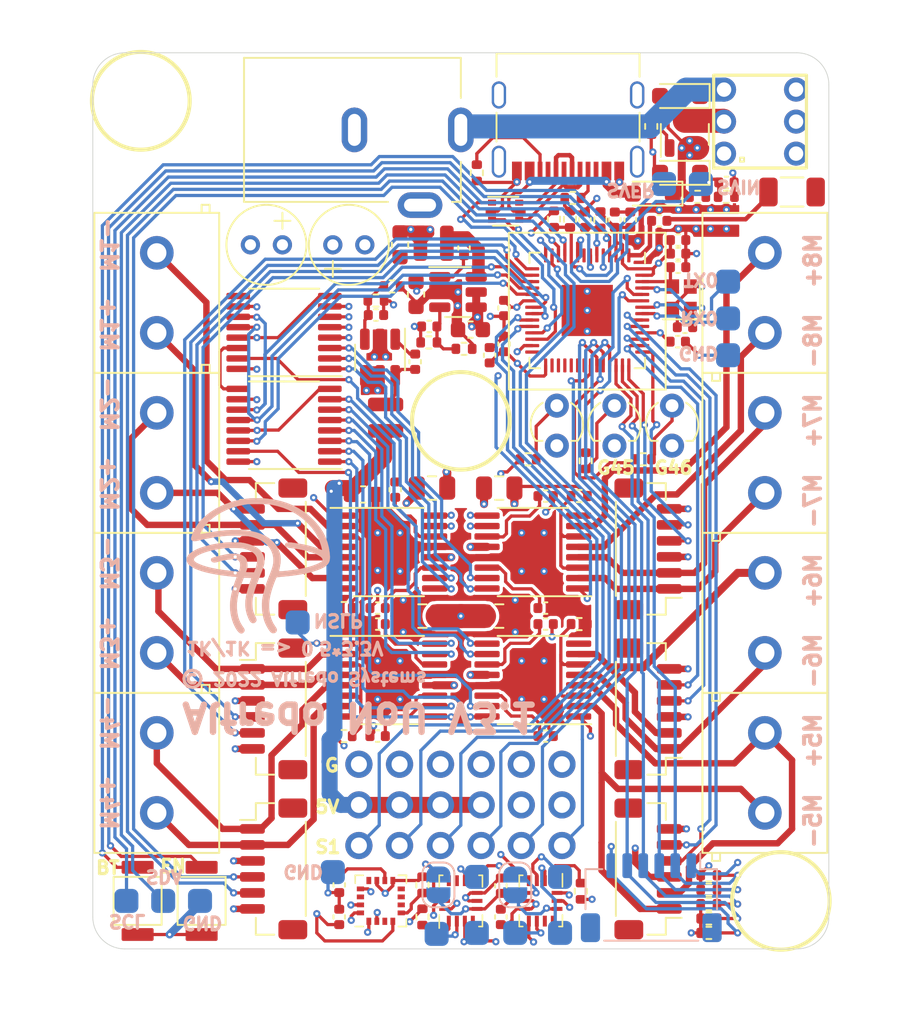
<source format=kicad_pcb>
(kicad_pcb (version 20221018) (generator pcbnew)
  (layers (0 "F.Cu" signal) (1 "In1.Cu" signal) (2 "In2.Cu" signal) (31 "B.Cu" signal) (34 "B.Paste" user) (35 "F.Paste" user) (36 "B.SilkS" user "B.Silkscreen") (37 "F.SilkS" user "F.Silkscreen") (38 "B.Mask" user) (39 "F.Mask" user) (44 "Edge.Cuts" user))
  (net 0 "")
  (net 1 "GND")
  (net 2 "VCC")
  (net 3 "Net-(U1-VCP)")
  (net 4 "Net-(U1-VINT)")
  (net 5 "Net-(U4-VCP)")
  (net 6 "Net-(U4-VINT)")
  (net 7 "Net-(U5-VCP)")
  (net 8 "Net-(U5-VINT)")
  (net 9 "Net-(U6-VCP)")
  (net 10 "Net-(U6-VINT)")
  (net 11 "Net-(J14-FEED)")
  (net 12 "Net-(U2-LNA_IN)")
  (net 13 "+3V3")
  (net 14 "Net-(U15-BS)")
  (net 15 "Net-(U15-LX)")
  (net 16 "Net-(U16-BS)")
  (net 17 "Net-(U16-LX)")
  (net 18 "Net-(U15-FB)")
  (net 19 "+5V")
  (net 20 "Net-(U16-FB)")
  (net 21 "Net-(U2-XTAL_P)")
  (net 22 "Net-(U2-XTAL_N)")
  (net 23 "Net-(D1-A)")
  (net 24 "SNS_VIN")
  (net 25 "E1A")
  (net 26 "E1B")
  (net 27 "E3A")
  (net 28 "E3B")
  (net 29 "E2A")
  (net 30 "E2B")
  (net 31 "Net-(U1-AISEN)")
  (net 32 "Net-(U4-AISEN)")
  (net 33 "Net-(U5-AISEN)")
  (net 34 "Net-(U6-AISEN)")
  (net 35 "Net-(U17-CC1)")
  (net 36 "Net-(U17-CC2)")
  (net 38 "/MotorDriver-1/BIN1")
  (net 39 "/MotorDriver-1/BIN2")
  (net 40 "/MotorDriver-1/AIN2")
  (net 42 "/MotorDriver-2/BIN1")
  (net 43 "/MotorDriver-2/BIN2")
  (net 44 "/MotorDriver-2/AIN2")
  (net 45 "/MotorDriver-2/AIN1")
  (net 47 "/MotorDriver-3/BIN1")
  (net 48 "/MotorDriver-3/BIN2")
  (net 49 "/MotorDriver-3/AIN2")
  (net 50 "/MotorDriver-3/AIN1")
  (net 52 "/MotorDriver-4/BIN1")
  (net 53 "/MotorDriver-4/BIN2")
  (net 54 "/MotorDriver-4/AIN2")
  (net 55 "/MotorDriver-4/AIN1")
  (net 56 "SRV1")
  (net 57 "SRV2")
  (net 58 "SRV3")
  (net 59 "SRV4")
  (net 63 "Net-(U25-CAP)")
  (net 64 "/VUSB")
  (net 65 "Net-(D4-A)")
  (net 66 "/MotorDriver-1/Aout1")
  (net 67 "/MotorDriver-1/Aout2")
  (net 68 "/MotorDriver-1/Bout1")
  (net 69 "/MotorDriver-1/Bout2")
  (net 70 "/MotorDriver-2/Aout1")
  (net 71 "/MotorDriver-2/Aout2")
  (net 72 "/MotorDriver-2/Bout1")
  (net 73 "/MotorDriver-2/Bout2")
  (net 74 "/MotorDriver-3/Aout1")
  (net 75 "/MotorDriver-3/Aout2")
  (net 76 "Net-(U13-QH')")
  (net 77 "M_SRCLK")
  (net 78 "M_RCLK")
  (net 79 "M_SER")
  (net 81 "E_D+")
  (net 82 "E_D-")
  (net 87 "MD3_B1")
  (net 88 "MD3_B2")
  (net 89 "/MotorDriver-4/Aout1")
  (net 97 "/MotorDriver-4/Aout2")
  (net 98 "MD4_B1")
  (net 99 "MD4_B2")
  (net 100 "E5A")
  (net 102 "Net-(U2-CHIP_PU)")
  (net 103 "Net-(U2-GPIO0)")
  (net 105 "Net-(J15-Pad1)")
  (net 106 "/MotorDriver-1/AIN1")
  (net 107 "E4A")
  (net 108 "E4B")
  (net 109 "Net-(D5-A)")
  (net 110 "Net-(D6-A)")
  (net 111 "E5B")
  (net 112 "Net-(U2-U0TXD)")
  (net 113 "Net-(U2-U0RXD)")
  (net 114 "SF_SCL")
  (net 115 "SF_SDA")
  (net 116 "SF_INT1")
  (net 117 "SF_INT2")
  (net 118 "GPIO_MISC2")
  (net 119 "E6A")
  (net 120 "E6B")
  (net 121 "Net-(JP1-B)")
  (net 122 "Net-(JP2-B)")
  (net 123 "LED_MISC1")
  (net 124 "Net-(U23-SDO)")
  (net 125 "Net-(U26-SDO)")
  (net 126 "Net-(U25-SPI_SDO)")
  (net 127 "SNS_VER")
  (net 128 "LED_MISC2")
  (net 129 "Net-(U23-ASDx)")
  (net 130 "Net-(U23-ASCx)")
  (net 131 "Net-(U23-INT2)")
  (net 132 "Net-(U26-INT2)")
  (net 133 "Net-(U26-SDx)")
  (net 134 "Net-(U26-SCx)")
  (net 135 "nSleep")
  (net 136 "GPIO_MISC1")
  (net 137 "Net-(U17-D--PadA7)")
  (net 138 "Net-(U17-D+-PadA6)")
  (net 149 "Net-(Q1-D)")
  (net 150 "Q_SCL")
  (net 151 "Q_SDA")
  (footprint "Capacitor_SMD:C_0402_1005Metric" (layer "F.Cu") (at 14.009037 -8.85)
    (fp_text reference "C38" hide)
    (fp_text value "10pF" hide)
  )
  (footprint "Capacitor_SMD:C_0402_1005Metric" (layer "F.Cu") (at -4.1 1.3 90)
    (fp_text reference "C7" hide)
    (fp_text value "2.2uF" hide)
  )
  (footprint "Capacitor_SMD:C_0402_1005Metric" (layer "F.Cu") (at 2.5 28 -90)
    (fp_text reference "C41" hide)
    (fp_text value "100nF" hide)
  )
  (footprint "AlfredoFootprints:HR8833" (layer "F.Cu") (at 4.5 5.2 180)
    (fp_text reference "U1" hide)
    (fp_text value "HR8833" hide)
  )
  (footprint "AlfredoFootprints:D_SOD-323" (layer "F.Cu") (at 12 -17.2 180)
    (fp_text reference "D2" hide)
    (fp_text value "1N5819")
  )
  (footprint "Resistor_SMD:R_0402_1005Metric" (layer "F.Cu") (at -7.3 8.7)
    (fp_text reference "R3" hide)
    (fp_text value "0.1R" hide)
  )
  (footprint "Capacitor_SMD:C_0402_1005Metric" (layer "F.Cu") (at 2.5 26.05 90)
    (fp_text reference "C40" hide)
    (fp_text value "100nF" hide)
  )
  (footprint "Resistor_SMD:R_0402_1005Metric" (layer "F.Cu") (at 7.5 26.395 -90)
    (fp_text reference "R19" hide)
    (fp_text value "10K" hide)
  )
  (footprint "Resistor_SMD:R_0402_1005Metric" (layer "F.Cu") (at 14.8 -17 180)
    (fp_text reference "R26" hide)
    (fp_text value "15K" hide)
  )
  (footprint "Resistor_SMD:R_0402_1005Metric" (layer "F.Cu") (at 15.5 27.2 180)
    (fp_text reference "R23" hide)
    (fp_text value "10K" hide)
  )
  (footprint "Capacitor_SMD:C_0402_1005Metric" (layer "F.Cu") (at 2.700001 -10.05 90)
    (fp_text reference "C25" hide)
    (fp_text value "100nF" hide)
  )
  (footprint "Package_SO:TSSOP-16_4.4x5mm_P0.65mm" (layer "F.Cu") (at -11.05 -2.725 180)
    (fp_text reference "U13" hide)
    (fp_text value "74HC595" hide)
  )
  (footprint "Capacitor_SMD:C_0603_1608Metric" (layer "F.Cu") (at -3.8 -14 -90)
    (fp_text reference "C35" hide)
    (fp_text value "22uF, 6V3")
  )
  (footprint "Package_SO:TSSOP-16_4.4x5mm_P0.65mm" (layer "F.Cu") (at -11.05 -8.525 180)
    (fp_text reference "U14" hide)
    (fp_text value "74HC595" hide)
  )
  (footprint "Resistor_SMD:R_0402_1005Metric" (layer "F.Cu") (at 7.003708 -16.930788 180)
    (fp_text reference "R15" hide)
    (fp_text value "5.1K" hide)
  )
  (footprint "Resistor_SMD:R_0402_1005Metric" (layer "F.Cu") (at 1 -18.5 90)
    (fp_text reference "R16" hide)
    (fp_text value "5.1K" hide)
  )
  (footprint "AlfredoFootprints:Button_SKRKAEE020" (layer "F.Cu") (at -20.2 27 -90)
    (fp_text reference "SW2" hide)
    (fp_text value "boot" hide)
  )
  (footprint "Resistor_SMD:R_0402_1005Metric" (layer "F.Cu") (at 7.8 -0.5 -90)
    (fp_text reference "R18" hide)
    (fp_text value "1K" hide)
  )
  (footprint "AlfredoFootprints:HR8833" (layer "F.Cu") (at -4.5 5.2)
    (fp_text reference "U4" hide)
    (fp_text value "HR8833" hide)
  )
  (footprint "Capacitor_SMD:C_0402_1005Metric" (layer "F.Cu") (at 13.559037 -7.95 180)
    (fp_text reference "C30" hide)
    (fp_text value "100nF" hide)
  )
  (footprint "AlfredoFootprints:Cap_THT_82uF_5mm_2mm" (layer "F.Cu") (at -7 -14 -90)
    (fp_text reference "C39" hide)
    (fp_text value "82uF" hide)
  )
  (footprint "Capacitor_SMD:C_0603_1608Metric" (layer "F.Cu") (at 0.6 -8.7 180)
    (fp_text reference "C22" hide)
    (fp_text value "10uF,25V" hide)
  )
  (footprint "Connector_JST:JST_SH_BM06B-SRSS-TB_1x06-1MP_P1.00mm_Vertical" (layer "F.Cu") (at 11.7 15 90)
    (fp_text reference "J17" hide)
    (fp_text value "JST SR/SZ" hide)
  )
  (footprint "AlfredoFootprints:SOT-23-small" (layer "F.Cu") (at 14 -20.9 90)
    (fp_text reference "Q1" hide)
    (fp_text value "AO3401A")
  )
  (footprint "Capacitor_SMD:C_0402_1005Metric" (layer "F.Cu") (at 13.579037 -13.45 180)
    (fp_text reference "C34" hide)
    (fp_text value "10nF" hide)
  )
  (footprint "Connector_JST:JST_SH_BM06B-SRSS-TB_1x06-1MP_P1.00mm_Vertical" (layer "F.Cu") (at -11.7 25 -90)
    (fp_text reference "J13" hide)
    (fp_text value "JST SR/SZ" hide)
  )
  (footprint "Package_TO_SOT_SMD:TSOT-23-6" (layer "F.Cu") (at -5.05 -6.9625 -90)
    (fp_text reference "U16" hide)
    (fp_text value "SY8113BADC" hide)
  )
  (footprint "Capacitor_SMD:C_0402_1005Metric" (layer "F.Cu") (at -5.2 9.7 180)
    (fp_text reference "C10" hide)
    (fp_text value "2.2uF" hide)
  )
  (footprint "Capacitor_SMD:C_0402_1005Metric" (layer "F.Cu") (at 5.3 8.7)
    (fp_text reference "C4" hide)
    (fp_text value "2.2uF" hide)
  )
  (footprint "Capacitor_SMD:C_0402_1005Metric" (layer "F.Cu") (at 16.6 -17.9)
    (fp_text reference "C15" hide)
    (fp_text value "100nF" hide)
  )
  (footprint "Capacitor_SMD:C_0402_1005Metric" (layer "F.Cu") (at 1.8 -7.1 -90)
    (fp_text reference "C27" hide)
    (fp_text value "1uF" hide)
  )
  (footprint "AlfredoFootprints:HR8833" (layer "F.Cu") (at 4.5 13.2 180)
    (fp_text reference "U6" hide)
    (fp_text value "HR8833" hide)
  )
  (footprint "" (layer "F.Cu") (at -20 -23)
    (fp_text reference "" hide)
    (fp_text value "" hide)
  )
  (footprint "Crystal:Crystal_SMD_2016-4Pin_2.0x1.6mm" (layer "F.Cu") (at 13.791169 -10.692283 90)
    (fp_text reference "U3" hide)
    (fp_text value "Crystal_ESP32" hide)
  )
  (footprint "Resistor_SMD:R_0402_1005Metric" (layer "F.Cu") (at 4.2 -0.6)
    (fp_text reference "R17" hide)
    (fp_text value "1K" hide)
  )
  (footprint "AlfredoFootprints:TerminalBlock_Ningbo_2P_5mm" (layer "F.Cu") (at 19 19 -90)
    (fp_text reference "J11" hide)
    (fp_text value "Screw_Terminal_01x02" hide)
  )
  (footprint "" (layer "F.Cu") (at 20 27)
    (fp_text reference "" hide)
    (fp_text value "" hide)
  )
  (footprint "Connector_JST:JST_SH_BM06B-SRSS-TB_1x06-1MP_P1.00mm_Vertical" (layer "F.Cu") (at 11.7 25 90)
    (fp_text reference "J10" hide)
    (fp_text value "JST SR/SZ" hide)
  )
  (footprint "AlfredoFootprints:TerminalBlock_Ningbo_2P_5mm" (layer "F.Cu") (at -19 -1 90)
    (fp_text reference "J6" hide)
    (fp_text value "Screw_Terminal_01x02" hide)
  )
  (footprint "Resistor_SMD:R_0402_1005Metric" (layer "F.Cu") (at -7.3 16.7)
    (fp_text reference "R6" hide)
    (fp_text value "0.1R" hide)
  )
  (footprint "Package_DFN_QFN:QFN-56-1EP_7x7mm_P0.4mm_EP3.2x3.2mm" (layer "F.Cu") (at 7.9 -9.9 -90)
    (fp_text reference "U2" hide)
    (fp_text value "ESP32-S3FN8" hide)
  )
  (footprint "AlfredoFootprints:ServoPorts_2x3" (layer "F.Cu") (at 1.27 23.54 90)
    (fp_text reference "U19" hide)
    (fp_text value "ServoPorts_2x3" hide)
  )
  (footprint "Capacitor_SMD:C_0402_1005Metric" (layer "F.Cu") (at -5.304 -9.6125 180)
    (fp_text reference "C33" hide)
    (fp_text value "10pF" hide)
  )
  (footprint "Resistor_SMD:R_0402_1005Metric" (layer "F.Cu") (at 6.821025 -15.598642 -90)
    (fp_text reference "R30" hide)
    (fp_text value "1K" hide)
  )
  (footprint "AlfredoFootprints:DC-005C_1" (layer "F.Cu") (at -13.55 -21.1825)
    (fp_text reference "J15" hide)
    (fp_text value "Barrel_Jack")
  )
  (footprint "Capacitor_SMD:C_0402_1005Metric" (layer "F.Cu") (at -1.975223 -8.898251)
    (fp_text reference "C32" hide)
    (fp_text value "10pF" hide)
  )
  (footprint "AlfredoFootprints:LED_3mm" (layer "F.Cu") (at 13.2 -1.45 90)
    (fp_text reference "D4" hide)
    (fp_text value "LED_red")
  )
  (footprint "Resistor_SMD:R_0402_1005Metric" (layer "F.Cu") (at 15.5 28.1 180)
    (fp_text reference "R24" hide)
    (fp_text value "10K" hide)
  )
  (footprint "Capacitor_SMD:C_0402_1005Metric" (layer "F.Cu") (at -7.6 26 -90)
    (fp_text reference "C43" hide)
    (fp_text value "10uF" hide)
  )
  (footprint "AlfredoFootprints:HR8833" (layer "F.Cu") (at -4.5 13.2)
    (fp_text reference "U5" hide)
    (fp_text value "HR8833" hide)
  )
  (footprint "Capacitor_SMD:C_0402_1005Metric" (layer "F.Cu") (at 13.579037 -12.601471)
    (fp_text reference "C37" hide)
    (fp_text value "10pF" hide)
  )
  (footprint "AlfredoFootprints:TerminalBlock_Ningbo_2P_5mm" (layer "F.Cu") (at -19 -11 90)
    (fp_text reference "J5" hide)
    (fp_text value "Screw_Terminal_01x02" hide)
  )
  (footprint "Package_TO_SOT_SMD:SOT-666" (layer "F.Cu") (at 2.8 -16.1)
    (fp_text reference "U9" hide)
    (fp_text value "USBLC6-2P6" hide)
  )
  (footprint "Capacitor_SMD:C_0805_2012Metric" (layer "F.Cu") (at -1.8 1.2 180)
    (fp_text reference "C11" hide)
    (fp_text value "10uF" hide)
  )
  (footprint "Resistor_SMD:R_0402_1005Metric" (layer "F.Cu") (at 0.2 -7.5)
    (fp_text reference "R12" hide)
    (fp_text value "15K" hide)
  )
  (footprint "Capacitor_SMD:C_0402_1005Metric" (layer "F.Cu") (at 5.3 16.7)
    (fp_text reference "C13" hide)
    (fp_text value "2.2uF" hide)
  )
  (footprint "Connector_JST:JST_SH_BM06B-SRSS-TB_1x06-1MP_P1.00mm_Vertical" (layer "F.Cu") (at 11.7 5 90)
    (fp_text reference "J1" hide)
    (fp_text value "JST SR/SZ" hide)
  )
  (footprint "AlfredoFootprints:USB_TYPE-C-31-M-12" (layer "F.Cu") (at 6.7 -21.125 180)
    (fp_text reference "U17" hide)
    (fp_text value "USB_C_Receptacle" hide)
  )
  (footprint "Resistor_SMD:R_0402_1005Metric" (layer "F.Cu") (at 8.721537 -15.569999 90)
    (fp_text reference "R5" hide)
    (fp_text value "1K" hide)
  )
  (footprint "Capacitor_SMD:C_0603_1608Metric" (layer "F.Cu") (at -6.1 1.6)
    (fp_text reference "C36" hide)
    (fp_text value "22uF, 6V3")
  )
  (footprint "Capacitor_SMD:C_0805_2012Metric" (layer "F.Cu") (at 2.4 1.2)
    (fp_text reference "C2" hide)
    (fp_text value "10uF" hide)
  )
  (footprint "Package_LGA:Bosch_LGA-14_3x2.5mm_P0.5mm" (layer "F.Cu") (at 0 27 90)
    (fp_text reference "U26" hide)
    (fp_text value "LSM6DSO" hide)
  )
  (footprint "AlfredoFootprints:TerminalBlock_Ningbo_2P_5mm" (layer "F.Cu") (at 19 -1 -90)
    (fp_text reference "J2" hide)
    (fp_text value "Screw_Terminal_01x02" hide)
  )
  (footprint "Capacitor_SMD:C_0402_1005Metric" (layer "F.Cu") (at 5.3 1.7 180)
    (fp_text reference "C3" hide)
    (fp_text value "10nF" hide)
  )
  (footprint "Resistor_SMD:R_0402_1005Metric" (layer "F.Cu") (at 15.5 25.4)
    (fp_text reference "R20" hide)
    (fp_text value "10K" hide)
  )
  (footprint "AlfredoFootprints:TerminalBlock_Ningbo_2P_5mm" (layer "F.Cu") (at 19 9 -90)
    (fp_text reference "J12" hide)
    (fp_text value "Screw_Terminal_01x02" hide)
  )
  (footprint "Resistor_SMD:R_0402_1005Metric" (layer "F.Cu") (at 11.9 -21.4 -90)
    (fp_text reference "R10" hide)
    (fp_text value "10K" hide)
  )
  (footprint "Connector_JST:JST_SH_BM06B-SRSS-TB_1x06-1MP_P1.00mm_Vertical" (layer "F.Cu") (at -11.7 5 -90)
    (fp_text reference "J4" hide)
    (fp_text value "JST SR/SZ" hide)
  )
  (footprint "Capacitor_SMD:C_0805_2012Metric" (layer "F.Cu") (at 2.4 9.2)
    (fp_text reference "C8" hide)
    (fp_text value "10uF" hide)
  )
  (footprint "AlfredoFootprints:TerminalBlock_Ningbo_2P_5mm" (layer "F.Cu") (at 19 -11 -90)
    (fp_text reference "J3" hide)
    (fp_text value "Screw_Terminal_01x02" hide)
  )
  (footprint "Resistor_SMD:R_0402_1005Metric" (layer "F.Cu") (at 7.4 9.7 180)
    (fp_text reference "R8" hide)
    (fp_text value "0.1R" hide)
  )
  (footprint "Resistor_SMD:R_0402_1005Metric" (layer "F.Cu") (at -5.304 -10.5185 180)
    (fp_text reference "R13" hide)
    (fp_text value "33K" hide)
  )
  (footprint "Capacitor_SMD:C_0402_1005Metric" (layer "F.Cu") (at 13.579037 -14.298528 180)
    (fp_text reference "C31" hide)
    (fp_text value "1uF" hide)
  )
  (footprint "AlfredoFootprints:LVF252A12" (layer "F.Cu") (at -4.7 -3.2 -90)
    (fp_text reference "L2" hide)
    (fp_text value "5.6uH" hide)
  )
  (footprint "Resistor_SMD:R_0402_1005Metric" (layer "F.Cu") (at 7.4 1.7 180)
    (fp_text reference "R1" hide)
    (fp_text value "0.1R" hide)
  )
  (footprint "Capacitor_SMD:C_0402_1005Metric" (layer "F.Cu") (at -5.2 16.7)
    (fp_text reference "C9" hide)
    (fp_text value "10nF" hide)
  )
  (footprint "Package_LGA:LGA-16_3x3mm_P0.5mm" (layer "F.Cu") (at -5 27 90)
    (fp_text reference "U25" hide)
    (fp_text value "MMC5983MA" hide)
  )
  (footprint "Package_LGA:Bosch_LGA-14_3x2.5mm_P0.5mm" (layer "F.Cu") (at 5 27 -90)
    (fp_text reference "U23" hide)
    (fp_text value "BMI270" hide)
  )
  (footprint "Capacitor_SMD:C_0402_1005Metric" (layer "F.Cu") (at 10.591537 -15.57 -90)
    (fp_text reference "C21" hide)
    (fp_text value "10uF" hide)
  )
  (footprint "Resistor_SMD:R_0402_1005Metric" (layer "F.Cu") (at 11.4 -0.6)
    (fp_text reference "R31" hide)
    (fp_text value "1K" hide)
  )
  (footprint "Capacitor_SMD:C_0402_1005Metric" (layer "F.Cu") (at -5.2 8.7)
    (fp_text reference "C6" hide)
    (fp_text value "10nF" hide)
  )
  (footprint "AlfredoFootprints:ServoPorts_2x3" (layer "F.Cu") (at -3.83 23.54 90)
    (fp_text reference "U18" hide)
    (fp_text value "ServoPorts_2x3" hide)
  )
  (footprint "Package_TO_SOT_SMD:TSOT-23-6" (layer "F.Cu") (at -0.176894 -11.049495)
    (fp_text reference "U15" hide)
    (fp_text value "SY8113BADC" hide)
  )
  (footprint "Resistor_SMD:R_0402_1005Metric" (layer "F.Cu") (at -4.3 -11.4)
    (fp_text reference "R14" hide)
    (fp_text value "4K7" hide)
  )
  (footprint "AlfredoFootprints:TerminalBlock_Ningbo_2P_5mm" (layer "F.Cu") (at -19 19 90)
    (fp_text reference "J9" hide)
    (fp_text value "Screw_Terminal_01x02" hide)
  )
  (footprint "AlfredoFootprints:ServoPorts_2x3" (layer "F.Cu") (at 6.32 23.54 90)
    (fp_text reference "U7" hide)
    (fp_text value "ServoPorts_2x3" hide)
  )
  (footprint "Capacitor_SMD:C_0805_2012Metric" (layer "F.Cu") (at -2.4 9.2 180)
    (fp_text reference "C5" hide)
    (fp_text value "10uF" hide)
  )
  (footprint "Capacitor_SMD:C_0402_1005Metric" (layer "F.Cu") (at 9.621538 -15.57 -90)
    (fp_text reference "C24" hide)
    (fp_text value "1uF" hide)
  )
  (footprint "" (layer "F.Cu") (at 0 -3)
    (fp_text reference "" hide)
    (fp_text value "" hide)
  )
  (footprint "AlfredoFootprints:LED_3mm" (layer "F.Cu") (at 6 -1.45 90)
    (fp_text reference "D5" hide)
    (fp_text value "LED_blue")
  )
  (footprint "Resistor_SMD:R_0402_1005Metric" (layer "F.Cu") (at 15.5 29 180)
    (fp_text reference "R25" hide)
    (fp_text value "10K" hide)
  )
  (footprint "AlfredoFootprints:XKB5858-Z-75" (layer "F.Cu") (at 18.7 -21.7 90)
    (fp_text reference "U8" hide)
    (fp_text value "XKB5858-Z-75" hide)
  )
  (footprint "AlfredoFootprints:Cap_THT_82uF_5mm_2mm" (layer "F.Cu") (at -12.15 -14 90)
    (fp_text reference "C20" hide)
    (fp_text value "82uF" hide)
  )
  (footprint "Capacitor_SMD:C_0402_1005Metric" (layer "F.Cu") (at 7.759037 -15.57 90)
    (fp_text reference "C1" hide)
    (fp_text value "100nF" hide)
  )
  (footprint "Resistor_SMD:R_0402_1005Metric" (layer "F.Cu") (at -2 -7.9)
    (fp_text reference "R11" hide)
    (fp_text value "68K" hide)
  )
  (footprint "Capacitor_SMD:C_0402_1005Metric" (layer "F.Cu") (at 5.3 9.7 180)
    (fp_text reference "C12" hide)
    (fp_text value "10nF" hide)
  )
  (footprint "Capacitor_SMD:C_0402_1005Metric" (layer "F.Cu") (at 0.2 -13.8 90)
    (fp_text reference "C28" hide)
    (fp_text value "100nF" hide)
  )
  (footprint "Capacitor_SMD:C_0603_1608Metric" (layer "F.Cu") (at -2.8 -10.9 -90)
    (fp_text reference "C23" hide)
    (fp_text value "10uF,25V" hide)
  )
  (footprint "AlfredoFootprints:TerminalBlock_Ningbo_2P_5mm" (layer "F.Cu") (at -19 9 90)
    (fp_text reference "J8" hide)
    (fp_text value "Screw_Terminal_01x02" hide)
  )
  (footprint "Capacitor_SMD:C_0402_1005Metric" (layer "F.Cu") (at 2.7 -7.8 -90)
    (fp_text reference "C26" hide)
    (fp_text value "100nF" hide)
  )
  (footprint "AlfredoFootprints:LED_3mm" (layer "F.Cu") (at 9.6 -1.45 90)
    (fp_text reference "D6" hide)
    (fp_text value "LED_green")
  )
  (footprint "AlfredoFootprints:LVF252A12" (layer "F.Cu") (at -1.7 -14.1 180)
    (fp_text reference "L1" hide)
    (fp_text value "5.6uH" hide)
  )
  (footprint "Resistor_SMD:R_0402_1005Metric" (layer "F.Cu") (at 15.5 26.3)
    (fp_text reference "R21" hide)
    (fp_text value "10K" hide)
  )
  (footprint "Capacitor_SMD:C_0402_1005Metric" (layer "F.Cu") (at 12.4 -15.5 180)
    (fp_text reference "C14" hide)
    (fp_text value "100pF" hide)
  )
  (footprint "AlfredoFootprints:D_SOD-323" (layer "F.Cu") (at 13.7 -23.3 180)
    (fp_text reference "D1" hide)
    (fp_text value "Z5V6")
  )
  (footprint "Resistor_SMD:R_0402_1005Metric" (layer "F.Cu") (at -2.4 26 90)
    (fp_text reference "R28" hide)
    (fp_text value "10K" hide)
  )
  (footprint "AlfredoFootprints:D_SOD-323" (layer "F.Cu") (at 13.7 -18.5 180)
    (fp_text reference "D3" hide)
    (fp_text value "Z3V3")
  )
  (footprint "Capacitor_SMD:C_0402_1005Metric" (layer "F.Cu") (at -7.6 28 90)
    (fp_text reference "C42" hide)
    (fp_text value "100nF" hide)
  )
  (footprint "Resistor_SMD:R_0402_1005Metric" (layer "F.Cu") (at 5.821025 -15.608642 90)
    (fp_text reference "R29" hide)
    (fp_text value "1K" hide)
  )
  (footprint "Resistor_SMD:R_0402_1005Metric" (layer "F.Cu") (at -2.4 28 90)
    (fp_text reference "R22" hide)
    (fp_text value "10K" hide)
  )
  (footprint "Resistor_SMD:R_0402_1005Metric" (layer "F.Cu") (at 16.59 -17 180)
    (fp_text reference "R27" hide)
    (fp_text value "2K2" hide)
  )
  (footprint "AlfredoFootprints:Button_SKRKAEE020" (layer "F.Cu") (at -16.2 27 -90)
    (fp_text reference "SW1" hide)
    (fp_text value "reset" hide)
  )
  (footprint "Capacitor_SMD:C_0402_1005Metric" (layer "F.Cu") (at -2.853646 -6.693901 -90)
    (fp_text reference "C29" hide)
    (fp_text value "100nF" hide)
  )
  (footprint "Capacitor_SMD:C_1206_3216Metric" (layer "F.Cu") (at 20.7 -17.3)
    (fp_text reference "J14" hide)
    (fp_text value "RFANT3216120A5T" hide)
  )
  (footprint "Connector_JST:JST_SH_BM06B-SRSS-TB_1x06-1MP_P1.00mm_Vertical" (layer "F.Cu") (at -11.7 15 -90)
    (fp_text reference "J7" hide)
    (fp_text value "JST SR/SZ" hide)
  )
  (footprint "AlfredoFootprints:PogoPad1" (layer "B.Cu") (at 3.4 29 180)
    (fp_text reference "TP8" hide)
    (fp_text value "GND" hide)
  )
  (footprint "AlfredoFootprints:PogoPad1" (layer "B.Cu") (at -18.6 27 180)
    (fp_text reference "TP6" hide)
    (fp_text value "qwiic_sda")
  )
  (footprint "AlfredoFootprints:PogoPad1" (layer "B.Cu") (at 12.7 -17.8 90)
    (fp_text reference "TP21" hide)
    (fp_text value "Sver" hide)
  )
  (footprint "AlfredoFootprints:PogoPad1" (layer "B.Cu") (at -16.3 27 180)
    (fp_text reference "TP9" hide)
    (fp_text value "GND")
  )
  (footprint "AlfredoFootprints:PogoPad1" (layer "B.Cu") (at 6.2 25.5 180)
    (fp_text reference "TP5" hide)
    (fp_text value "GND" hide)
  )
  (footprint "AlfredoFootprints:PogoPad1" (layer "B.Cu") (at 1 25.5)
    (fp_text reference "TP15" hide)
    (fp_text value "GND" hide)
  )
  (footprint "Jumper:SolderJumper-2_P1.3mm_Open_RoundedPad1.0x1.5mm" (layer "B.Cu") (at -1.4 26 90)
    (fp_text reference "JP2" hide)
    (fp_text value "SolderJumper_2_Open" hide)
  )
  (footprint "AlfredoFootprints:PogoPad1" (layer "B.Cu") (at 16.7 -9.4)
    (fp_text reference "TP1" hide)
    (fp_text value "RX0" hide)
  )
  (footprint "AlfredoFootprints:PogoPad1" (layer "B.Cu") (at 16.7 -7.1 180)
    (fp_text reference "TP3" hide)
    (fp_text value "GND" hide)
  )
  (footprint "AlfredoFootprints:PogoPad1" (layer "B.Cu") (at 15 -17.8 180)
    (fp_text reference "TP20" hide)
    (fp_text value "Svin" hide)
  )
  (footprint "AlfredoFootprints:PogoPad1" (layer "B.Cu") (at 1 29)
    (fp_text reference "TP17" hide)
    (fp_text value "GND" hide)
  )
  (footprint "Jumper:SolderJumper-2_P1.3mm_Open_RoundedPad1.0x1.5mm" (layer "B.Cu") (at 3.4 26 -90)
    (fp_text reference "JP1" hide)
    (fp_text value "SolderJumper_2_Open" hide)
  )
  (footprint "AlfredoFootprints:Alfredo_logo_small" (layer "B.Cu") (at -12.65 6.05)
    (fp_text reference "G***" hide)
    (fp_text value "LOGO" hide)
  )
  (footprint "AlfredoFootprints:PogoPad1" (layer "B.Cu") (at 16.7 -11.7)
    (fp_text reference "TP2" hide)
    (fp_text value "TX0" hide)
  )
  (footprint "AlfredoFootprints:PogoPad1" (layer "B.Cu") (at -10.2 9.6 180)
    (fp_text reference "TP22" hide)
    (fp_text value "nSleep" hide)
  )
  (footprint "AlfredoFootprints:PogoPad1" (layer "B.Cu") (at -20.9 27 180)
    (fp_text reference "TP7" hide)
    (fp_text value "qwiic_scl")
  )
  (footprint "Connector_JST:JST_SH_SM06B-SRSS-TB_1x06-1MP_P1.00mm_Horizontal" (layer "B.Cu") (at 11.9 26.8 180)
    (fp_text reference "J16" hide)
    (fp_text value "JST SR/SZ" hide)
  )
  (footprint "AlfredoFootprints:PogoPad1" (layer "B.Cu") (at -8 25.2 180)
    (fp_text reference "TP10" hide)
    (fp_text value "GND")
  )
  (footprint "AlfredoFootprints:PogoPad1" (layer "B.Cu") (at -1.512735 29.060353)
    (fp_text reference "TP16" hide)
    (fp_text value "GND" hide)
  )
  (footprint "AlfredoFootprints:PogoPad1" (layer "B.Cu") (at 6.2 29 180)
    (fp_text reference "TP4" hide)
    (fp_text value "GND" hide)
  )
  (gr_circle locked (center -20 -23) (end -16.952 -22.8) (stroke (width 0.254)) (fill none) (layer "F.SilkS"))
  (gr_circle locked (center 20 27) (end 23.048 27) (stroke (width 0.254)) (fill none) (layer "F.SilkS"))
  (gr_poly locked (pts (xy 12.8 -4.954783) (xy 12.800001 -14.754783) (xy 3 -14.754783) (xy 3.000001 -4.954783)) (stroke (width 0.12)) (fill none) (layer "F.SilkS"))
  (gr_circle locked (center 0 -3) (end 3.048 -3) (stroke (width 0.254)) (fill none) (layer "F.SilkS"))
  (gr_arc locked (start -23 -24) (mid -22.414214 -25.414214) (end -21 -26) (stroke (width 0.05)) (layer "Edge.Cuts"))
  (gr_line locked (start -21 30) (end 21 30) (stroke (width 0.05)) (layer "Edge.Cuts"))
  (gr_arc locked (start -20.999999 29.999999) (mid -22.414213 29.414213) (end -22.999999 27.999999) (stroke (width 0.05)) (layer "Edge.Cuts"))
  (gr_arc locked (start 22.999999 27.999999) (mid 22.414213 29.414213) (end 20.999999 29.999999) (stroke (width 0.05)) (layer "Edge.Cuts"))
  (gr_line locked (start 23 28) (end 23 -24) (stroke (width 0.05)) (layer "Edge.Cuts"))
  (gr_arc locked (start 20.999999 -25.999999) (mid 22.414213 -25.414213) (end 22.999999 -23.999999) (stroke (width 0.05)) (layer "Edge.Cuts"))
  (gr_line locked (start -23 -24) (end -23 28) (stroke (width 0.05)) (layer "Edge.Cuts"))
  (gr_line locked (start 21 -26) (end -21 -26) (stroke (width 0.05)) (layer "Edge.Cuts"))
  (gr_text "SVER" (at 9 -17.9 180) (layer "B.SilkS") (effects (font (size 0.8 0.8) (thickness 0.2) bold) (justify left bottom mirror)))
  (gr_text "M4+" (at -22 20.85 270) (layer "B.SilkS") (effects (font (size 1 1) (thickness 0.3)) (justify mirror)))
  (gr_text "M1+" (at -22 -9.021429 -90) (layer "B.SilkS") (effects (font (size 1 1) (thickness 0.3)) (justify mirror)))
  (gr_text "© 2022 Alfredo Systems\n" (at -9.8 13.1 180) (layer "B.SilkS") (effects (font (size 0.8 0.8) (thickness 0.2)) (justify mirror)))
  (gr_text "M7-" (at 22 2 90) (layer "B.SilkS") (effects (font (size 1 1) (thickness 0.3)) (justify mirror)))
  (gr_text "GND" (at -17.5 27.9 180) (layer "B.SilkS") (effects (font (size 0.8 0.8) (thickness 0.2) bold) (justify left bottom mirror)))
  (gr_text "GND" (at -11.2 24.7 180) (layer "B.SilkS") (effects (font (size 0.8 0.8) (thickness 0.2) bold) (justify left bottom mirror)))
  (gr_text "1K/1K => 0.5*3.3V" (at -11 11.2 180) (layer "B.SilkS") (effects (font (size 0.8 0.8) (thickness 0.2)) (justify mirror)))
  (gr_text "GND" (at 13.5 -7.7 180) (layer "B.SilkS") (effects (font (size 0.8 0.8) (thickness 0.2) bold) (justify left bottom mirror)))
  (gr_text "M2+" (at -22 0.935713 -90) (layer "B.SilkS") (effects (font (size 1 1) (thickness 0.3)) (justify mirror)))
  (gr_text "M7+" (at 22 -3 90) (layer "B.SilkS") (effects (font (size 1 1) (thickness 0.3)) (justify mirror)))
  (gr_text "M6+" (at 22 7 90) (layer "B.SilkS") (effects (font (size 1 1) (thickness 0.3)) (justify mirror)))
  (gr_text "M3+" (at -22 10.892855 270) (layer "B.SilkS") (effects (font (size 1 1) (thickness 0.3)) (justify mirror)))
  (gr_text "SVIN" (at 15.9 -18.1 180) (layer "B.SilkS") (effects (font (size 0.8 0.8) (thickness 0.2) bold) (justify left bottom mirror)))
  (gr_text "M8+" (at 22 -13 90) (layer "B.SilkS") (effects (font (size 1 1) (thickness 0.3)) (justify mirror)))
  (gr_text "M4-" (at -22 15.871426 270) (layer "B.SilkS") (effects (font (size 1 1) (thickness 0.3)) (justify mirror)))
  (gr_text "RX0" (at 13.6 -9.9 180) (layer "B.SilkS") (effects (font (size 0.8 0.8) (thickness 0.2) bold) (justify left bottom mirror)))
  (gr_text "NSLP" (at -9.3 9 180) (layer "B.SilkS") (effects (font (size 0.8 0.8) (thickness 0.2) bold) (justify left bottom mirror)))
  (gr_text "M5-" (at 22 22 90) (layer "B.SilkS") (effects (font (size 1 1) (thickness 0.3)) (justify mirror)))
  (gr_text "M5+" (at 22 17 90) (layer "B.SilkS") (effects (font (size 1 1) (thickness 0.3)) (justify mirror)))
  (gr_text "M8-" (at 22 -8 90) (layer "B.SilkS") (effects (font (size 1 1) (thickness 0.3)) (justify mirror)))
  (gr_text "M6-" (at 22 12 90) (layer "B.SilkS") (effects (font (size 1 1) (thickness 0.3)) (justify mirror)))
  (gr_text "M3-" (at -22 5.914284 270) (layer "B.SilkS") (effects (font (size 1 1) (thickness 0.3)) (justify mirror)))
  (gr_text "TX0" (at 13.8 -12.3 180) (layer "B.SilkS") (effects (font (size 0.8 0.8) (thickness 0.2) bold) (justify left bottom mirror)))
  (gr_text "Alfredo NoU V3.1" (at -6.3 15.5 180) (layer "B.SilkS") (effects (font (size 1.7 1.7) (thickness 0.4)) (justify mirror)))
  (gr_text "SCL" (at -22.1 27.8 180) (layer "B.SilkS") (effects (font (size 0.8 0.8) (thickness 0.2) bold) (justify left bottom mirror)))
  (gr_text "M1-" (at -22 -14 -90) (layer "B.SilkS") (effects (font (size 1 1) (thickness 0.3)) (justify mirror)))
  (gr_text "M2-" (at -22 -4.042858 -90) (layer "B.SilkS") (effects (font (size 1 1) (thickness 0.3)) (justify mirror)))
  (gr_text "SDA" (at -19.8 25 180) (layer "B.SilkS") (effects (font (size 0.8 0.8) (thickness 0.2) bold) (justify left bottom mirror)))
  (gr_text "G" (at -8.6 19) (layer "F.SilkS") (effects (font (size 0.8 0.8) (thickness 0.2) bold) (justify left bottom)))
  (gr_text "BT" (at -22.9 25.4) (layer "F.SilkS") (effects (font (size 0.8 0.8) (thickness 0.2) bold) (justify left bottom)))
  (gr_text "5V\n" (at -9.2 21.6) (layer "F.SilkS") (effects (font (size 0.8 0.8) (thickness 0.2) bold) (justify left bottom)))
  (gr_text "S1" (at -9.2 24.1) (layer "F.SilkS") (effects (font (size 0.8 0.8) (thickness 0.2) bold) (justify left bottom)))
  (gr_text "EN" (at -18.9 25.3) (layer "F.SilkS") (effects (font (size 0.8 0.8) (thickness 0.2) bold) (justify left bottom)))
  (gr_text "G46" (at 12 0.4) (layer "F.SilkS") (effects (font (size 0.8 0.8) (thickness 0.2) bold) (justify left bottom)))
  (gr_text "G45" (at 8.4 0.4) (layer "F.SilkS") (effects (font (size 0.8 0.8) (thickness 0.2) bold) (justify left bottom)))
  (segment (start 3 28.4) (end 2.58 28.4) (width 0.2032) (layer "F.Cu") (net 1))
  (segment (start -8.28 26.48) (end -8.3 26.5) (width 0.2032) (layer "F.Cu") (net 1))
  (segment (start 5.78 16.7) (end 5.5 16.42) (width 0.2032) (layer "F.Cu") (net 1))
  (segment (start -5.5 3.7) (end -5.2 4) (width 0.2032) (layer "F.Cu") (net 1))
  (segment (start -13.908112 -2.404388) (end -13.9125 -2.4) (width 0.2032) (layer "F.Cu") (net 1))
  (segment (start 6.49 -16.439667) (end 6.821025 -16.108642) (width 0.2032) (layer "F.Cu") (net 1))
  (segment (start 3.9875 27) (end 4.5 27) (width 0.2032) (layer "F.Cu") (net 1))
  (segment (start -7.6 26.48) (end -8.28 26.48) (width 0.2032) (layer "F.Cu") (net 1))
  (segment (start 2.6 -17.041926) (end 2.6 -16.4) (width 0.2032) (layer "F.Cu") (net 1))
  (segment (start 5.5 16.42) (end 5.5 14.7) (width 0.2032) (layer "F.Cu") (net 1))
  (segment (start 13.529037 -9.704415) (end 13.241169 -9.992283) (width 0.2032) (layer "F.Cu") (net 1))
  (segment (start 3.9875 27.5) (end 4.4 27.5) (width 0.2032) (layer "F.Cu") (net 1))
  (segment (start 13.025 12.5) (end 14.2 12.5) (width 0.4) (layer "F.Cu") (net 1))
  (segment (start 14.341169 -11.232132) (end 13.241169 -10.132132) (width 0.2) (layer "F.Cu") (net 1))
  (segment (start -2.4 27.5) (end -2.4 27.49) (width 0.2032) (layer "F.Cu") (net 1))
  (segment (start 1.09 -17.9) (end 1 -17.99) (width 0.2032) (layer "F.Cu") (net 1))
  (segment (start 5.5 14.7) (end 5.2 14.4) (width 0.2032) (layer "F.Cu") (net 1))
  (segment (start 3.5 27.5) (end 3.2 27.8) (width 0.2032) (layer "F.Cu") (net 1))
  (segment (start 17.08 -17.9) (end 17.08 -17.02) (width 0.2032) (layer "F.Cu") (net 1))
  (segment (start 2.3 -16.1) (end 1.875 -16.1) (width 0.2032) (layer "F.Cu") (net 1))
  (segment (start 9.909479 -17.922881) (end 9.9 -17.93236) (width 0.5) (layer "F.Cu") (net 1))
  (segment (start -5.325 3.875) (end -5.2 4) (width 0.5) (layer "F.Cu") (net 1))
  (segment (start -2.635 25.725) (end -2.4 25.49) (width 0.2032) (layer "F.Cu") (net 1))
  (segment (start 14.341169 -11.392283) (end 14.341169 -11.232132) (width 0.2) (layer "F.Cu") (net 1))
  (segment (start -4.5 13.2) (end -4.55 13.2) (width 0.4064) (layer "F.Cu") (net 1))
  (segment (start -8.814664 -5) (end -8.1875 -5) (width 0.2032) (layer "F.Cu") (net 1))
  (segment (start 1.6375 13.525) (end 4.175 13.525) (width 0.4064) (layer "F.Cu") (net 1))
  (segment (start 15.059037 -11.392283) (end 14.341169 -11.392283) (width 0.2032) (layer "F.Cu") (net 1))
  (segment (start 12.4 -18.5) (end 12.1 -18.8) (width 0.2032) (layer "F.Cu") (net 1))
  (segment (start 4.5 13.2) (end 4.5 13.1) (width 0.4064) (layer "F.Cu") (net 1))
  (segment (start -2.8 -10.41) (end -2.8 -10.125) (width 0.2032) (layer "F.Cu") (net 1))
  (segment (start 4.5 27) (end 4.7 27.2) (width 0.2032) (layer "F.Cu") (net 1))
  (segment (start 8.195 26.905) (end 8.2 26.9) (width 0.2032) (layer "F.Cu") (net 1))
  (segment (start -13.025 17.5) (end -14.1 17.5) (width 0.4) (layer "F.Cu") (net 1))
  (segment (start -2.75 1.495754) (end -2.75 1.2) (width 0.508) (layer "F.Cu") (net 1))
  (segment (start 1.5 26.5) (end 2.4 25.6) (width 0.2032) (layer "F.Cu") (net 1))
  (segment (start -13.9125 -8.2) (end -12.75 -8.2) (width 0.2032) (layer "F.Cu") (net 1))
  (segment (start 14.059037 -12.601471) (end 14.059037 -13.45) (width 0.2032) (layer "F.Cu") (net 1))
  (segment (start -3.394651 2.140405) (end -2.75 1.495754) (width 0.508) (layer "F.Cu") (net 1))
  (segment (start 14.9 -7.1) (end 14.889037 -7.1) (width 0.2032) (layer "F.Cu") (net 1))
  (segment (start 3.2 28.2) (end 3 28.4) (width 0.2032) (layer "F.Cu") (net 1))
  (segment (start 0.5 27) (end 0.3 26.8) (width 0.2032) (layer "F.Cu") (net 1))
  (segment (start 12.45 -18.5) (end 12.4 -18.5) (width 0.2032) (layer "F.Cu") (net 1))
  (segment (start 7.759037 -16.05) (end 7.759037 -16.159037) (width 0.2) (layer "F.Cu") (net 1))
  (segment (start 0.71 -7.815) (end -0.175 -8.7) (width 0.2032) (layer "F.Cu") (net 1))
  (segment (start 14.729535 -13.45) (end 14.734037 -13.454502) (width 0.2032) (layer "F.Cu") (net 1))
  (segment (start 9.621538 -16.05) (end 10.591537 -16.05) (width 0.2032) (layer "F.Cu") (net 1))
  (segment (start -4.725 26.525) (end -5.25 26) (width 0.2032) (layer "F.Cu") (net 1))
  (segment (start 1.838623 -9.53252) (end 2.662521 -9.53252) (width 0.2032) (layer "F.Cu") (net 1))
  (segment (start 3.9875 27.5) (end 3.5 27.5) (width 0.2032) (layer "F.Cu") (net 1))
  (segment (start 14.059037 -13.45) (end 14.059037 -14.298528) (width 0.2032) (layer "F.Cu") (net 1))
  (segment (start 14.99 27.2) (end 14.99 29) (width 0.2032) (layer "F.Cu") (net 1))
  (segment (start -9.460336 -10.164664) (end -11.425 -8.2) (width 0.2032) (layer "F.Cu") (net 1))
  (segment (start -11.425 -8.2) (end -12.75 -8.2) (width 0.2032) (layer "F.Cu") (net 1))
  (segment (start -12.667215 -2.425) (end -11.389664 -2.425) (width 0.2032) (layer "F.Cu") (net 1))
  (segment (start 11.9 -20.89) (end 11.9 -19.8) (width 0.2032) (layer "F.Cu") (net 1))
  (segment (start 10.741537 -16.2) (end 12.4 -16.2) (width 0.2032) (layer "F.Cu") (net 1))
  (segment (start 3.468147 -17.9) (end 1.09 -17.9) (width 0.2032) (layer "F.Cu") (net 1))
  (segment (start 4.5 13.1) (end 4.6 13.1) (width 0.4064) (layer "F.Cu") (net 1))
  (segment (start -5.25 26) (end -5.25 25.725) (width 0.2032) (layer "F.Cu") (net 1))
  (segment (start -4.55 13.2) (end -4.55 13.25) (width 0.4064) (layer "F.Cu") (net 1))
  (segment (start -3.79 -11.4) (end -2.8 -10.41) (width 0.2032) (layer "F.Cu") (net 1))
  (segment (start -8.814664 -10.8) (end -9.45 -10.164664) (width 0.2032) (layer "F.Cu") (net 1))
  (segment (start 2.6 -16.4) (end 2.3 -16.1) (width 0.2032) (layer "F.Cu") (net 1))
  (segment (start -7.81 16.79) (end -7.81 16.7) (width 0.2032) (layer "F.Cu") (net 1))
  (segment (start 14.99 29) (end 14.4 29) (width 0.2032) (layer "F.Cu") (net 1))
  (segment (start -1.314394 -11.049495) (end -1.875505 -11.049495) (width 0.5) (layer "F.Cu") (net 1))
  (segment (start -7.3 17.3) (end -7.81 16.79) (width 0.2032) (layer "F.Cu") (net 1))
  (segment (start 2.662521 -9.53252) (end 2.700001 -9.57) (width 0.2032) (layer "F.Cu") (net 1))
  (segment (start 2.4 25.6) (end 2.47 25.6) (width 0.2032) (layer "F.Cu") (net 1))
  (segment (start 17.08 -17.02) (end 17.1 -17) (width 0.2032) (layer "F.Cu") (net 1))
  (segment (start -4.175 12.875) (end -4.5 13.2) (width 0.4064) (layer "F.Cu") (net 1))
  (segment (start 7.759037 -16.159037) (end 8.5 -16.9) (width 0.2) (layer "F.Cu") (net 1))
  (segment (start 6.879667 -16.05) (end 6.821025 -16.108642) (width 0.2) (layer "F.Cu") (net 1))
  (segment (start 6.49 -16.9) (end 6.49 -16.439667) (width 0.2032) (layer "F.Cu") (net 1))
  (segment (start 7.3084 1.0984) (end 3.4516 1.0984) (width 0.2032) (layer "F.Cu") (net 1))
  (segment (start 17.08 -17.9) (end 17.08 -18.42) (width 0.2032) (layer "F.Cu") (net 1))
  (segment (start 12.1 -19.7) (end 12 -19.8) (width 0.2032) (layer "F.Cu") (net 1))
  (segment (start 7.749037 -16.06) (end 7.759037 -16.05) (width 0.2) (layer "F.Cu") (net 1))
  (segment (start -1.6375 12.875) (end -4.175 12.875) (width 0.4064) (layer "F.Cu") (net 1))
  (segment (start 12.1 -18.8) (end 12.1 -19.7) (width 0.2032) (layer "F.Cu") (net 1))
  (segment (start 4.6 13.1) (end 4.5 13.2) (width 0.4064) (layer "F.Cu") (net 1))
  (segment (start -3.2 28.3) (end -2.4 27.5) (width 0.2032) (layer "F.Cu") (net 1))
  (segment (start 10.591537 -16.05) (end 10.741537 -16.2) (width 0.2032) (layer "F.Cu") (net 1))
  (segment (start -4.25 25.725) (end -2.635 25.725) (width 0.2032) (layer "F.Cu") (net 1))
  (segment (start 1.0125 27) (end 0.5 27) (width 0.2032) (layer "F.Cu") (net 1))
  (segment (start 14.889037 -7.1) (end 14.039037 -7.95) (width 0.2032) (layer "F.Cu") (net 1))
  (segment (start 1.8 -7.58) (end 2 -7.58) (width 0.2032) (layer "F.Cu") (net 1))
  (segment (start 3.490259 -17.932185) (end 2.6 -17.041926) (width 0.2032) (layer "F.Cu") (net 1))
  (segment (start 3.500332 -17.932185) (end 3.490259 -17.932185) (width 0.2032) (layer "F.Cu") (net 1))
  (segment (start 3.35 1.2) (end 3.35 2.2) (width 0.508) (layer "F.Cu") (net 1))
  (segment (start 11.9 -19.8) (end 12 -19.8) (width 0.2032) (layer "F.Cu") (net 1))
  (segment (start 2.700001 -9.57) (end 2.7 -9.569999) (width 0.2032) (layer "F.Cu") (net 1))
  (segment (start 3.2 27.8) (end 3.2 28.2) (width 0.2032) (layer "F.Cu") (net 1))
  (segment (start 3.5 -17.932517) (end 3.5 -18.615) (width 0.5) (layer "F.Cu") (net 1))
  (segment (start 2.47 25.6) (end 2.5 25.57) (width 0.2032) (layer "F.Cu") (net 1))
  (segment (start -20.2 29.1) (end -16.2 29.1) (width 0.2032) (layer "F.Cu") (net 1))
  (segment (start 2.58 28.4) (end 2.5 28.48) (width 0.2032) (layer "F.Cu") (net 1))
  (segment (start 13.025 2.5) (end 14.2 2.5) (width 0.4) (layer "F.Cu") (net 1))
  (segment (start 3.4516 1.0984) (end 3.35 1.2) (width 0.2032) (layer "F.Cu") (net 1))
  (segment (start -1.875505 -11.049495) (end -2.8 -10.125) (width 0.5) (layer "F.Cu") (net 1))
  (segment (start 0.6 26.5) (end 0.3 26.8) (width 0.2032) (layer "F.Cu") (net 1))
  (segment (start 14.059037 -13.45) (end 14.729535 -13.45) (width 0.2032) (layer "F.Cu") (net 1))
  (segment (start 7.759037 -16.05) (end 6.879667 -16.05) (width 0.2) (layer "F.Cu") (net 1))
  (segment (start -4.25 26.05) (end -4.725 26.525) (width 0.2032) (layer "F.Cu") (net 1))
  (segment (start 0.71 -7.5) (end 0.71 -7.815) (width 0.2032) (layer "F.Cu") (net 1))
  (segment (start 7.79 -16.080963) (end 7.759037 -16.05) (width 0.2032) (layer "F.Cu") (net 1))
  (segment (start -5.325 1.6) (end -5.325 3.875) (width 0.5) (layer "F.Cu") (net 1))
  (segment (start 3.500332 -17.932185) (end 3.5 -17.932517) (width 0.5) (layer "F.Cu") (net 1))
  (segment (start 4.4 27.5) (end 4.7 27.2) (width 0.2032) (layer "F.Cu") (net 1))
  (segment (start 7.5 26.905) (end 8.195 26.905) (width 0.2032) (layer "F.Cu") (net 1))
  (segment (start 4.175 13.525) (end 4.5 13.2) (width 0.4064) (layer "F.Cu") (net 1))
  (segment (start 2.7 -9.569999) (end 2.7 -8.28) (width 0.2032) (layer "F.Cu") (net 1))
  (segment (start 3.500332 -17.932185) (end 3.468147 -17.9) (width 0.2032) (layer "F.Cu") (net 1))
  (segment (start 1.0125 26.5) (end 0.6 26.5) (width 0.2032) (layer "F.Cu") (net 1))
  (segment (start 13.529037 -8.85) (end 13.529037 -9.704415) (width 0.2032) (layer "F.Cu") (net 1))
  (segment (start 1.0125 26.5) (end 1.5 26.5) (width 0.2032) (layer "F.Cu") (net 1))
  (segment (start -13.025 27.5) (end -14.2 27.5) (width 0.4) (layer "F.Cu") (net 1))
  (segment (start -4.55 13.25) (end -4.5 13.2) (width 0.4064) (layer "F.Cu") (net 1))
  (segment (start -12.733506 -2.404388) (end -13.908112 -2.404388) (width 0.2032) (layer "F.Cu") (net 1))
  (segment (start 2 -7.58) (end 2.7 -8.28) (width 0.2032) (layer "F.Cu") (net 1))
  (segment (start 9.9 -17.93236) (end 9.9 -18.615) (width 0.5) (layer "F.Cu") (net 1))
  (segment (start 17.08 -18.42) (end 17 -18.5) (width 0.2032) (layer "F.Cu") (net 1))
  (segment (start -9.45 -10.164664) (end -9.460336 -10.164664) (width 0.2032) (layer "F.Cu") (net 1))
  (segment (start -7.6 26.48) (end -7.6 27.52) (width 0.2032) (layer "F.Cu") (net 1))
  (segment (start -11.389664 -2.425) (end -8.814664 -5) (width 0.2032) (layer "F.Cu") (net 1))
  (segment (start 13.025 22.5) (end 14.1 22.5) (width 0.4) (layer "F.Cu") (net 1))
  (segment (start 7.91 1.7) (end 7.3084 1.0984) (width 0.2032) (layer "F.Cu") (net 1))
  (segment (start -12.667215 -2.425) (end -12.692215 -2.4) (width 0.2032) (layer "F.Cu") (net 1))
  (segment (start -13.025 7.5) (end -14.1 7.5) (width 0.4) (layer "F.Cu") (net 1))
  (segment (start 13.241169 -10.132132) (end 13.241169 -9.992283) (width 0.2) (layer "F.Cu") (net 1))
  (segment (start -4.25 25.725) (end -4.25 26.05) (width 0.2032) (layer "F.Cu") (net 1))
  (via (at 7.9 -9.9) (size 0.45) (drill 0.2) (layers "F.Cu" "B.Cu") (net 1))
  (via (at -5.2 6.35) (size 0.45) (drill 0.2) (layers "F.Cu" "B.Cu") (net 1))
  (via (at -3.2 28.3) (size 0.45) (drill 0.2) (layers "F.Cu" "B.Cu") (net 1))
  (via (at 5.2 12) (size 0.45) (drill 0.2) (layers "F.Cu" "B.Cu") (net 1))
  (via (at -3.6 8.2) (size 0.45) (drill 0.2) (layers "F.Cu" "B.Cu") (net 1))
  (via (at 7.9 -11.1) (size 0.45) (drill 0.2) (layers "F.Cu" "B.Cu") (net 1))
  (via (at 3.500332 -17.932185) (size 0.45) (drill 0.2) (layers "F.Cu" "B.Cu") (net 1))
  (via (at 8.2 26.9) (size 0.45) (drill 0.2) (layers "F.Cu" "B.Cu") (net 1))
  (via (at -12.733506 -2.404388) (size 0.45) (drill 0.2) (layers "F.Cu" "B.Cu") (net 1))
  (via (at 4.7 27.2) (size 0.45) (drill 0.2) (layers "F.Cu" "B.Cu") (net 1))
  (via (at -4.725 26.525) (size 0.45) (drill 0.2) (layers "F.Cu" "B.Cu") (net 1))
  (via (at 15.6 -15) (size 0.45) (drill 0.2) (layers "F.Cu" "B.Cu") (net 1))
  (via (at 16.6 -15) (size 0.45) (drill 0.2) (layers "F.Cu" "B.Cu") (net 1))
  (via (at 14.9 -7.1) (size 0.45) (drill 0.2) (layers "F.Cu" "B.Cu") (net 1))
  (via (at 13.6 -16.2) (size 0.45) (drill 0.2) (layers "F.Cu" "B.Cu") (net 1))
  (via (at 9.909479 -17.922881) (size 0.45) (drill 0.2) (layers "F.Cu" "B.Cu") (net 1))
  (via (at 15.6 -16.2) (size 0.45) (drill 0.2) (layers "F.Cu" "B.Cu") (net 1))
  (via (at -14.2 27.5) (size 0.45) (drill 0.2) (layers "F.Cu" "B.Cu") (net 1))
  (via (at 8.5 -16.9) (size 0.45) (drill 0.2) (layers "F.Cu" "B.Cu") (net 1))
  (via (at 3.4 10.2) (size 0.45) (drill 0.2) (layers "F.Cu" "B.Cu") (net 1))
  (via (at 15.059037 -11.392283) (size 0.45) (drill 0.2) (layers "F.Cu" "B.Cu") (net 1))
  (via (at -3.6 10.2) (size 0.45) (drill 0.2) (layers "F.Cu" "B.Cu") (net 1))
  (via (at 14.734037 -13.454502) (size 0.45) (drill 0.2) (layers "F.Cu" "B.Cu") (net 1))
  (via (at 5.2 14.4) (size 0.45) (drill 0.2) (layers "F.Cu" "B.Cu") (net 1))
  (via (at 3.8 14.4) (size 0.45) (drill 0.2) (layers "F.Cu" "B.Cu") (net 1))
  (via (at -5.2 12) (size 0.45) (drill 0.2) (layers "F.Cu" "B.Cu") (net 1))
  (via (at 3.35 2.2) (size 0.45) (drill 0.2) (layers "F.Cu" "B.Cu") (net 1))
  (via (at 14.1 22.5) (size 0.45) (drill 0.2) (layers "F.Cu" "B.Cu") (net 1))
  (via (at -14.1 7.5) (size 0.45) (drill 0.2) (layers "F.Cu" "B.Cu") (net 1))
  (via (at 3.8 4) (size 0.45) (drill 0.2) (layers "F.Cu" "B.Cu") (net 1))
  (via (at -3.8 14.4) (size 0.45) (drill 0.2) (layers "F.Cu" "B.Cu") (net 1))
  (via (at 14.2 2.5) (size 0.45) (drill 0.2) (layers "F.Cu" "B.Cu") (net 1))
  (via (at 17 -18.5) (size 0.45) (drill 0.2) (layers "F.Cu" "B.Cu") (net 1))
  (via (at 14.2 12.5) (size 0.45) (drill 0.2) (layers "F.Cu" "B.Cu") (net 1))
  (via (at -14.1 17.5) (size 0.45) (drill 0.2) (layers "F.Cu" "B.Cu") (net 1))
  (via (at 7.9 -8.6) (size 0.45) (drill 0.2) (layers "F.Cu" "B.Cu") (net 1))
  (via (at -7.3 17.3) (size 0.45) (drill 0.2) (layers "F.Cu" "B.Cu") (net 1))
  (via (at 12.4 -16.2) (size 0.45) (drill 0.2) (layers "F.Cu" "B.Cu") (net 1))
  (via (at -12.75 -8.2) (size 0.45) (drill 0.2) (layers "F.Cu" "B.Cu") (net 1))
  (via (at -5.4 -7) (size 0.45) (drill 0.2) (layers "F.Cu" "B.Cu") (net 1))
  (via (at 1.838623 -9.53252) (size 0.45) (drill 0.2) (layers "F.Cu" "B.Cu") (net 1))
  (via (at 3.8 12) (size 0.45) (drill 0.2) (layers "F.Cu" "B.Cu") (net 1))
  (via (at 12.4 -13.8) (size 0.45) (drill 0.2) (layers "F.Cu" "B.Cu") (net 1))
  (via (at 14.7 -16.2) (size 0.45) (drill 0.2) (layers "F.Cu" "B.Cu") (net 1))
  (via (at 12 -19.8) (size 0.45) (drill 0.2) (layers "F.Cu" "B.Cu") (net 1))
  (via (at 17.3 24.6) (size 0.45) (drill 0.2) (layers "F.Cu" "B.Cu") (net 1))
  (via (at 16.6 -16.2) (size 0.45) (drill 0.2) (layers "F.Cu" "B.Cu") (net 1))
  (via (at 0.3 26.8) (size 0.45) (drill 0.2) (layers "F.Cu" "B.Cu") (net 1))
  (via (at 13.6 -15) (size 0.45) (drill 0.2) (layers "F.Cu" "B.Cu") (net 1))
  (via (at -18.2 29.1) (size 0.45) (drill 0.2) (layers "F.Cu" "B.Cu") (net 1))
  (via (at 14.7 -15) (size 0.45) (drill 0.2) (layers "F.Cu" "B.Cu") (net 1))
  (via (at 5.2 6.4) (size 0.45) (drill 0.2) (layers "F.Cu" "B.Cu") (net 1))
  (via (at -0.176894 -11.049495) (size 0.45) (drill 0.2) (layers "F.Cu" "B.Cu") (net 1))
  (via (at -4.7 -7) (size 0.45) (drill 0.2) (layers "F.Cu" "B.Cu") (net 1))
  (via (at -3.8 12) (size 0.45) (drill 0.2) (layers "F.Cu" "B.Cu") (net 1))
  (via (at -3.394651 2.140405) (size 0.45) (drill 0.2) (layers "F.Cu" "B.Cu") (net 1))
  (via (at 5.2 4) (size 0.45) (drill 0.2) (layers "F.Cu" "B.Cu") (net 1))
  (via (at -8.3 26.5) (size 0.45) (drill 0.2) (layers "F.Cu" "B.Cu") (net 1))
  (via (at -3.8 6.4) (size 0.45) (drill 0.2) (layers "F.Cu" "B.Cu") (net 1))
  (via (at 3.4 8.2) (size 0.45) (drill 0.2) (layers "F.Cu" "B.Cu") (net 1))
  (via (at -3.8 4) (size 0.45) (drill 0.2) (layers "F.Cu" "B.Cu") (net 1))
  (via (at 3.8 6.4) (size 0.45) (drill 0.2) (layers "F.Cu" "B.Cu") (net 1))
  (via (at 11.059037 -14.25) (size 0.45) (drill 0.2) (layers "F.Cu" "B.Cu") (net 1))
  (via (at -0.2 -10.2) (size 0.45) (drill 0.2) (layers "F.Cu" "B.Cu") (net 1))
  (via (at -5.2 4) (size 0.45) (drill 0.2) (layers "F.Cu" "B.Cu") (net 1))
  (via (at 14.4 29) (size 0.45) (drill 0.2) (layers "F.Cu" "B.Cu") (net 1))
  (via (at -5.2 14.4) (size 0.45) (drill 0.2) (layers "F.Cu" "B.Cu") (net 1))
  (segment (start -8.3 26.5) (end -8.3 25.5) (width 0.2032) (layer "B.Cu") (net 1))
  (segment (start 14.9066 25.3066) (end 16.5934 25.3066) (width 0.2032) (layer "B.Cu") (net 1))
  (segment (start -16.3 27.2) (end -18.2 29.1) (width 0.5) (layer "B.Cu") (net 1))
  (segment (start 16.5934 25.3066) (end 17.3 24.6) (width 0.2032) (layer "B.Cu") (net 1))
  (segment (start 16.7 -7.1) (end 14.9 -7.1) (width 0.2032) (layer "B.Cu") (net 1))
  (segment (start 14.4 24.8) (end 14.9066 25.3066) (width 0.2032) (layer "B.Cu") (net 1))
  (segment (start -16.3 27) (end -16.3 27.2) (width 0.5) (layer "B.Cu") (net 1))
  (segment (start -8.3 25.5) (end -8 25.2) (width 0.2032) (layer "B.Cu") (net 1))
  (segment (start 12.954275 -22.254275) (end 14 -23.3) (width 0.2032) (layer "F.Cu") (net 2))
  (segment (start 13.805738 -17.405738) (end 13.805738 -18.005738) (width 0.5) (layer "F.Cu") (net 2))
  (segment (start 1.0875 -10.1) (end 1.2 -9.9875) (width 0.4) (layer "F.Cu") (net 2))
  (segment (start -5.68 8.7) (end -5.2 8.22) (width 0.2032) (layer "F.Cu") (net 2))
  (segment (start 1.037035 -9.484763) (end 0.705 -9.152728) (width 0.5) (layer "F.Cu") (net 2))
  (segment (start 0 9.2) (end 1.45 9.2) (width 1.5) (layer "F.Cu") (net 2))
  (segment (start 14.771383 -20.05) (end 14.310478 -20.05) (width 1.5) (layer "F.Cu") (net 2))
  (segment (start 0.6 4.875) (end 1.6375 4.875) (width 0.508) (layer "F.Cu") (net 2))
  (segment (start 1.2 -8.875) (end 1.375 -8.7) (width 0.4) (layer "F.Cu") (net 2))
  (segment (start 5.78 1.7) (end 5.78 2.22) (width 0.2032) (layer "F.Cu") (net 2))
  (segment (start 13.6 -17.2) (end 13.805738 -17.405738) (width 0.5) (layer "F.Cu") (net 2))
  (segment (start 1.6375 12.875) (end 0.6 12.875) (width 0.508) (layer "F.Cu") (net 2))
  (segment (start 0.960606 -11.049495) (end 0.960606 -9.114394) (width 0.5) (layer "F.Cu") (net 2))
  (segment (start 5.7 10.5) (end 5.7 9.78) (width 0.2032) (layer "F.Cu") (net 2))
  (segment (start 14.3 -20.5) (end 13.766839 -20.5) (width 0.2032) (layer "F.Cu") (net 2))
  (segment (start 13.805738 -18.005738) (end 13.805738 -20.048653) (width 0.5) (layer "F.Cu") (net 2))
  (segment (start -0.85 0.237213) (end -0.85 1.2) (width 0.508) (layer "F.Cu") (net 2))
  (segment (start -5.05 -5.825) (end -5.05 -4.8625) (width 0.4064) (layer "F.Cu") (net 2))
  (segment (start 0.960606 -9.114394) (end 1.375 -8.7) (width 0.5) (layer "F.Cu") (net 2))
  (segment (start 0.705 -9.152728) (end 0.705 -8.8875) (width 0.5) (layer "F.Cu") (net 2))
  (segment (start 14.19 -17) (end 14.19 -17.01) (width 0.5) (layer "F.Cu") (net 2))
  (segment (start -5.2 8.22) (end -5.2 7.6) (width 0.2032) (layer "F.Cu") (net 2))
  (segment (start 14.19 -17.01) (end 13.8 -17.4) (width 0.5) (layer "F.Cu") (net 2))
  (segment (start 13.766839 -20.5) (end 12.954275 -21.312564) (width 0.2032) (layer "F.Cu") (net 2))
  (segment (start -1.45 9.2) (end 0 9.2) (width 1.5) (layer "F.Cu") (net 2))
  (segment (start 12.954275 -21.312564) (end 12.954275 -22.254275) (width 0.2032) (layer "F.Cu") (net 2))
  (segment (start 1.2 -9.9875) (end 1.2 -8.875) (width 0.4) (layer "F.Cu") (net 2))
  (segment (start -6 -5.825) (end -6 -4.8625) (width 0.4064) (layer "F.Cu") (net 2))
  (segment (start -5.45 16) (end -5.45 16.47) (width 0.2032) (layer "F.Cu") (net 2))
  (segment (start -5.05 -5.825) (end -6 -5.825) (width 0.4064) (layer "F.Cu") (net 2))
  (segment (start -1.6375 13.525) (end -0.425 13.525) (width 0.508) (layer "F.Cu") (net 2))
  (segment (start -0.6 5.525) (end -1.6375 5.525) (width 0.508) (layer "F.Cu") (net 2))
  (segment (start 5.78 2.22) (end 5.3 2.7) (width 0.2032) (layer "F.Cu") (net 2))
  (segment (start 14 -23.3) (end 14.95 -23.3) (width 0.2032) (layer "F.Cu") (net 2))
  (segment (start 1.45 1.2) (end 1.45 2.2) (width 0.508) (layer "F.Cu") (net 2))
  (segment (start 13.15 -17.2) (end 13.6 -17.2) (width 0.5) (layer "F.Cu") (net 2))
  (segment (start 5.7 9.78) (end 5.78 9.7) (width 0.2032) (layer "F.Cu") (net 2))
  (segment (start -5.45 16.47) (end -5.68 16.7) (width 0.2032) (layer "F.Cu") (net 2))
  (segment (start -0.9 0.187213) (end -0.85 0.237213) (width 0.508) (layer "F.Cu") (net 2))
  (segment (start 13.8 -18) (end 13.805738 -18.005738) (width 0.5) (layer "F.Cu") (net 2))
  (segment (start 13.8 -17.4) (end 13.8 -18) (width 0.5) (layer "F.Cu") (net 2))
  (via (at 1.037035 -9.484763) (size 0.45) (drill 0.2) (layers "F.Cu" "B.Cu") (net 2))
  (via (at -2.760596 -11.10784) (size 0.45) (drill 0.2) (layers "F.Cu" "B.Cu") (net 2))
  (via (at -0.425 13.525) (size 0.45) (drill 0.2) (layers "F.Cu" "B.Cu") (net 2))
  (via (at 0 9.2) (size 0.45) (drill 0.2) (layers "F.Cu" "B.Cu") (net 2))
  (via (at 13.805738 -20.048653) (size 0.45) (drill 0.2) (layers "F.Cu" "B.Cu") (net 2))
  (via (at -5.2 -4.9) (size 0.45) (drill 0.2) (layers "F.Cu" "B.Cu") (net 2))
  (via (at 5.7 10.5) (size 0.45) (drill 0.2) (layers "F.Cu" "B.Cu") (net 2))
  (via (at -5.452224 16.057578) (size 0.45) (drill 0.2) (layers "F.Cu" "B.Cu") (net 2))
  (via (at -0.6 5.525) (size 0.45) (drill 0.2) (layers "F.Cu" "B.Cu") (net 2))
  (via (at 0.6 12.875) (size 0.45) (drill 0.2) (layers "F.Cu" "B.Cu") (net 2))
  (via (at 1.45 2.2) (size 0.45) (drill 0.2) (layers "F.Cu" "B.Cu") (net 2))
  (via (at -0.9 0.187213) (size 0.45) (drill 0.2) (layers "F.Cu" "B.Cu") (net 2))
  (via (at 5.3 2.7) (size 0.45) (drill 0.2) (layers "F.Cu" "B.Cu") (net 2))
  (via (at 0.6795 -8.8875) (size 0.45) (drill 0.2) (layers "F.Cu" "B.Cu") (net 2))
  (via (at 14.3 -19.6) (size 0.45) (drill 0.2) (layers "F.Cu" "B.Cu") (net 2))
  (via (at 14.3 -20.5) (size 0.45) (drill 0.2) (layers "F.Cu" "B.Cu") (net 2))
  (via (at 14.777031 -20.055648) (size 0.45) (drill 0.2) (layers "F.Cu" "B.Cu") (net 2))
  (via (at -5.2 7.6) (size 0.45) (drill 0.2) (layers "F.Cu" "B.Cu") (net 2))
  (via (at 0.6 4.875) (size 0.45) (drill 0.2) (layers "F.Cu" "B.Cu") (net 2))
  (via (at -5.9 -4.9) (size 0.45) (drill 0.2) (layers "F.Cu" "B.Cu") (net 2))
  (segment (start 1.6625 4.25) (end 1.6375 4.225) (width 0.2032) (layer "F.Cu") (net 3))
  (segment (start 4.92 1.7) (end 4.92 2.33) (width 0.2032) (layer "F.Cu") (net 3))
  (segment (start 3.15 2.95) (end 2.85 3.25) (width 0.2032) (layer "F.Cu") (net 3))
  (segment (start 4.3 2.95) (end 3.15 2.95) (width 0.2032) (layer "F.Cu") (net 3))
  (segment (start 4.92 2.33) (end 4.3 2.95) (width 0.2032) (layer "F.Cu") (net 3))
  (segment (start 2.85 4.05) (end 2.65 4.25) (width 0.2032) (layer "F.Cu") (net 3))
  (segment (start 2.85 3.25) (end 2.85 4.05) (width 0.2032) (layer "F.Cu") (net 3))
  (segment (start 2.65 4.25) (end 1.6625 4.25) (width 0.2032) (layer "F.Cu") (net 3))
  (segment (start 4.4 7.5) (end 3.25 7.5) (width 0.2032) (layer "F.Cu") (net 4))
  (segment (start 4.92 8.7) (end 4.92 8.02) (width 0.2032) (layer "F.Cu") (net 4))
  (segment (start 2.425 6.175) (end 1.6375 6.175) (width 0.2032) (layer "F.Cu") (net 4))
  (segment (start 2.8 6.55) (end 2.425 6.175) (width 0.2032) (layer "F.Cu") (net 4))
  (segment (start 3.25 7.5) (end 2.8 7.05) (width 0.2032) (layer "F.Cu") (net 4))
  (segment (start 2.8 7.05) (end 2.8 6.55) (width 0.2032) (layer "F.Cu") (net 4))
  (segment (start 4.92 8.02) (end 4.4 7.5) (width 0.2032) (layer "F.Cu") (net 4))
  (segment (start -4.72 8.22) (end -4.1 7.6) (width 0.2032) (layer "F.Cu") (net 5))
  (segment (start -4.72 8.7) (end -4.72 8.22) (width 0.2032) (layer "F.Cu") (net 5))
  (segment (start -2.85 6.55) (end -2.475 6.175) (width 0.2032) (layer "F.Cu") (net 5))
  (segment (start -4.1 7.6) (end -3.35 7.6) (width 0.2032) (layer "F.Cu") (net 5))
  (segment (start -2.475 6.175) (end -1.6375 6.175) (width 0.2032) (layer "F.Cu") (net 5))
  (segment (start -3.35 7.6) (end -2.85 7.1) (width 0.2032) (layer "F.Cu") (net 5))
  (segment (start -2.85 7.1) (end -2.85 6.55) (width 0.2032) (layer "F.Cu") (net 5))
  (segment (start -1.6375 4.225) (end -2.575 4.225) (width 0.2032) (layer "F.Cu") (net 6))
  (segment (start -3.45 2.95) (end -4.1 2.3) (width 0.2032) (layer "F.Cu") (net 6))
  (segment (start -2.85 3.95) (end -2.85 3.25) (width 0.2032) (layer "F.Cu") (net 6))
  (segment (start -3.15 2.95) (end -3.45 2.95) (width 0.2032) (layer "F.Cu") (net 6))
  (segment (start -2.85 3.25) (end -3.15 2.95) (width 0.2032) (layer "F.Cu") (net 6))
  (segment (start -4.1 2.3) (end -4.1 1.78) (width 0.2032) (layer "F.Cu") (net 6))
  (segment (start -2.575 4.225) (end -2.85 3.95) (width 0.2032) (layer "F.Cu") (net 6))
  (segment (start -4.72 16.7) (end -4.72 16.02) (width 0.2032) (layer "F.Cu") (net 7))
  (segment (start -3.2 15.45) (end -2.8 15.05) (width 0.2032) (layer "F.Cu") (net 7))
  (segment (start -2.8 14.4) (end -2.575 14.175) (width 0.2032) (layer "F.Cu") (net 7))
  (segment (start -2.8 15.05) (end -2.8 14.4) (width 0.2032) (layer "F.Cu") (net 7))
  (segment (start -4.15 15.45) (end -3.2 15.45) (width 0.2032) (layer "F.Cu") (net 7))
  (segment (start -2.575 14.175) (end -1.6375 14.175) (width 0.2032) (layer "F.Cu") (net 7))
  (segment (start -4.72 16.02) (end -4.15 15.45) (width 0.2032) (layer "F.Cu") (net 7))
  (segment (start -3.25 10.95) (end -4.1 10.95) (width 0.2032) (layer "F.Cu") (net 8))
  (segment (start -1.6375 12.225) (end -2.375 12.225) (width 0.2032) (layer "F.Cu") (net 8))
  (segment (start -4.72 10.33) (end -4.72 9.7) (width 0.2032) (layer "F.Cu") (net 8))
  (segment (start -2.375 12.225) (end -2.8 11.8) (width 0.2032) (layer "F.Cu") (net 8))
  (segment (start -2.8 11.4) (end -3.25 10.95) (width 0.2032) (layer "F.Cu") (net 8))
  (segment (start -4.1 10.95) (end -4.72 10.33) (width 0.2032) (layer "F.Cu") (net 8))
  (segment (start -2.8 11.8) (end -2.8 11.4) (width 0.2032) (layer "F.Cu") (net 8))
  (segment (start 3.1 10.9) (end 4.3 10.9) (width 0.2032) (layer "F.Cu") (net 9))
  (segment (start 2.75 11.25) (end 3.1 10.9) (width 0.2032) (layer "F.Cu") (net 9))
  (segment (start 4.92 10.28) (end 4.92 9.7) (width 0.2032) (layer "F.Cu") (net 9))
  (segment (start 2.75 12.05) (end 2.75 11.25) (width 0.2032) (layer "F.Cu") (net 9))
  (segment (start 2.575 12.225) (end 2.75 12.05) (width 0.2032) (layer "F.Cu") (net 9))
  (segment (start 4.3 10.9) (end 4.92 10.28) (width 0.2032) (layer "F.Cu") (net 9))
  (segment (start 1.6375 12.225) (end 2.575 12.225) (width 0.2032) (layer "F.Cu") (net 9))
  (segment (start 3.15 15.45) (end 4.45 15.45) (width 0.2032) (layer "F.Cu") (net 10))
  (segment (start 2.525 14.175) (end 2.8 14.45) (width 0.2032) (layer "F.Cu") (net 10))
  (segment (start 1.6375 14.175) (end 2.525 14.175) (width 0.2032) (layer "F.Cu") (net 10))
  (segment (start 4.45 15.45) (end 4.92 15.92) (width 0.2032) (layer "F.Cu") (net 10))
  (segment (start 2.8 14.45) (end 2.8 15.1) (width 0.2032) (layer "F.Cu") (net 10))
  (segment (start 2.8 15.1) (end 3.15 15.45) (width 0.2032) (layer "F.Cu") (net 10))
  (segment (start 4.92 15.92) (end 4.92 16.7) (width 0.2032) (layer "F.Cu") (net 10))
  (segment (start 19.225 -17.3) (end 19.225 -17.025) (width 0.2794) (layer "F.Cu") (net 11))
  (segment (start 17.8 -15.6) (end 12.88 -15.6) (width 0.2794) (layer "F.Cu") (net 11))
  (segment (start 19.225 -17.025) (end 17.8 -15.6) (width 0.2794) (layer "F.Cu") (net 11))
  (segment (start 12.88 -15.6) (end 12.78 -15.5) (width 0.2794) (layer "F.Cu") (net 11))
  (segment (start 11.259037 -13.35) (end 11.82 -13.910963) (width 0.2794) (layer "F.Cu") (net 12))
  (segment (start 11.82 -13.910963) (end 11.82 -15.5) (width 0.2794) (layer "F.Cu") (net 12))
  (segment (start 10.5397 -13.329783) (end 10.559917 -13.35) (width 0.2794) (layer "F.Cu") (net 12))
  (segment (start 10.559917 -13.35) (end 11.259037 -13.35) (width 0.2794) (layer "F.Cu") (net 12))
  (segment (start -12.775 -4.35) (end -12.75 -4.325) (width 0.2032) (layer "F.Cu") (net 13))
  (segment (start 3.9 -10.5) (end 3.5 -10.1) (width 0.2032) (layer "F.Cu") (net 13))
  (segment (start -2.51 -7.9) (end -2.51 -8.843474) (width 0.2032) (layer "F.Cu") (net 13))
  (segment (start -13.9125 -6.25) (end -12.775 -6.25) (width 0.2032) (layer "F.Cu") (net 13))
  (segment (start -2.455223 -8.898251) (end -2.898251 -8.898251) (width 0.2032) (layer "F.Cu") (net 13))
  (segment (start -3.8 -14.775) (end -3.8 -14.8) (width 0.5) (layer "F.Cu") (net 13))
  (segment (start 12.009037 -12.5) (end 12.109037 -12.6) (width 0.2032) (layer "F.Cu") (net 13))
  (segment (start -1.914292 -14.953493) (end -1.914292 -14.710708) (width 0.5) (layer "F.Cu") (net 13))
  (segment (start 11.3375 -8.5) (end 12.459037 -8.5) (width 0.2032) (layer "F.Cu") (net 13))
  (segment (start 2.855414 -7.27) (end 2.709037 -7.27) (width 0.2032) (layer "F.Cu") (net 13))
  (segment (start -13.9125 -4.35) (end -12.775 -4.35) (width 0.2032) (layer "F.Cu") (net 13))
  (segment (start 11.3375 -12.5) (end 10.431047 -12.5) (width 0.2032) (layer "F.Cu") (net 13))
  (segment (start -13.9125 -0.45) (end -12.75 -0.45) (width 0.2032) (layer "F.Cu") (net 13))
  (segment (start 3.9875 26.5) (end 3.5 26.5) (width 0.2032) (layer "F.Cu") (net 13))
  (segment (start 2.47 26.53) (end 2.5 26.53) (width 0.2032) (layer "F.Cu") (net 13))
  (segment (start -7.6 28.48) (end -8.32 28.48) (width 0.2032) (layer "F.Cu") (net 13))
  (segment (start 2.6066 0.1934) (end 2.5 0.3) (width 0.2032) (layer "F.Cu") (net 13))
  (segment (start 3.533877 -6.591537) (end 4.325414 -5.8) (width 0.2032) (layer "F.Cu") (net 13))
  (segment (start -13.025 4.5) (end -14.1 4.5) (width 0.4) (layer "F.Cu") (net 13))
  (segment (start 13.079037 -7.95) (end 13.009037 -7.95) (width 0.2032) (layer "F.Cu") (net 13))
  (segment (start 5.2984 -5.8984) (end 5.2984 -6.4625) (width 0.2032) (layer "F.Cu") (net 13))
  (segment (start -8.5 29.5) (end -9 29) (width 0.2032) (layer "F.Cu") (net 13))
  (segment (start 2.8966 0.1934) (end 2.6066 0.1934) (width 0.2032) (layer "F.Cu") (net 13))
  (segment (start 10.1 -12.831047) (end 10.1 -13.3375) (width 0.2032) (layer "F.Cu") (net 13))
  (segment (start 1.6875 24.8) (end 0.75 25.7375) (width 0.2032) (layer "F.Cu") (net 13))
  (segment (start -1.914292 -14.953493) (end -3.118988 -14.953493) (width 0.5) (layer "F.Cu") (net 13))
  (segment (start 4.531216 -14.881216) (end 4.531216 -14.731216) (width 0.2032) (layer "F.Cu") (net 13))
  (segment (start 8.721537 -16.079999) (end 8.721537 -15.990001) (width 0.2032) (layer "F.Cu") (net 13))
  (segment (start 10.431047 -12.5) (end 10.1 -12.831047) (width 0.2032) (layer "F.Cu") (net 13))
  (segment (start 1.5 27.5) (end 2.47 26.53) (width 0.2032) (layer "F.Cu") (net 13))
  (segment (start 3.2 26.8) (end 3.2 26.82) (width 0.2032) (layer "F.Cu") (net 13))
  (segment (start 2.5 -7.32) (end 1.8 -6.62) (width 0.2032) (layer "F.Cu") (net 13))
  (segment (start 13.025 15.5) (end 14.2 15.5) (width 0.4) (layer "F.Cu") (net 13))
  (segment (start 12.034037 -12.525) (end 12.109037 -12.6) (width 0.2032) (layer "F.Cu") (net 13))
  (segment (start 12.034037 -12.2) (end 12.034037 -12.525) (width 0.2032) (layer "F.Cu") (net 13))
  (segment (start 10.9 23.7) (end 10.9 24.6) (width 0.4) (layer "F.Cu") (net 13))
  (segment (start 14.99 25.4) (end 14.99 25.31) (width 0.2032) (layer "F.Cu") (net 13))
  (segment (start -5.25 28.275) (end -5.25 27.75) (width 0.2032) (layer "F.Cu") (net 13))
  (segment (start -6.275 26.25) (end -5.8 26.25) (width 0.2032) (layer "F.Cu") (net 13))
  (segment (start -8.32 28.48) (end -9 27.8) (width 0.2032) (layer "F.Cu") (net 13))
  (segment (start 11.3375 -12.1) (end 11.934037 -12.1) (width 0.2032) (layer "F.Cu") (net 13))
  (segment (start 9.8 -14.1) (end 9.7 -14.2) (width 0.2032) (layer "F.Cu") (net 13))
  (segment (start 3.130001 -10.1) (end 2.700001 -10.53) (width 0.2032) (layer "F.Cu") (net 13))
  (segment (start 10.1 -14) (end 10 -14.1) (width 0.2032) (layer "F.Cu") (net 13))
  (segment (start -3.561524 -14.961524) (end -3.127019 -14.961524) (width 0.5) (layer "F.Cu") (net 13))
  (segment (start -12.775 -6.25) (end -12.75 -6.225) (width 0.2032) (layer "F.Cu") (net 13))
  (segment (start 9.621538 -15.09) (end 10.591537 -15.09) (width 0.2032) (layer "F.Cu") (net 13))
  (segment (start -3.118988 -14.953493) (end -3.127019 -14.961524) (width 0.5) (layer "F.Cu") (net 13))
  (segment (start 13.025 5.5) (end 14.2 5.5) (width 0.4) (layer "F.Cu") (net 13))
  (segment (start -1.914292 -14.710708) (end -2.525 -14.1) (width 0.5) (layer "F.Cu") (net 13))
  (segment (start -13.025 14.5) (end -14.1 14.5) (width 0.4) (layer "F.Cu") (net 13))
  (segment (start 2.4 24.8) (end 1.6875 24.8) (width 0.2032) (layer "F.Cu") (net 13))
  (segment (start 14.99 26.3) (end 14.99 25.4) (width 0.2032) (layer "F.Cu") (net 13))
  (segment (start -13.9125 -10.15) (end -12.775 -10.15) (width 0.2032) (layer "F.Cu") (net 13))
  (segment (start -4.9 29.5) (end -8.5 29.5) (width 0.2032) (layer "F.Cu") (net 13))
  (segment (start 4.25 29.274223) (end 4.25 28.2625) (width 0.2032) (layer "F.Cu") (net 13))
  (segment (start 11.934037 -12.1) (end 12.034037 -12.2) (width 0.2032) (layer "F.Cu") (net 13))
  (segment (start 5.2 -5.8) (end 5.2984 -5.8984) (width 0.2032) (layer "F.Cu") (net 13))
  (segment (start -13.025 24.5) (end -14.2 24.5) (width 0.4) (layer "F.Cu") (net 13))
  (segment (start 10.1 -13.3375) (end 10.1 -14) (width 0.2032) (layer "F.Cu") (net 13))
  (segment (start 11.8 25.5) (end 13.025 25.5) (width 0.4) (layer "F.Cu") (net 13))
  (segment (start -2.51 -8.843474) (end -2.455223 -8.898251) (width 0.2032) (layer "F.Cu") (net 13))
  (segment (start 3.69 -0.6) (end 2.8966 0.1934) (width 0.2032) (layer "F.Cu") (net 13))
  (segment (start 1.0125 27.5) (end 1.5 27.5) (width 0.2032) (layer "F.Cu") (net 13))
  (segment (start 10 -14.1) (end 9.8 -14.1) (width 0.2032) (layer "F.Cu") (net 13))
  (segment (start -9 29) (end -9 27.8) (width 0.2032) (layer "F.Cu") (net 13))
  (segment (start 3.9875 26.5) (end 4.7 26.5) (width 0.2032) (layer "F.Cu") (net 13))
  (segment (start -2.525 -14.1) (end -3.2 -14.775) (width 0.5) (layer "F.Cu") (net 13))
  (segment (start 2.7 -7.32) (end 2.5 -7.32) (width 0.2032) (layer "F.Cu") (net 13))
  (segment (start 12.959037 -13.45) (end 13.099037 -13.45) (width 0.2032) (layer "F.Cu") (net 13))
  (segment (start -2.898251 -8.898251) (end -2.9 -8.9) (width 0.2032) (layer "F.Cu") (net 13))
  (segment (start 13.099037 -13.45) (end 13.099037 -14.298528) (width 0.2032) (layer "F.Cu") (net 13))
  (segment (start 13.009037 -7.95) (end 12.459037 -8.5) (width 0.2032) (layer "F.Cu") (net 13))
  (segment (start 9.7 -14.3) (end 9.7 -15.011538) (width 0.2032) (layer "F.Cu") (net 13))
  (segment (start 1.0125 27.5) (end 0.3 27.5) (width 0.2032) (layer "F.Cu") (net 13))
  (segment (start 5.821025 -16.118642) (end 5.768642 -16.118642) (width 0.2032) (layer "F.Cu") (net 13))
  (segment (start 3.533877 -6.591537) (end 2.855414 -7.27) (width 0.2032) (layer "F.Cu") (net 13))
  (segment (start 9.7 -13.3375) (end 9.7 -14.3) (width 0.2032) (layer "F.Cu") (net 13))
  (segment (start 3.2 26.82) (end 2.5 27.52) (width 0.2032) (layer "F.Cu") (net 13))
  (segment (start 11.3375 -12.5) (end 12.009037 -12.5) (width 0.2032) (layer "F.Cu") (net 13))
  (segment (start 3.5 -10.1) (end 3.130001 -10.1) (width 0.2032) (layer "F.Cu") (net 13))
  (segment (start -4.25 28.275) (end -4.25 28.85) (width 0.2032) (layer "F.Cu") (net 13))
  (segment (start -5.25 27.75) (end -5.225 27.725) (width 0.2032) (layer "F.Cu") (net 13))
  (segment (start 12.359037 -12.85) (end 12.959037 -13.45) (width 0.2032) (layer "F.Cu") (net 13))
  (segment (start -4.25 28.85) (end -4.9 29.5) (width 0.2032) (layer "F.Cu") (net 13))
  (segment (start 10.9 24.6) (end 11.8 25.5) (width 0.4) (layer "F.Cu") (net 13))
  (segment (start -12.775 -10.15) (end -12.75 -10.125) (width 0.2032) (layer "F.Cu") (net 13))
  (segment (start 14.99 25.31) (end 15.5 24.8) (width 0.2032) (layer "F.Cu") (net 13))
  (segment (start 9.7 -15.011538) (end 9.621538 -15.09) (width 0.2032) (layer "F.Cu") (net 13))
  (segment (start 12.109037 -12.6) (end 12.359037 -12.85) (width 0.2032) (layer "F.Cu") (net 13))
  (segment (start -3.2 -14.775) (end -3.8 -14.775) (width 0.5) (layer "F.Cu") (net 13))
  (segment (start 4.4625 -10.5) (end 3.9 -10.5) (width 0.2032) (layer "F.Cu") (net 13))
  (segment (start 5.768642 -16.118642) (end 4.531216 -14.881216) (width 0.2032) (layer "F.Cu") (net 13))
  (segment (start 3.5 26.5) (end 3.2 26.8) (width 0.2032) (layer "F.Cu") (net 13))
  (segment (start 4.325414 -5.8) (end 5.2 -5.8) (width 0.2032) (layer "F.Cu") (net 13))
  (segment (start 8.721537 -15.990001) (end 9.621538 -15.09) (width 0.2032) (layer "F.Cu") (net 13))
  (segment (start -5.8 26.25) (end -5.625 26.425) (width 0.2032) (layer "F.Cu") (net 13))
  (segment (start 4.543125 29.567348) (end 4.25 29.274223) (width 0.2032) (layer "F.Cu") (net 13))
  (via (at -12.75 -0.45) (size 0.45) (drill 0.2) (layers "F.Cu" "B.Cu") (net 13))
  (via (at -5.225 27.725) (size 0.45) (drill 0.2) (layers "F.Cu" "B.Cu") (net 13))
  (via (at 4.543125 29.567348) (size 0.45) (drill 0.2) (layers "F.Cu" "B.Cu") (net 13))
  (via (at 12.359037 -12.85) (size 0.45) (drill 0.2) (layers "F.Cu" "B.Cu") (net 13))
  (via (at 3.533877 -6.591537) (size 0.45) (drill 0.2) (layers "F.Cu" "B.Cu") (net 13))
  (via (at -1.914292 -14.953493) (size 0.45) (drill 0.2) (layers "F.Cu" "B.Cu") (net 13))
  (via (at 10.9 23.7) (size 0.45) (drill 0.2) (layers "F.Cu" "B.Cu") (net 13))
  (via (at 2.5 0.3) (size 0.45) (drill 0.2) (layers "F.Cu" "B.Cu") (net 13))
  (via (at -3.127019 -14.961524) (size 0.45) (drill 0.2) (layers "F.Cu" "B.Cu") (net 13))
  (via (at 4.4 -14.731216) (size 0.45) (drill 0.2) (layers "F.Cu" "B.Cu") (net 13))
  (via (at -14.1 4.5) (size 0.45) (drill 0.2) (layers "F.Cu" "B.Cu") (net 13))
  (via (at -14.2 24.5) (size 0.45) (drill 0.2) (layers "F.Cu" "B.Cu") (net 13))
  (via (at -2.9 -8.9) (size 0.45) (drill 0.2) (layers "F.Cu" "B.Cu") (net 13))
  (via (at 12.459037 -8.5) (size 0.45) (drill 0.2) (layers "F.Cu" "B.Cu") (net 13))
  (via (at -12.75 -4.325) (size 0.45) (drill 0.2) (layers "F.Cu" "B.Cu") (net 13))
  (via (at 2.4 24.8) (size 0.45) (drill 0.2) (layers "F.Cu" "B.Cu") (net 13))
  (via (at 15.5 24.8) (size 0.45) (drill 0.2) (layers "F.Cu" "B.Cu") (net 13))
  (via (at -9 27.8) (size 0.45) (drill 0.2) (layers "F.Cu" "B.Cu") (net 13))
  (via (at -5.625 26.425) (size 0.45) (drill 0.2) (layers "F.Cu" "B.Cu") (net 13))
  (via (at -12.75 -6.225) (size 0.45) (drill 0.2) (layers "F.Cu" "B.Cu") (net 13))
  (via (at 4.7 26.5) (size 0.45) (drill 0.2) (layers "F.Cu" "B.Cu") (net 13))
  (via (at -12.75 -10.125) (size 0.45) (drill 0.2) (layers "F.Cu" "B.Cu") (net 13))
  (via (at -14.1 14.5) (size 0.45) (drill 0.2) (layers "F.Cu" "B.Cu") (net 13))
  (via (at 0.3 27.5) (size 0.45) (drill 0.2) (layers "F.Cu" "B.Cu") (net 13))
  (via (at 14.2 5.5) (size 0.45) (drill 0.2) (layers "F.Cu" "B.Cu") (net 13))
  (via (at 3.5 -10.1) (size 0.45) (drill 0.2) (layers "F.Cu" "B.Cu") (net 13))
  (via (at 14.2 15.5) (size 0.45) (drill 0.2) (layers "F.Cu" "B.Cu") (net 13))
  (segment (start 4.7 26.301756) (end 3.748244 25.35) (width 0.2032) (layer "B.Cu") (net 13))
  (segment (start 0.3 27.5) (end 0 27.8) (width 0.2032) (layer "B.Cu") (net 13))
  (segment (start 3.748244 25.35) (end 3.4 25.35) (width 0.2032) (layer "B.Cu") (net 13))
  (segment (start -1.4 27) (end -1.4 26.65) (width 0.2032) (layer "B.Cu") (net 13))
  (segment (start 4.7 26.5) (end 4.7 26.301756) (width 0.2032) (layer "B.Cu") (net 13))
  (segment (start 0 27.8) (end -0.6 27.8) (width 0.2032) (layer "B.Cu") (net 13))
  (segment (start -0.6 27.8) (end -1.4 27) (width 0.2032) (layer "B.Cu") (net 13))
  (segment (start 0.1625 -13.32) (end 0.1625 -12.6625) (width 0.2032) (layer "F.Cu") (net 14))
  (segment (start -0.500505 -11.999495) (end -1.314394 -11.999495) (width 0.2032) (layer "F.Cu") (net 14))
  (segment (start 0.1625 -12.6625) (end -0.500505 -11.999495) (width 0.2032) (layer "F.Cu") (net 14))
  (segment (start 1.243515 -13.756485) (end 0.4 -14.6) (width 0.5) (layer "F.Cu") (net 15))
  (segment (start 0.1625 -14.28) (end -0.795 -14.28) (width 0.5) (layer "F.Cu") (net 15))
  (segment (start 1.243515 -12.282404) (end 1.243515 -13.756485) (width 0.5) (layer "F.Cu") (net 15))
  (segment (start 0.960606 -11.999495) (end 1.243515 -12.282404) (width 0.5) (layer "F.Cu") (net 15))
  (segment (start 0.960606 -13.637996) (end 0.318602 -14.28) (width 0.5) (layer "F.Cu") (net 15))
  (segment (start 0.4 -14.6) (end -0.5 -14.6) (width 0.5) (layer "F.Cu") (net 15))
  (segment (start -0.795 -14.28) (end -0.975 -14.1) (width 0.5) (layer "F.Cu") (net 15))
  (segment (start 0.318602 -14.28) (end 0.1625 -14.28) (width 0.5) (layer "F.Cu") (net 15))
  (segment (start 0.960606 -11.999495) (end 0.960606 -13.637996) (width 0.5) (layer "F.Cu") (net 15))
  (segment (start -2.853646 -7.173901) (end -3.173901 -7.173901) (width 0.2032) (layer "F.Cu") (net 16))
  (segment (start -3.173901 -7.173901) (end -4.1 -8.1) (width 0.2032) (layer "F.Cu") (net 16))
  (segment (start -3.711099 -6.213901) (end -4.1 -5.825) (width 0.2032) (layer "F.Cu") (net 17))
  (segment (start -4.1 -4.625) (end -4.7 -4.025) (width 0.2032) (layer "F.Cu") (net 17))
  (segment (start -4.1 -5.825) (end -4.1 -4.625) (width 0.2032) (layer "F.Cu") (net 17))
  (segment (start -2.853646 -6.213901) (end -3.711099 -6.213901) (width 0.2032) (layer "F.Cu") (net 17))
  (segment (start -1.314394 -9.07908) (end -1.495223 -8.898251) (width 0.2032) (layer "F.Cu") (net 18))
  (segment (start -1.49 -7.9) (end -1.49 -8.893028) (width 0.2032) (layer "F.Cu") (net 18))
  (segment (start -1.49 -8.893028) (end -1.495223 -8.898251) (width 0.2032) (layer "F.Cu") (net 18))
  (segment (start -1.09 -7.5) (end -1.49 -7.9) (width 0.2032) (layer "F.Cu") (net 18))
  (segment (start -0.31 -7.5) (end -1.09 -7.5) (width 0.2032) (layer "F.Cu") (net 18))
  (segment (start -1.314394 -10.099495) (end -1.314394 -9.07908) (width 0.2032) (layer "F.Cu") (net 18))
  (segment (start 1.27 21) (end -6.37 21) (width 1) (layer "F.Cu") (net 19))
  (segment (start -4.205785 -10.249659) (end -4.448626 -10.4925) (width 0.2032) (layer "F.Cu") (net 19))
  (segment (start -6.7 1.2) (end -4.8 -0.7) (width 1) (layer "F.Cu") (net 19))
  (segment (start -4.824 -10.4885) (end -4.794 -10.5185) (width 0.2032) (layer "F.Cu") (net 19))
  (segment (start -8 1.2) (end -6.7 1.2) (width 1) (layer "F.Cu") (net 19))
  (segment (start -4.448626 -10.4925) (end -4.768 -10.4925) (width 0.2032) (layer "F.Cu") (net 19))
  (segment (start -4.8 -0.7) (end -4.8 -1.9) (width 1) (layer "F.Cu") (net 19))
  (segment (start -4.768 -10.4925) (end -4.794 -10.5185) (width 0.2032) (layer "F.Cu") (net 19))
  (segment (start -4.824 -9.6125) (end -4.824 -10.4885) (width 0.2032) (layer "F.Cu") (net 19))
  (via (at -4.205785 -10.249659) (size 0.45) (drill 0.2) (layers "F.Cu" "B.Cu") (net 19))
  (via (at -8.1 1.4) (size 0.45) (drill 0.2) (layers "F.Cu" "B.Cu") (net 19))
  (via (at -7.6 0.9) (size 0.45) (drill 0.2) (layers "F.Cu" "B.Cu") (net 19))
  (segment (start -8.2 18.3) (end -8.205 18.295) (width 1) (layer "B.Cu") (net 19))
  (segment (start -6.37 21) (end -7.5 21) (width 1) (layer "B.Cu") (net 19))
  (segment (start -7.9 16.6) (end -7.9 1.2) (width 1) (layer "B.Cu") (net 19))
  (segment (start -8.2 20.3) (end -8.2 18.3) (width 1) (layer "B.Cu") (net 19))
  (segment (start -8.205 16.905) (end -7.9 16.6) (width 1) (layer "B.Cu") (net 19))
  (segment (start -7.5 21) (end -8.2 20.3) (width 1) (layer "B.Cu") (net 19))
  (segment (start -8.205 18.295) (end -8.205 16.905) (width 1) (layer "B.Cu") (net 19))
  (segment (start -5.784 -9.5025) (end -5.784 -10.4885) (width 0.2032) (layer "F.Cu") (net 20))
  (segment (start -6 -8.1) (end -6 -9.2865) (width 0.2032) (layer "F.Cu") (net 20))
  (segment (start -4.9325 -11.4) (end -4.81 -11.4) (width 0.2032) (layer "F.Cu") (net 20))
  (segment (start -5.814 -10.5185) (end -4.9325 -11.4) (width 0.2032) (layer "F.Cu") (net 20))
  (segment (start -6 -9.2865) (end -5.784 -9.5025) (width 0.2032) (layer "F.Cu") (net 20))
  (segment (start -5.784 -10.4885) (end -5.814 -10.5185) (width 0.2032) (layer "F.Cu") (net 20))
  (segment (start 13.099037 -11.534415) (end 13.241169 -11.392283) (width 0.2032) (layer "F.Cu") (net 21))
  (segment (start 12.933452 -11.7) (end 13.241169 -11.392283) (width 0.2032) (layer "F.Cu") (net 21))
  (segment (start 13.099037 -12.601471) (end 13.099037 -11.534415) (width 0.2032) (layer "F.Cu") (net 21))
  (segment (start 11.345217 -11.7) (end 12.933452 -11.7) (width 0.2032) (layer "F.Cu") (net 21))
  (segment (start 14.341169 -9.992283) (end 14.489037 -9.844415) (width 0.2032) (layer "F.Cu") (net 22))
  (segment (start 14.398886 -10.05) (end 14.341169 -9.992283) (width 0.2032) (layer "F.Cu") (net 22))
  (segment (start 12.159037 -11.3) (end 12.259037 -11.2) (width 0.2032) (layer "F.Cu") (net 22))
  (segment (start 14.489037 -9.844415) (end 14.489037 -8.85) (width 0.2032) (layer "F.Cu") (net 22))
  (segment (start 15.059037 -10.05) (end 14.398886 -10.05) (width 0.2032) (layer "F.Cu") (net 22))
  (segment (start 11.3375 -11.3) (end 12.159037 -11.3) (width 0.2032) (layer "F.Cu") (net 22))
  (via (at 15.059037 -10.05) (size 0.45) (drill 0.2) (layers "F.Cu" "B.Cu") (net 22))
  (via (at 12.259037 -11.2) (size 0.45) (drill 0.2) (layers "F.Cu" "B.Cu") (net 22))
  (segment (start 14.25 -10.05) (end 13.1 -11.2) (width 0.2032) (layer "B.Cu") (net 22))
  (segment (start 13.1 -11.2) (end 12.259037 -11.2) (width 0.2032) (layer "B.Cu") (net 22))
  (segment (start 15.059037 -10.05) (end 14.25 -10.05) (width 0.2032) (layer "B.Cu") (net 22))
  (segment (start 12.45 -23.3) (end 12.45 -22.46) (width 0.2032) (layer "F.Cu") (net 23))
  (segment (start 12.45 -22.46) (end 11.9 -21.91) (width 0.2032) (layer "F.Cu") (net 23))
  (segment (start 12.857479 -20.242521) (end 12.857479 -20.857416) (width 0.2032) (layer "F.Cu") (net 23))
  (segment (start 12.857479 -20.857416) (end 11.9 -21.814895) (width 0.2032) (layer "F.Cu") (net 23))
  (segment (start 11.9 -21.814895) (end 11.9 -21.91) (width 0.2032) (layer "F.Cu") (net 23))
  (segment (start 13.05 -20.05) (end 12.857479 -20.242521) (width 0.2032) (layer "F.Cu") (net 23))
  (segment (start 15.5 -17.9) (end 15.35 -18.1) (width 0.2032) (layer "F.Cu") (net 24))
  (segment (start 16.12 -17.04) (end 16.08 -17) (width 0.2032) (layer "F.Cu") (net 24))
  (segment (start 15.35 -18.1) (end 14.95 -18.5) (width 0.2032) (layer "F.Cu") (net 24))
  (segment (start 15.92 -18.1) (end 15.35 -18.1) (width 0.2032) (layer "F.Cu") (net 24))
  (segment (start 15.31 -17) (end 15.31 -18.14) (width 0.2032) (layer "F.Cu") (net 24))
  (segment (start 16.12 -17.9) (end 15.92 -18.1) (width 0.2032) (layer "F.Cu") (net 24))
  (segment (start 16.12 -17.9) (end 16.12 -17.04) (width 0.2032) (layer "F.Cu") (net 24))
  (segment (start 7.3 -14.112508) (end 7.3 -13.3375) (width 0.2032) (layer "F.Cu") (net 24))
  (segment (start 15.31 -18.14) (end 14.95 -18.5) (width 0.2032) (layer "F.Cu") (net 24))
  (segment (start 7.4873 -14.299808) (end 7.3 -14.112508) (width 0.2032) (layer "F.Cu") (net 24))
  (via (at 7.4873 -14.299808) (size 0.45) (drill 0.2) (layers "F.Cu" "B.Cu") (net 24))
  (via (at 15.5 -17.9) (size 0.45) (drill 0.2) (layers "F.Cu" "B.Cu") (net 24))
  (segment (start 7.5 -13.292283) (end 6.919468 -12.711751) (width 0.2032) (layer "B.Cu") (net 24))
  (segment (start 13.816441 -16.7) (end 13.9 -16.7) (width 0.2032) (layer "B.Cu") (net 24))
  (segment (start 7.5 -14.287108) (end 7.5 -13.292283) (width 0.2032) (layer "B.Cu") (net 24))
  (segment (start 10.373 -14.889441) (end 12.190159 -16.7066) (width 0.2032) (layer "B.Cu") (net 24))
  (segment (start 9.268567 -11.7102) (end 9.7898 -12.231433) (width 0.2032) (layer "B.Cu") (net 24))
  (segment (start 9.7898 -12.9898) (end 10.373 -13.573) (width 0.2032) (layer "B.Cu") (net 24))
  (segment (start 13.390159 -16.7066) (end 13.809841 -16.7066) (width 0.2032) (layer "B.Cu") (net 24))
  (segment (start 10.373 -13.573) (end 10.373 -14.889441) (width 0.2032) (layer "B.Cu") (net 24))
  (segment (start 12.609841 -16.7066) (end 12.616441 -16.7) (width 0.2032) (layer "B.Cu") (net 24))
  (segment (start 12.616441 -16.7) (end 13.383559 -16.7) (width 0.2032) (layer "B.Cu") (net 24))
  (segment (start 9.7898 -12.231433) (end 9.7898 -12.9898) (width 0.2032) (layer "B.Cu") (net 24))
  (segment (start 7.501337 -11.7102) (end 9.268567 -11.7102) (width 0.2032) (layer "B.Cu") (net 24))
  (segment (start 6.919468 -12.292069) (end 7.501337 -11.7102) (width 0.2032) (layer "B.Cu") (net 24))
  (segment (start 6.919468 -12.711751) (end 6.919468 -12.292069) (width 0.2032) (layer "B.Cu") (net 24))
  (segment (start 13.383559 -16.7) (end 13.390159 -16.7066) (width 0.2032) (layer "B.Cu") (net 24))
  (segment (start 13.809841 -16.7066) (end 13.816441 -16.7) (width 0.2032) (layer "B.Cu") (net 24))
  (segment (start 13.9 -16.7) (end 15 -17.8) (width 0.2032) (layer "B.Cu") (net 24))
  (segment (start 12.190159 -16.7066) (end 12.609841 -16.7066) (width 0.2032) (layer "B.Cu") (net 24))
  (segment (start 7.4873 -14.299808) (end 7.5 -14.287108) (width 0.2032) (layer "B.Cu") (net 24))
  (segment (start 13.025 4.5) (end 14.2 4.5) (width 0.2032) (layer "F.Cu") (net 25))
  (segment (start 11.469399 -2.740879) (end 11.4 -2.810278) (width 0.2032) (layer "F.Cu") (net 25))
  (segment (start 11.4 -4.692756) (end 10.5 -5.592756) (width 0.2032) (layer "F.Cu") (net 25))
  (segment (start 10.5 -5.592756) (end 10.5 -6.4625) (width 0.2032) (layer "F.Cu") (net 25))
  (segment (start 11.4 -2.810278) (end 11.4 -4.692756) (width 0.2032) (layer "F.Cu") (net 25))
  (via (at 14.2 4.5) (size 0.45) (drill 0.2) (layers "F.Cu" "B.Cu") (net 25))
  (via (at 11.469399 -2.740879) (size 0.45) (drill 0.2) (layers "F.Cu" "B.Cu") (net 25))
  (segment (start 11.469399 -2.740879) (end 11.5 -2.710278) (width 0.2032) (layer "B.Cu") (net 25))
  (segment (start 11.5 1.9) (end 14.1 4.5) (width 0.2032) (layer "B.Cu") (net 25))
  (segment (start 11.5 -2.710278) (end 11.5 1.9) (width 0.2032) (layer "B.Cu") (net 25))
  (segment (start 14.1 4.5) (end 14.2 4.5) (width 0.2032) (layer "B.Cu") (net 25))
  (segment (start 11.9 -7.3) (end 11.3375 -7.3) (width 0.2032) (layer "F.Cu") (net 26))
  (segment (start 12 -7.2) (end 11.9 -7.3) (width 0.2032) (layer "F.Cu") (net 26))
  (segment (start 13.025 3.5) (end 14.2 3.5) (width 0.2032) (layer "F.Cu") (net 26))
  (segment (start 12.242133 -2.757867) (end 12 -3) (width 0.2032) (layer "F.Cu") (net 26))
  (segment (start 12 -3) (end 12 -7.2) (width 0.2032) (layer "F.Cu") (net 26))
  (via (at 14.2 3.5) (size 0.45) (drill 0.2) (layers "F.Cu" "B.Cu") (net 26))
  (via (at 12.242133 -2.757867) (size 0.45) (drill 0.2) (layers "F.Cu" "B.Cu") (net 26))
  (segment (start 11.9 -2.415734) (end 11.9 1.4) (width 0.2032) (layer "B.Cu") (net 26))
  (segment (start 12.242133 -2.757867) (end 11.9 -2.415734) (width 0.2032) (layer "B.Cu") (net 26))
  (segment (start 11.9 1.4) (end 14 3.5) (width 0.2032) (layer "B.Cu") (net 26))
  (segment (start 14 3.5) (end 14.2 3.5) (width 0.2032) (layer "B.Cu") (net 26))
  (segment (start 2.87883 -13.67883) (end 2.87883 -13.177217) (width 0.2032) (layer "F.Cu") (net 27))
  (segment (start 3.956047 -12.1) (end 4.4625 -12.1) (width 0.2032) (layer "F.Cu") (net 27))
  (segment (start 2.87883 -13.177217) (end 3.956047 -12.1) (width 0.2032) (layer "F.Cu") (net 27))
  (segment (start -13.025 15.5) (end -14.1 15.5) (width 0.2032) (layer "F.Cu") (net 27))
  (via (at 2.87883 -13.67883) (size 0.45) (drill 0.2) (layers "F.Cu" "B.Cu") (net 27))
  (via (at -14.1 15.5) (size 0.45) (drill 0.2) (layers "F.Cu" "B.Cu") (net 27))
  (segment (start -16.873 12.727) (end -14.1 15.5) (width 0.2032) (layer "B.Cu") (net 27))
  (segment (start -3.907674 -13.9832) (end -5.174074 -12.7168) (width 0.2032) (layer "B.Cu") (net 27))
  (segment (start -12.067053 -12.7168) (end -16.873 -7.910853) (width 0.2032) (layer "B.Cu") (net 27))
  (segment (start -16.873 -7.910853) (end -16.873 12.727) (width 0.2032) (layer "B.Cu") (net 27))
  (segment (start 2.87883 -13.67883) (end 2.57446 -13.9832) (width 0.2032) (layer "B.Cu") (net 27))
  (segment (start 2.57446 -13.9832) (end -3.907674 -13.9832) (width 0.2032) (layer "B.Cu") (net 27))
  (segment (start -5.174074 -12.7168) (end -12.067053 -12.7168) (width 0.2032) (layer "B.Cu") (net 27))
  (segment (start -13.025 16.5) (end -14.1 16.5) (width 0.2032) (layer "F.Cu") (net 28))
  (segment (start 3.446337 -13.151636) (end 4.097973 -12.5) (width 0.2032) (layer "F.Cu") (net 28))
  (segment (start 4.097973 -12.5) (end 4.4625 -12.5) (width 0.2032) (layer "F.Cu") (net 28))
  (segment (start 3.446337 -13.406416) (end 3.446337 -13.151636) (width 0.2032) (layer "F.Cu") (net 28))
  (via (at -14.1 16.5) (size 0.45) (drill 0.2) (layers "F.Cu" "B.Cu") (net 28))
  (via (at 3.446337 -13.406416) (size 0.45) (drill 0.2) (layers "F.Cu" "B.Cu") (net 28))
  (segment (start -17.2562 13.3438) (end -14.1 16.5) (width 0.2032) (layer "B.Cu") (net 28))
  (segment (start -17.2562 -8.069579) (end -17.2562 13.3438) (width 0.2032) (layer "B.Cu") (net 28))
  (segment (start 3.384597 -13.468156) (end 3.38543 -13.468989) (width 0.2032) (layer "B.Cu") (net 28))
  (segment (start -5.3328 -13.1) (end -12.225779 -13.1) (width 0.2032) (layer "B.Cu") (net 28))
  (segment (start 2.907701 -14.3664) (end -4.0664 -14.3664) (width 0.2032) (layer "B.Cu") (net 28))
  (segment (start -12.225779 -13.1) (end -17.2562 -8.069579) (width 0.2032) (layer "B.Cu") (net 28))
  (segment (start 3.38543 -13.468989) (end 3.38543 -13.888671) (width 0.2032) (layer "B.Cu") (net 28))
  (segment (start 3.38543 -13.888671) (end 2.907701 -14.3664) (width 0.2032) (layer "B.Cu") (net 28))
  (segment (start 3.446337 -13.406416) (end 3.384597 -13.468156) (width 0.2032) (layer "B.Cu") (net 28))
  (segment (start -4.0664 -14.3664) (end -5.3328 -13.1) (width 0.2032) (layer "B.Cu") (net 28))
  (segment (start 5.262763 -9.548116) (end 5.110879 -9.7) (width 0.2032) (layer "F.Cu") (net 29))
  (segment (start -13.025 5.5) (end -14.1 5.5) (width 0.2032) (layer "F.Cu") (net 29))
  (segment (start 5.262763 -9.540257) (end 5.262763 -9.548116) (width 0.2032) (layer "F.Cu") (net 29))
  (segment (start 5.110879 -9.7) (end 4.4625 -9.7) (width 0.2032) (layer "F.Cu") (net 29))
  (via (at -14.1 5.5) (size 0.45) (drill 0.2) (layers "F.Cu" "B.Cu") (net 29))
  (via (at 5.262763 -9.540257) (size 0.45) (drill 0.2) (layers "F.Cu" "B.Cu") (net 29))
  (segment (start 5.262763 -10.037237) (end 2.1 -13.2) (width 0.2032) (layer "B.Cu") (net 29))
  (segment (start -4.856621 -11.9504) (end -11.7496 -11.9504) (width 0.2032) (layer "B.Cu") (net 29))
  (segment (start -16.1066 3.4934) (end -14.1 5.5) (width 0.2032) (layer "B.Cu") (net 29))
  (segment (start -16.1066 -7.5934) (end -16.1066 3.4934) (width 0.2032) (layer "B.Cu") (net 29))
  (segment (start 2.1 -13.2) (end -3.607022 -13.2) (width 0.2032) (layer "B.Cu") (net 29))
  (segment (start -3.607022 -13.2) (end -4.856621 -11.9504) (width 0.2032) (layer "B.Cu") (net 29))
  (segment (start 5.262763 -9.540257) (end 5.262763 -10.037237) (width 0.2032) (layer "B.Cu") (net 29))
  (segment (start -11.7496 -11.9504) (end -16.1066 -7.5934) (width 0.2032) (layer "B.Cu") (net 29))
  (segment (start 5.307867 -10.707867) (end 5.3 -10.7) (width 0.2032) (layer "F.Cu") (net 30))
  (segment (start 5.3 -10.7) (end 5.3 -10.431047) (width 0.2032) (layer "F.Cu") (net 30))
  (segment (start -13.025 6.5) (end -14.1 6.5) (width 0.2032) (layer "F.Cu") (net 30))
  (segment (start 5.3 -10.431047) (end 4.968953 -10.1) (width 0.2032) (layer "F.Cu") (net 30))
  (segment (start 4.968953 -10.1) (end 4.4625 -10.1) (width 0.2032) (layer "F.Cu") (net 30))
  (via (at 5.307867 -10.707867) (size 0.45) (drill 0.2) (layers "F.Cu" "B.Cu") (net 30))
  (via (at -14.1 6.5) (size 0.45) (drill 0.2) (layers "F.Cu" "B.Cu") (net 30))
  (segment (start 2.241926 -13.6) (end -3.748948 -13.6) (width 0.2032) (layer "B.Cu") (net 30))
  (segment (start -5.015347 -12.3336) (end -11.908327 -12.3336) (width 0.2032) (layer "B.Cu") (net 30))
  (segment (start 5.134059 -10.707867) (end 2.241926 -13.6) (width 0.2032) (layer "B.Cu") (net 30))
  (segment (start -16.4898 -7.752127) (end -16.4898 4.1102) (width 0.2032) (layer "B.Cu") (net 30))
  (segment (start -3.748948 -13.6) (end -5.015347 -12.3336) (width 0.2032) (layer "B.Cu") (net 30))
  (segment (start -16.4898 4.1102) (end -14.1 6.5) (width 0.2032) (layer "B.Cu") (net 30))
  (segment (start -11.908327 -12.3336) (end -16.4898 -7.752127) (width 0.2032) (layer "B.Cu") (net 30))
  (segment (start 5.307867 -10.707867) (end 5.134059 -10.707867) (width 0.2032) (layer "B.Cu") (net 30))
  (segment (start 7.3375 6.2) (end 7.3625 6.175) (width 0.2032) (layer "F.Cu") (net 31))
  (segment (start 6.25 6.05) (end 6.4 6.2) (width 0.2032) (layer "F.Cu") (net 31))
  (segment (start 6.425 4.225) (end 7.3625 4.225) (width 0.2032) (layer "F.Cu") (net 31))
  (segment (start 6.25 4.05) (end 6.425 4.225) (width 0.2032) (layer "F.Cu") (net 31))
  (segment (start 6.99 1.71) (end 6.25 2.45) (width 0.2032) (layer "F.Cu") (net 31))
  (segment (start 6.99 1.7) (end 6.99 1.71) (width 0.2032) (layer "F.Cu") (net 31))
  (segment (start 6.25 2.45) (end 6.25 4.05) (width 0.2032) (layer "F.Cu") (net 31))
  (segment (start 6.25 4.05) (end 6.25 6.05) (width 0.2032) (layer "F.Cu") (net 31))
  (segment (start 6.4 6.2) (end 7.3375 6.2) (width 0.2032) (layer "F.Cu") (net 31))
  (segment (start -6.375 6.175) (end -7.3625 6.175) (width 0.2032) (layer "F.Cu") (net 32))
  (segment (start -6.79 8.29) (end -6.25 7.75) (width 0.2032) (layer "F.Cu") (net 32))
  (segment (start -6.25 7.75) (end -6.25 6.3) (width 0.2032) (layer "F.Cu") (net 32))
  (segment (start -6.79 8.7) (end -6.79 8.29) (width 0.2032) (layer "F.Cu") (net 32))
  (segment (start -6.475 4.225) (end -7.3625 4.225) (width 0.2032) (layer "F.Cu") (net 32))
  (segment (start -6.25 6.3) (end -6.375 6.175) (width 0.2032) (layer "F.Cu") (net 32))
  (segment (start -6.25 6.3) (end -6.25 4.45) (width 0.2032) (layer "F.Cu") (net 32))
  (segment (start -6.25 4.45) (end -6.475 4.225) (width 0.2032) (layer "F.Cu") (net 32))
  (segment (start -6.79 16.69) (end -6.25 16.15) (width 0.2032) (layer "F.Cu") (net 33))
  (segment (start -6.79 16.7) (end -6.79 16.69) (width 0.2032) (layer "F.Cu") (net 33))
  (segment (start -6.45 14.2) (end -7.3375 14.2) (width 0.2032) (layer "F.Cu") (net 33))
  (segment (start -7.3375 12.25) (end -7.3625 12.225) (width 0.2032) (layer "F.Cu") (net 33))
  (segment (start -6.25 14.4) (end -6.45 14.2) (width 0.2032) (layer "F.Cu") (net 33))
  (segment (start -7.3375 14.2) (end -7.3625 14.175) (width 0.2032) (layer "F.Cu") (net 33))
  (segment (start -6.25 16.15) (end -6.25 14.4) (width 0.2032) (layer "F.Cu") (net 33))
  (segment (start -6.25 12.35) (end -6.35 12.25) (width 0.2032) (layer "F.Cu") (net 33))
  (segment (start -6.35 12.25) (end -7.3375 12.25) (width 0.2032) (layer "F.Cu") (net 33))
  (segment (start -6.25 14.4) (end -6.25 12.35) (width 0.2032) (layer "F.Cu") (net 33))
  (segment (start 6.35 14.2) (end 7.3375 14.2) (width 0.2032) (layer "F.Cu") (net 34))
  (segment (start 6.25 10.45) (end 6.25 11.6) (width 0.2032) (layer "F.Cu") (net 34))
  (segment (start 6.25 12.05) (end 6.425 12.225) (width 0.2032) (layer "F.Cu") (net 34))
  (segment (start 6.25 11.6) (end 6.25 14.1) (width 0.2032) (layer "F.Cu") (net 34))
  (segment (start 6.99 9.71) (end 6.25 10.45) (width 0.2032) (layer "F.Cu") (net 34))
  (segment (start 6.425 12.225) (end 7.3625 12.225) (width 0.2032) (layer "F.Cu") (net 34))
  (segment (start 6.25 11.6) (end 6.25 12.05) (width 0.2032) (layer "F.Cu") (net 34))
  (segment (start 6.25 14.1) (end 6.35 14.2) (width 0.2032) (layer "F.Cu") (net 34))
  (segment (start 6.99 9.7) (end 6.99 9.71) (width 0.2032) (layer "F.Cu") (net 34))
  (segment (start 7.3375 14.2) (end 7.3625 14.175) (width 0.2032) (layer "F.Cu") (net 34))
  (segment (start 7.95 -17.36708) (end 7.513708 -16.930788) (width 0.2032) (layer "F.Cu") (net 35))
  (segment (start 7.95 -18.615) (end 7.95 -17.36708) (width 0.2032) (layer "F.Cu") (net 35))
  (segment (start 3.9 -20.7) (end 4.95 -19.65) (width 0.2032) (layer "F.Cu") (net 36))
  (segment (start 1 -19.7) (end 2 -20.7) (width 0.2032) (layer "F.Cu") (net 36))
  (segment (start 2 -20.7) (end 3.9 -20.7) (width 0.2032) (layer "F.Cu") (net 36))
  (segment (start 1 -19.01) (end 1 -19.7) (width 0.2032) (layer "F.Cu") (net 36))
  (segment (start 4.95 -19.65) (end 4.95 -18.615) (width 0.2032) (layer "F.Cu") (net 36))
  (segment (start 0.6 2.9) (end 1.6125 2.9) (width 0.2032) (layer "F.Cu") (net 38))
  (segment (start 1.6125 2.9) (end 1.6375 2.925) (width 0.2032) (layer "F.Cu") (net 38))
  (segment (start -8.1875 -10.15) (end -7 -10.15) (width 0.2) (layer "F.Cu") (net 38))
  (via (at -7 -10.15) (size 0.45) (drill 0.2) (layers "F.Cu" "B.Cu") (net 38))
  (via (at 0.6 2.9) (size 0.45) (drill 0.2) (layers "F.Cu" "B.Cu") (net 38))
  (segment (start -8.1875 -9.5) (end -7 -9.5) (width 0.2) (layer "F.Cu") (net 39))
  (segment (start 0.6 3.575) (end 1.6375 3.575) (width 0.2032) (layer "F.Cu") (net 39))
  (via (at -7 -9.5) (size 0.45) (drill 0.2) (layers "F.Cu" "B.Cu") (net 39))
  (via (at 0.6 3.575) (size 0.45) (drill 0.2) (layers "F.Cu" "B.Cu") (net 39))
  (segment (start 0.625 6.825) (end 1.6375 6.825) (width 0.2) (layer "F.Cu") (net 40))
  (segment (start -8.1875 -7.55) (end -7 -7.55) (width 0.2) (layer "F.Cu") (net 40))
  (segment (start 0.6 6.8) (end 0.625 6.825) (width 0.2) (layer "F.Cu") (net 40))
  (via (at -7 -7.55) (size 0.45) (drill 0.2) (layers "F.Cu" "B.Cu") (net 40))
  (via (at 0.6 6.8) (size 0.45) (drill 0.2) (layers "F.Cu" "B.Cu") (net 40))
  (segment (start -4.642598 -6.18) (end -3.9318 -5.469201) (width 0.2) (layer "B.Cu") (net 40))
  (segment (start 0.6 6) (end 0.6 6.8) (width 0.2) (layer "B.Cu") (net 40))
  (segment (start -5.442598 -6.18) (end -4.642598 -6.18) (width 0.2) (layer "B.Cu") (net 40))
  (segment (start -1.2 1.922934) (end -1.2 4.2) (width 0.2) (layer "B.Cu") (net 40))
  (segment (start -2.6384 -2.275801) (end -2.6384 0.484534) (width 0.2) (layer "B.Cu") (net 40))
  (segment (start -7 -7.55) (end -6.812598 -7.55) (width 0.2) (layer "B.Cu") (net 40))
  (segment (start -3.9318 -5.469201) (end -3.9318 -3.569201) (width 0.2) (layer "B.Cu") (net 40))
  (segment (start -6.812598 -7.55) (end -5.442598 -6.18) (width 0.2) (layer "B.Cu") (net 40))
  (segment (start -1.2 4.2) (end 0.6 6) (width 0.2) (layer "B.Cu") (net 40))
  (segment (start -3.9318 -3.569201) (end -2.6384 -2.275801) (width 0.2) (layer "B.Cu") (net 40))
  (segment (start -2.6384 0.484534) (end -1.2 1.922934) (width 0.2) (layer "B.Cu") (net 40))
  (segment (start -0.6 7.5) (end -1.6125 7.5) (width 0.2032) (layer "F.Cu") (net 42))
  (segment (start -10.175 -5.575) (end -7 -5.575) (width 0.2) (layer "F.Cu") (net 42))
  (segment (start -1.6125 7.5) (end -1.6375 7.475) (width 0.2032) (layer "F.Cu") (net 42))
  (segment (start -13.9125 -6.9) (end -11.5 -6.9) (width 0.2) (layer "F.Cu") (net 42))
  (segment (start -11.5 -6.9) (end -10.175 -5.575) (width 0.2) (layer "F.Cu") (net 42))
  (via (at -0.6 7.5) (size 0.45) (drill 0.2) (layers "F.Cu" "B.Cu") (net 42))
  (via (at -7 -5.575) (size 0.45) (drill 0.2) (layers "F.Cu" "B.Cu") (net 42))
  (segment (start -6.451072 -4.409439) (end -6.451072 -5.026072) (width 0.2032) (layer "B.Cu") (net 42))
  (segment (start -2.4 5.8) (end -2.4 2.4) (width 0.2032) (layer "B.Cu") (net 42))
  (segment (start -2.4 2.4) (end -3.7936 1.0064) (width 0.2032) (layer "B.Cu") (net 42))
  (segment (start -6.451072 -5.026072) (end -7 -5.575) (width 0.2032) (layer "B.Cu") (net 42))
  (segment (start -0.7 7.5) (end -2.4 5.8) (width 0.2032) (layer "B.Cu") (net 42))
  (segment (start -0.6 7.5) (end -0.7 7.5) (width 0.2032) (layer "B.Cu") (net 42))
  (segment (start -3.7936 -1.751967) (end -6.451072 -4.409439) (width 0.2032) (layer "B.Cu") (net 42))
  (segment (start -3.7936 1.0064) (end -3.7936 -1.751967) (width 0.2032) (layer "B.Cu") (net 42))
  (segment (start -0.6 6.825) (end -1.6375 6.825) (width 0.2032) (layer "F.Cu") (net 43))
  (segment (start -8.1875 -6.25) (end -7 -6.25) (width 0.2) (layer "F.Cu") (net 43))
  (via (at -0.6 6.825) (size 0.45) (drill 0.2) (layers "F.Cu" "B.Cu") (net 43))
  (via (at -7 -6.25) (size 0.45) (drill 0.2) (layers "F.Cu" "B.Cu") (net 43))
  (segment (start -5.8066 -5.4066) (end -6.65 -6.25) (width 0.2032) (layer "B.Cu") (net 43))
  (segment (start -4.6934 -5.109841) (end -4.990159 -5.4066) (width 0.2032) (layer "B.Cu") (net 43))
  (segment (start -2 2.2) (end -3.4 0.8) (width 0.2032) (layer "B.Cu") (net 43))
  (segment (start -4.990159 -5.4066) (end -5.8066 -5.4066) (width 0.2032) (layer "B.Cu") (net 43))
  (segment (start -4.7 -4.683559) (end -4.6934 -4.690159) (width 0.2032) (layer "B.Cu") (net 43))
  (segment (start -3.4 -1.920963) (end -4.7 -3.220963) (width 0.2032) (layer "B.Cu") (net 43))
  (segment (start -4.7 -3.220963) (end -4.7 -4.683559) (width 0.2032) (layer "B.Cu") (net 43))
  (segment (start -4.6934 -4.690159) (end -4.6934 -5.109841) (width 0.2032) (layer "B.Cu") (net 43))
  (segment (start -0.714664 6.825) (end -2 5.539664) (width 0.2032) (layer "B.Cu") (net 43))
  (segment (start -0.6 6.825) (end -0.714664 6.825) (width 0.2032) (layer "B.Cu") (net 43))
  (segment (start -3.4 0.8) (end -3.4 -1.920963) (width 0.2032) (layer "B.Cu") (net 43))
  (segment (start -2 5.539664) (end -2 2.2) (width 0.2032) (layer "B.Cu") (net 43))
  (segment (start -6.65 -6.25) (end -7 -6.25) (width 0.2032) (layer "B.Cu") (net 43))
  (segment (start -8.1875 -8.2) (end -7 -8.2) (width 0.2) (layer "F.Cu") (net 44))
  (segment (start -0.6 3.575) (end -1.6375 3.575) (width 0.2032) (layer "F.Cu") (net 44))
  (via (at -7 -8.2) (size 0.45) (drill 0.2) (layers "F.Cu" "B.Cu") (net 44))
  (via (at -0.6 3.575) (size 0.45) (drill 0.2) (layers "F.Cu" "B.Cu") (net 44))
  (segment (start -1.6125 2.9) (end -1.6375 2.925) (width 0.2032) (layer "F.Cu") (net 45))
  (segment (start -0.6 2.9) (end -1.6125 2.9) (width 0.2032) (layer "F.Cu") (net 45))
  (segment (start -8.1875 -8.85) (end -7 -8.85) (width 0.2) (layer "F.Cu") (net 45))
  (via (at -0.6 2.9) (size 0.45) (drill 0.2) (layers "F.Cu" "B.Cu") (net 45))
  (via (at -7 -8.85) (size 0.45) (drill 0.2) (layers "F.Cu" "B.Cu") (net 45))
  (segment (start -0.6 15.5) (end -1.6125 15.5) (width 0.2032) (layer "F.Cu") (net 47))
  (segment (start -11.45 -1.1) (end -10.125 0.225) (width 0.2) (layer "F.Cu") (net 47))
  (segment (start -13.9125 -1.1) (end -11.45 -1.1) (width 0.2) (layer "F.Cu") (net 47))
  (segment (start -1.6125 15.5) (end -1.6375 15.475) (width 0.2032) (layer "F.Cu") (net 47))
  (segment (start -10.125 0.225) (end -7.025 0.225) (width 0.2) (layer "F.Cu") (net 47))
  (via (at -0.6 15.5) (size 0.45) (drill 0.2) (layers "F.Cu" "B.Cu") (net 47))
  (via (at -7.025 0.225) (size 0.45) (drill 0.2) (layers "F.Cu" "B.Cu") (net 47))
  (segment (start -6.9 15.2) (end -6.6 15.5) (width 0.2) (layer "B.Cu") (net 47))
  (segment (start -6.6 15.5) (end -0.6 15.5) (width 0.2) (layer "B.Cu") (net 47))
  (segment (start -6.9 0.35) (end -6.9 15.2) (width 0.2) (layer "B.Cu") (net 47))
  (segment (start -7.025 0.225) (end -6.9 0.35) (width 0.2) (layer "B.Cu") (net 47))
  (segment (start -8.1875 -0.45) (end -7 -0.45) (width 0.2) (layer "F.Cu") (net 48))
  (segment (start -0.6 14.825) (end -1.6375 14.825) (width 0.2032) (layer "F.Cu") (net 48))
  (via (at -0.6 14.825) (size 0.45) (drill 0.2) (layers "F.Cu" "B.Cu") (net 48))
  (via (at -7 -0.45) (size 0.45) (drill 0.2) (layers "F.Cu" "B.Cu") (net 48))
  (segment (start -7 -0.45) (end -6.95 -0.45) (width 0.2) (layer "B.Cu") (net 48))
  (segment (start -6.069672 14.930328) (end -0.705328 14.930328) (width 0.2) (layer "B.Cu") (net 48))
  (segment (start -6.5 14.5) (end -6.069672 14.930328) (width 0.2) (layer "B.Cu") (net 48))
  (segment (start -6.5 0) (end -6.5 14.5) (width 0.2) (layer "B.Cu") (net 48))
  (segment (start -6.95 -0.45) (end -6.5 0) (width 0.2) (layer "B.Cu") (net 48))
  (segment (start -0.705328 14.930328) (end -0.6 14.825) (width 0.2) (layer "B.Cu") (net 48))
  (segment (start -8.1875 -2.4) (end -7 -2.4) (width 0.2) (layer "F.Cu") (net 49))
  (segment (start -0.6 11.575) (end -1.6375 11.575) (width 0.2032) (layer "F.Cu") (net 49))
  (via (at -7 -2.4) (size 0.45) (drill 0.2) (layers "F.Cu" "B.Cu") (net 49))
  (via (at -0.6 11.575) (size 0.45) (drill 0.2) (layers "F.Cu" "B.Cu") (net 49))
  (segment (start -4.695 3.790822) (end -4.695 11.105) (width 0.2) (layer "B.Cu") (net 49))
  (segment (start -7 -2.4) (end -6.660336 -2.4) (width 0.2) (layer "B.Cu") (net 49))
  (segment (start -0.697387 11.477613) (end -0.6 11.575) (width 0.2) (layer "B.Cu") (net 49))
  (segment (start -5.005 3.495) (end -4.990822 3.495) (width 0.2) (layer "B.Cu") (net 49))
  (segment (start -4.990822 3.495) (end -4.695 3.790822) (width 0.2) (layer "B.Cu") (net 49))
  (segment (start -5.3184 3.1816) (end -5.005 3.495) (width 0.2) (layer "B.Cu") (net 49))
  (segment (start -4.322387 11.477613) (end -0.697387 11.477613) (width 0.2) (layer "B.Cu") (net 49))
  (segment (start -6.660336 -2.4) (end -5.3184 -1.058064) (width 0.2) (layer "B.Cu") (net 49))
  (segment (start -4.695 11.105) (end -4.322387 11.477613) (width 0.2) (layer "B.Cu") (net 49))
  (segment (start -5.3184 -1.058064) (end -5.3184 3.1816) (width 0.2) (layer "B.Cu") (net 49))
  (segment (start -8.1875 -3.05) (end -7 -3.05) (width 0.2) (layer "F.Cu") (net 50))
  (segment (start -0.6 10.9) (end -1.6125 10.9) (width 0.2032) (layer "F.Cu") (net 50))
  (segment (start -1.6125 10.9) (end -1.6375 10.925) (width 0.2032) (layer "F.Cu") (net 50))
  (via (at -0.6 10.9) (size 0.45) (drill 0.2) (layers "F.Cu" "B.Cu") (net 50))
  (via (at -7 -3.05) (size 0.45) (drill 0.2) (layers "F.Cu" "B.Cu") (net 50))
  (segment (start -4.9384 2.9616) (end -4.305 3.595) (width 0.2) (layer "B.Cu") (net 50))
  (segment (start -6.772935 -3.05) (end -4.9384 -1.215465) (width 0.2) (layer "B.Cu") (net 50))
  (segment (start -4.305 10.495) (end -3.9 10.9) (width 0.2) (layer "B.Cu") (net 50))
  (segment (start -7 -3.05) (end -6.772935 -3.05) (width 0.2) (layer "B.Cu") (net 50))
  (segment (start -4.9384 -1.215465) (end -4.9384 2.9616) (width 0.2) (layer "B.Cu") (net 50))
  (segment (start -4.305 3.595) (end -4.305 10.495) (width 0.2) (layer "B.Cu") (net 50))
  (segment (start -3.9 10.9) (end -0.6 10.9) (width 0.2) (layer "B.Cu") (net 50))
  (segment (start 0.6 10.9) (end 1.6125 10.9) (width 0.2032) (layer "F.Cu") (net 52))
  (segment (start 1.6125 10.9) (end 1.6375 10.925) (width 0.2032) (layer "F.Cu") (net 52))
  (segment (start -8.1875 -4.35) (end -7 -4.35) (width 0.2) (layer "F.Cu") (net 52))
  (via (at -7 -4.35) (size 0.45) (drill 0.2) (layers "F.Cu" "B.Cu") (net 52))
  (via (at 0.6 10.9) (size 0.45) (drill 0.2) (layers "F.Cu" "B.Cu") (net 52))
  (segment (start -6.933559 -4.35) (end -7 -4.35) (width 0.2032) (layer "B.Cu") (net 52))
  (segment (start -2.8 3.6) (end -4.1768 2.2232) (width 0.2032) (layer "B.Cu") (net 52))
  (segment (start -4.1768 2.2232) (end -4.1768 -1.593241) (width 0.2032) (layer "B.Cu") (net 52))
  (segment (start -0.2 10) (end -2.3 10) (width 0.2032) (layer "B.Cu") (net 52))
  (segment (start -2.6 9.7) (end -2.6 7.7) (width 0.2032) (layer "B.Cu") (net 52))
  (segment (start -2.8 7.5) (end -2.8 3.6) (width 0.2032) (layer "B.Cu") (net 52))
  (segment (start 0.6 10.9) (end 0.6 10.8) (width 0.2032) (layer "B.Cu") (net 52))
  (segment (start -2.3 10) (end -2.6 9.7) (width 0.2032) (layer "B.Cu") (net 52))
  (segment (start 0.6 10.8) (end -0.2 10) (width 0.2032) (layer "B.Cu") (net 52))
  (segment (start -2.6 7.7) (end -2.8 7.5) (width 0.2032) (layer "B.Cu") (net 52))
  (segment (start -4.1768 -1.593241) (end -6.933559 -4.35) (width 0.2032) (layer "B.Cu") (net 52))
  (segment (start -8.1875 -3.7) (end -7 -3.7) (width 0.2) (layer "F.Cu") (net 53))
  (segment (start 0.6 11.575) (end 1.6375 11.575) (width 0.2032) (layer "F.Cu") (net 53))
  (via (at -7 -3.7) (size 0.45) (drill 0.2) (layers "F.Cu" "B.Cu") (net 53))
  (via (at 0.6 11.575) (size 0.45) (drill 0.2) (layers "F.Cu" "B.Cu") (net 53))
  (segment (start -3.295 7.605) (end -3 7.9) (width 0.2) (layer "B.Cu") (net 53))
  (segment (start -3 7.9) (end -3 9.9) (width 0.2) (layer "B.Cu") (net 53))
  (segment (start -4.5584 -1.372866) (end -4.5584 2.4916) (width 0.2) (layer "B.Cu") (net 53))
  (segment (start -3 9.9) (end -2.505 10.395) (width 0.2) (layer "B.Cu") (net 53))
  (segment (start -4.5584 2.4916) (end -3.295 3.755) (width 0.2) (layer "B.Cu") (net 53))
  (segment (start -3.295 3.755) (end -3.295 7.605) (width 0.2) (layer "B.Cu") (net 53))
  (segment (start 0 10.75) (end 0 11.1) (width 0.2) (layer "B.Cu") (net 53))
  (segment (start -6.885534 -3.7) (end -4.5584 -1.372866) (width 0.2) (layer "B.Cu") (net 53))
  (segment (start -2.505 10.395) (end -0.355 10.395) (width 0.2) (layer "B.Cu") (net 53))
  (segment (start 0 11.1) (end 0.475 11.575) (width 0.2) (layer "B.Cu") (net 53))
  (segment (start -7 -3.7) (end -6.885534 -3.7) (width 0.2) (layer "B.Cu") (net 53))
  (segment (start -0.355 10.395) (end 0 10.75) (width 0.2) (layer "B.Cu") (net 53))
  (segment (start 0.475 11.575) (end 0.6 11.575) (width 0.2) (layer "B.Cu") (net 53))
  (segment (start -8.1875 -1.75) (end -7 -1.75) (width 0.2) (layer "F.Cu") (net 54))
  (segment (start 0.6 14.825) (end 1.6375 14.825) (width 0.2032) (layer "F.Cu") (net 54))
  (via (at -7 -1.75) (size 0.45) (drill 0.2) (layers "F.Cu" "B.Cu") (net 54))
  (via (at 0.6 14.825) (size 0.45) (drill 0.2) (layers "F.Cu" "B.Cu") (net 54))
  (segment (start 0.6 13.8) (end -0.3 12.9) (width 0.2032) (layer "B.Cu") (net 54))
  (segment (start -5.7 12.6) (end -5.7 -0.9) (width 0.2032) (layer "B.Cu") (net 54))
  (segment (start -6.95 -1.7) (end -7 -1.75) (width 0.2032) (layer "B.Cu") (net 54))
  (segment (start -6.5 -1.7) (end -6.95 -1.7) (width 0.2032) (layer "B.Cu") (net 54))
  (segment (start 0.6 14.825) (end 0.6 13.8) (width 0.2032) (layer "B.Cu") (net 54))
  (segment (start -0.3 12.9) (end -5.4 12.9) (width 0.2032) (layer "B.Cu") (net 54))
  (segment (start -5.7 -0.9) (end -6.5 -1.7) (width 0.2032) (layer "B.Cu") (net 54))
  (segment (start -5.4 12.9) (end -5.7 12.6) (width 0.2032) (layer "B.Cu") (net 54))
  (segment (start 1.6125 15.5) (end 1.6375 15.475) (width 0.2032) (layer "F.Cu") (net 55))
  (segment (start 0.6 15.5) (end 1.6125 15.5) (width 0.2032) (layer "F.Cu") (net 55))
  (segment (start -8.1875 -1.1) (end -7 -1.1) (width 0.2) (layer "F.Cu") (net 55))
  (via (at -7 -1.1) (size 0.45) (drill 0.2) (layers "F.Cu" "B.Cu") (net 55))
  (via (at 0.6 15.5) (size 0.45) (drill 0.2) (layers "F.Cu" "B.Cu") (net 55))
  (segment (start 0.49049 15.5) (end 0.6 15.5) (width 0.2) (layer "B.Cu") (net 55))
  (segment (start -6.12 -0.52) (end -6.12 13.68) (width 0.2) (layer "B.Cu") (net 55))
  (segment (start -6.7 -1.1) (end -6.12 -0.52) (width 0.2) (layer "B.Cu") (net 55))
  (segment (start 0 14.667586) (end 0 15.00951) (width 0.2) (layer "B.Cu") (net 55))
  (segment (start -3.206532 14.271452) (end -0.396134 14.271452) (width 0.2) (layer "B.Cu") (net 55))
  (segment (start -7 -1.1) (end -6.7 -1.1) (width 0.2) (layer "B.Cu") (net 55))
  (segment (start -3.589887 13.888097) (end -3.206532 14.271452) (width 0.2) (layer "B.Cu") (net 55))
  (segment (start -6.12 13.68) (end -5.911903 13.888097) (width 0.2) (layer "B.Cu") (net 55))
  (segment (start -5.911903 13.888097) (end -3.589887 13.888097) (width 0.2) (layer "B.Cu") (net 55))
  (segment (start 0 15.00951) (end 0.49049 15.5) (width 0.2) (layer "B.Cu") (net 55))
  (segment (start -0.396134 14.271452) (end 0 14.667586) (width 0.2) (layer "B.Cu") (net 55))
  (segment (start 3.709037 -9.3) (end 3.559037 -9.45) (width 0.2032) (layer "F.Cu") (net 56))
  (segment (start 4.4625 -9.3) (end 3.709037 -9.3) (width 0.2032) (layer "F.Cu") (net 56))
  (via (at 3.559037 -9.45) (size 0.45) (drill 0.2) (layers "F.Cu" "B.Cu") (net 56))
  (segment (start 2.222907 -6.64414) (end 2.222907 -8.222907) (width 0.2032) (layer "B.Cu") (net 56))
  (segment (start -0.809841 16.0066) (end 4.309841 16.0066) (width 0.2032) (layer "B.Cu") (net 56))
  (segment (start 8.5 4.4) (end 2.9168 -1.1832) (width 0.2032) (layer "B.Cu") (net 56))
  (segment (start 8.5 11.8) (end 8.5 4.4) (width 0.2032) (layer "B.Cu") (net 56))
  (segment (start 5.8 14.516441) (end 5.8 14.5) (width 0.2032) (layer "B.Cu") (net 56))
  (segment (start -5.1 17.8) (end -3.3 16) (width 0.2032) (layer "B.Cu") (net 56))
  (segment (start -0.816441 16) (end -0.809841 16.0066) (width 0.2032) (layer "B.Cu") (net 56))
  (segment (start -6.37 23.54) (end -5.1 22.27) (width 0.2032) (layer "B.Cu") (net 56))
  (segment (start 4.309841 16.0066) (end 5.8 14.516441) (width 0.2032) (layer "B.Cu") (net 56))
  (segment (start 2.9168 -1.1832) (end 2.9168 -5.950247) (width 0.2032) (layer "B.Cu") (net 56))
  (segment (start -3.3 16) (end -0.816441 16) (width 0.2032) (layer "B.Cu") (net 56))
  (segment (start 3.45 -9.45) (end 3.559037 -9.45) (width 0.2032) (layer "B.Cu") (net 56))
  (segment (start 2.9168 -5.950247) (end 2.222907 -6.64414) (width 0.2032) (layer "B.Cu") (net 56))
  (segment (start 2.222907 -8.222907) (end 3.45 -9.45) (width 0.2032) (layer "B.Cu") (net 56))
  (segment (start 5.8 14.5) (end 8.5 11.8) (width 0.2032) (layer "B.Cu") (net 56))
  (segment (start -5.1 22.27) (end -5.1 17.8) (width 0.2032) (layer "B.Cu") (net 56))
  (segment (start 3.709037 -8.9) (end 3.559037 -8.75) (width 0.2032) (layer "F.Cu") (net 57))
  (segment (start 4.4625 -8.9) (end 3.709037 -8.9) (width 0.2032) (layer "F.Cu") (net 57))
  (via (at 3.559037 -8.75) (size 0.45) (drill 0.2) (layers "F.Cu" "B.Cu") (net 57))
  (segment (start -1.2898 16.3898) (end -2.5 17.6) (width 0.2032) (layer "B.Cu") (net 57))
  (segment (start -2.5 17.6) (end -2.5 22.21) (width 0.2032) (layer "B.Cu") (net 57))
  (segment (start 3.559037 -8.709037) (end 2.606107 -7.756107) (width 0.2032) (layer "B.Cu") (net 57))
  (segment (start -2.5 22.21) (end -3.83 23.54) (width 0.2032) (layer "B.Cu") (net 57))
  (segment (start 8.8832 11.975169) (end 4.468569 16.3898) (width 0.2032) (layer "B.Cu") (net 57))
  (segment (start 8.8832 4.241274) (end 8.8832 11.975169) (width 0.2032) (layer "B.Cu") (net 57))
  (segment (start 3.3 -6.108973) (end 3.3 -1.341926) (width 0.2032) (layer "B.Cu") (net 57))
  (segment (start 3.559037 -8.75) (end 3.559037 -8.709037) (width 0.2032) (layer "B.Cu") (net 57))
  (segment (start 4.468569 16.3898) (end -1.2898 16.3898) (width 0.2032) (layer "B.Cu") (net 57))
  (segment (start 2.606107 -7.756107) (end 2.606107 -6.802866) (width 0.2032) (layer "B.Cu") (net 57))
  (segment (start 3.3 -1.341926) (end 8.8832 4.241274) (width 0.2032) (layer "B.Cu") (net 57))
  (segment (start 2.606107 -6.802866) (end 3.3 -6.108973) (width 0.2032) (layer "B.Cu") (net 57))
  (segment (start 6.030168 -12.48102) (end 5.7 -12.811188) (width 0.2032) (layer "F.Cu") (net 58))
  (segment (start 5.7 -12.811188) (end 5.7 -13.3375) (width 0.2032) (layer "F.Cu") (net 58))
  (via (at 6.030168 -12.48102) (size 0.45) (drill 0.2) (layers "F.Cu" "B.Cu") (net 58))
  (segment (start 6.030168 -12.097517) (end 6.6898 -11.437886) (width 0.2032) (layer "B.Cu") (net 58))
  (segment (start 1.027 16.773) (end 0 17.8) (width 0.2032) (layer "B.Cu") (net 58))
  (segment (start 6.6898 -11.437886) (end 6.6898 -9.031726) (width 0.2032) (layer "B.Cu") (net 58))
  (segment (start 9.2664 4.082548) (end 9.2664 12.133895) (width 0.2032) (layer "B.Cu") (net 58))
  (segment (start 0 17.8) (end 0 22.27) (width 0.2032) (layer "B.Cu") (net 58))
  (segment (start 6.030168 -12.48102) (end 6.030168 -12.097517) (width 0.2032) (layer "B.Cu") (net 58))
  (segment (start 9.2664 12.133895) (end 4.627295 16.773) (width 0.2032) (layer "B.Cu") (net 58))
  (segment (start 3.7168 -6.058726) (end 3.7168 -1.467052) (width 0.2032) (layer "B.Cu") (net 58))
  (segment (start 3.7168 -1.467052) (end 9.2664 4.082548) (width 0.2032) (layer "B.Cu") (net 58))
  (segment (start 4.627295 16.773) (end 1.027 16.773) (width 0.2032) (layer "B.Cu") (net 58))
  (segment (start 0 22.27) (end -1.27 23.54) (width 0.2032) (layer "B.Cu") (net 58))
  (segment (start 6.6898 -9.031726) (end 3.7168 -6.058726) (width 0.2032) (layer "B.Cu") (net 58))
  (segment (start 4.981216 -14.281216) (end 5.3 -13.962432) (width 0.2032) (layer "F.Cu") (net 59))
  (segment (start 5.3 -13.962432) (end 5.3 -13.3375) (width 0.2032) (layer "F.Cu") (net 59))
  (via (at 4.981216 -14.281216) (size 0.45) (drill 0.2) (layers "F.Cu" "B.Cu") (net 59))
  (segment (start 9.6496 3.923821) (end 4.1 -1.625779) (width 0.2032) (layer "B.Cu") (net 59))
  (segment (start 9.6496 12.292621) (end 9.6496 3.923821) (width 0.2032) (layer "B.Cu") (net 59))
  (segment (start 6.536268 -12.133344) (end 6.536268 -12.726164) (width 0.2032) (layer "B.Cu") (net 59))
  (segment (start 4.786021 17.1562) (end 9.6496 12.292621) (width 0.2032) (layer "B.Cu") (net 59))
  (segment (start 7.073 -11.596613) (end 6.536268 -12.133344) (width 0.2032) (layer "B.Cu") (net 59))
  (segment (start 1.27 23.54) (end 2.5 22.31) (width 0.2032) (layer "B.Cu") (net 59))
  (segment (start 2.5 17.7) (end 3.0438 17.1562) (width 0.2032) (layer "B.Cu") (net 59))
  (segment (start 4.1 -1.625779) (end 4.1 -5.9) (width 0.2032) (layer "B.Cu") (net 59))
  (segment (start 3.0438 17.1562) (end 4.786021 17.1562) (width 0.2032) (layer "B.Cu") (net 59))
  (segment (start 2.5 22.31) (end 2.5 17.7) (width 0.2032) (layer "B.Cu") (net 59))
  (segment (start 7.073 -8.873) (end 7.073 -11.596613) (width 0.2032) (layer "B.Cu") (net 59))
  (segment (start 6.536268 -12.726164) (end 4.981216 -14.281216) (width 0.2032) (layer "B.Cu") (net 59))
  (segment (start 4.1 -5.9) (end 7.073 -8.873) (width 0.2032) (layer "B.Cu") (net 59))
  (segment (start -5 25) (end -7.08 25) (width 0.2032) (layer "F.Cu") (net 63))
  (segment (start -7.08 25) (end -7.6 25.52) (width 0.2032) (layer "F.Cu") (net 63))
  (segment (start -4.75 25.25) (end -5 25) (width 0.2032) (layer "F.Cu") (net 63))
  (segment (start -4.75 25.725) (end -4.75 25.25) (width 0.2032) (layer "F.Cu") (net 63))
  (segment (start 4.302472 -17.930856) (end 4.302472 -17.850676) (width 0.2032) (layer "F.Cu") (net 64))
  (segment (start 4.3 -17.933328) (end 4.302472 -17.930856) (width 0.5) (layer "F.Cu") (net 64))
  (segment (start 3.2934 -16.1) (end 3.725 -16.1) (width 0.2032) (layer "F.Cu") (net 64))
  (segment (start 9.10468 -17.941489) (end 9.10468 -17.766015) (width 0.5) (layer "F.Cu") (net 64))
  (segment (start 4.3 -18.615) (end 4.3 -17.933328) (width 0.5) (layer "F.Cu") (net 64))
  (segment (start 4.302472 -17.850676) (end 3.720196 -17.2684) (width 0.2032) (layer "F.Cu") (net 64))
  (segment (start 3 -16.3934) (end 3.2934 -16.1) (width 0.2032) (layer "F.Cu") (net 64))
  (segment (start 3.3684 -17.2684) (end 3 -16.9) (width 0.2032) (layer "F.Cu") (net 64))
  (segment (start 9.10468 -17.766015) (end 9.670695 -17.2) (width 0.5) (layer "F.Cu") (net 64))
  (segment (start 9.10468 -17.941489) (end 9.1 -17.946169) (width 0.5) (layer "F.Cu") (net 64))
  (segment (start 9.1 -17.946169) (end 9.1 -18.615) (width 0.5) (layer "F.Cu") (net 64))
  (segment (start 9.670695 -17.2) (end 10.75 -17.2) (width 0.5) (layer "F.Cu") (net 64))
  (segment (start 3 -16.9) (end 3 -16.3934) (width 0.2032) (layer "F.Cu") (net 64))
  (segment (start 3.720196 -17.2684) (end 3.3684 -17.2684) (width 0.2032) (layer "F.Cu") (net 64))
  (via (at 4.302472 -17.930856) (size 0.45) (drill 0.2) (layers "F.Cu" "B.Cu") (net 64))
  (via (at 9.10468 -17.941489) (size 0.45) (drill 0.2) (layers "F.Cu" "B.Cu") (net 64))
  (segment (start 9.046169 -18) (end 4.371616 -18) (width 0.5) (layer "B.Cu") (net 64))
  (segment (start 9.10468 -17.941489) (end 9.046169 -18) (width 0.5) (layer "B.Cu") (net 64))
  (segment (start 4.371616 -18) (end 4.302472 -17.930856) (width 0.5) (layer "B.Cu") (net 64))
  (segment (start 12.1 -0.89) (end 11.91 -0.7) (width 0.2032) (layer "F.Cu") (net 65))
  (segment (start 12.1 -1.9) (end 12.1 -0.89) (width 0.2032) (layer "F.Cu") (net 65))
  (segment (start 13.2 -3) (end 12.1 -1.9) (width 0.2032) (layer "F.Cu") (net 65))
  (segment (start 13.2 -3.95) (end 13.2 -3) (width 0.2032) (layer "F.Cu") (net 65))
  (segment (start 14.8 7.5) (end 15.9 6.4) (width 0.4) (layer "F.Cu") (net 66))
  (segment (start 7.3625 6.825) (end 9.025 6.825) (width 0.4) (layer "F.Cu") (net 66))
  (segment (start 15.9 4.6) (end 19 1.5) (width 0.4) (layer "F.Cu") (net 66))
  (segment (start 9.025 6.825) (end 9.7 7.5) (width 0.4) (layer "F.Cu") (net 66))
  (segment (start 13.025 7.5) (end 14.8 7.5) (width 0.4) (layer "F.Cu") (net 66))
  (segment (start 15.9 6.4) (end 15.9 4.6) (width 0.4) (layer "F.Cu") (net 66))
  (segment (start 9.7 7.5) (end 13.025 7.5) (width 0.4) (layer "F.Cu") (net 66))
  (segment (start 15.2 1) (end 19 -2.8) (width 0.4) (layer "F.Cu") (net 67))
  (segment (start 7.3625 5.525) (end 9.125 5.525) (width 0.4) (layer "F.Cu") (net 67))
  (segment (start 15.2 5.9) (end 15.2 1) (width 0.4) (layer "F.Cu") (net 67))
  (segment (start 9.125 5.525) (end 10.1 6.5) (width 0.4) (layer "F.Cu") (net 67))
  (segment (start 14.6 6.5) (end 15.2 5.9) (width 0.4) (layer "F.Cu") (net 67))
  (segment (start 13.025 6.5) (end 14.6 6.5) (width 0.4) (layer "F.Cu") (net 67))
  (segment (start 10.1 6.5) (end 13.025 6.5) (width 0.4) (layer "F.Cu") (net 67))
  (segment (start 19 -2.8) (end 19 -3.5) (width 0.4) (layer "F.Cu") (net 67))
  (segment (start 16.6 -11.1) (end 19 -13.5) (width 0.4) (layer "F.Cu") (net 68))
  (segment (start 8.325 3.575) (end 9 2.9) (width 0.4) (layer "F.Cu") (net 68))
  (segment (start 9.5 0.1) (end 13.9 0.1) (width 0.4) (layer "F.Cu") (net 68))
  (segment (start 9 2.9) (end 9 0.6) (width 0.4) (layer "F.Cu") (net 68))
  (segment (start 16.6 -2.6) (end 16.6 -11.1) (width 0.4) (layer "F.Cu") (net 68))
  (segment (start 9 0.6) (end 9.5 0.1) (width 0.4) (layer "F.Cu") (net 68))
  (segment (start 7.3625 3.575) (end 8.325 3.575) (width 0.4) (layer "F.Cu") (net 68))
  (segment (start 13.9 0.1) (end 16.6 -2.6) (width 0.4) (layer "F.Cu") (net 68))
  (segment (start 17.5 -7) (end 19 -8.5) (width 0.4) (layer "F.Cu") (net 69))
  (segment (start 13.5 1.6) (end 17.5 -2.4) (width 0.4) (layer "F.Cu") (net 69))
  (segment (start 12.2 1.6) (end 13.5 1.6) (width 0.4) (layer "F.Cu") (net 69))
  (segment (start 17.5 -2.4) (end 17.5 -7) (width 0.4) (layer "F.Cu") (net 69))
  (segment (start 7.3625 4.875) (end 8.925 4.875) (width 0.4) (layer "F.Cu") (net 69))
  (segment (start 8.925 4.875) (end 12.2 1.6) (width 0.4) (layer "F.Cu") (net 69))
  (segment (start -13.2 0.7) (end -14.7 0.7) (width 0.4) (layer "F.Cu") (net 70))
  (segment (start -14.7 0.7) (end -15.9 -0.5) (width 0.4) (layer "F.Cu") (net 70))
  (segment (start -11.4 2.5) (end -13.2 0.7) (width 0.4) (layer "F.Cu") (net 70))
  (segment (start -8.325 3.575) (end -9.4 2.5) (width 0.4) (layer "F.Cu") (net 70))
  (segment (start -15.9 -0.5) (end -15.9 -10.4) (width 0.4) (layer "F.Cu") (net 70))
  (segment (start -7.3625 3.575) (end -8.325 3.575) (width 0.4) (layer "F.Cu") (net 70))
  (segment (start -9.4 2.5) (end -11.4 2.5) (width 0.4) (layer "F.Cu") (net 70))
  (segment (start -15.9 -10.4) (end -19 -13.5) (width 0.4) (layer "F.Cu") (net 70))
  (segment (start -16.6 -0.2) (end -16.6 -6.1) (width 0.4) (layer "F.Cu") (net 71))
  (segment (start -15.6 0.8) (end -16.6 -0.2) (width 0.4) (layer "F.Cu") (net 71))
  (segment (start -7.3625 4.875) (end -8.725 4.875) (width 0.4) (layer "F.Cu") (net 71))
  (segment (start -16.6 -6.1) (end -19 -8.5) (width 0.4) (layer "F.Cu") (net 71))
  (segment (start -8.725 4.875) (end -10.2 3.4) (width 0.4) (layer "F.Cu") (net 71))
  (via (at -10.2 3.4) (size 0.45) (drill 0.2) (layers "F.Cu" "B.Cu") (net 71))
  (via (at -15.6 0.8) (size 0.45) (drill 0.2) (layers "F.Cu" "B.Cu") (net 71))
  (segment (start -12.3 3.4) (end -10.2 3.4) (width 0.4) (layer "B.Cu") (net 71))
  (segment (start -15.6 0.8) (end -14.9 0.8) (width 0.4) (layer "B.Cu") (net 71))
  (segment (start -14.9 0.8) (end -12.3 3.4) (width 0.4) (layer "B.Cu") (net 71))
  (segment (start -7.3625 6.825) (end -9.275 6.825) (width 0.4) (layer "F.Cu") (net 72))
  (segment (start -14.2 2.5) (end -15.2 1.5) (width 0.4) (layer "F.Cu") (net 72))
  (segment (start -15.2 1.5) (end -19 1.5) (width 0.4) (layer "F.Cu") (net 72))
  (segment (start -13.025 2.5) (end -14.2 2.5) (width 0.4) (layer "F.Cu") (net 72))
  (segment (start -9.275 6.825) (end -11.5 4.6) (width 0.4) (layer "F.Cu") (net 72))
  (via (at -14.2 2.5) (size 0.45) (drill 0.2) (layers "F.Cu" "B.Cu") (net 72))
  (via (at -11.5 4.6) (size 0.45) (drill 0.2) (layers "F.Cu" "B.Cu") (net 72))
  (segment (start -11.5 4.6) (end -12.1 4.6) (width 0.4) (layer "B.Cu") (net 72))
  (segment (start -12.1 4.6) (end -14.2 2.5) (width 0.4) (layer "B.Cu") (net 72))
  (segment (start -20.7 -1.8) (end -19 -3.5) (width 0.4) (layer "F.Cu") (net 73))
  (segment (start -13.025 3.5) (end -19.6 3.5) (width 0.4) (layer "F.Cu") (net 73))
  (segment (start -9.575 5.525) (end -11.6 3.5) (width 0.4) (layer "F.Cu") (net 73))
  (segment (start -11.6 3.5) (end -13.025 3.5) (width 0.4) (layer "F.Cu") (net 73))
  (segment (start -19.6 3.5) (end -20.7 2.4) (width 0.4) (layer "F.Cu") (net 73))
  (segment (start -20.7 2.4) (end -20.7 -1.8) (width 0.4) (layer "F.Cu") (net 73))
  (segment (start -7.3625 5.525) (end -9.575 5.525) (width 0.4) (layer "F.Cu") (net 73))
  (segment (start -7.3875 11.6) (end -7.3625 11.575) (width 0.4) (layer "F.Cu") (net 74))
  (segment (start -13.025 12.5) (end -15.3 12.5) (width 0.4) (layer "F.Cu") (net 74))
  (segment (start -13.025 12.5) (end -9.6 12.5) (width 0.4) (layer "F.Cu") (net 74))
  (segment (start -15.3 12.5) (end -18.9 8.9) (width 0.4) (layer "F.Cu") (net 74))
  (segment (start -9.6 12.5) (end -8.7 11.6) (width 0.4) (layer "F.Cu") (net 74))
  (segment (start -18.9 6.6) (end -19 6.5) (width 0.4) (layer "F.Cu") (net 74))
  (segment (start -8.7 11.6) (end -7.3875 11.6) (width 0.4) (layer "F.Cu") (net 74))
  (segment (start -18.9 8.9) (end -18.9 6.6) (width 0.4) (layer "F.Cu") (net 74))
  (segment (start -9.4 13.5) (end -13.025 13.5) (width 0.4) (layer "F.Cu") (net 75))
  (segment (start -7.3625 12.875) (end -8.775 12.875) (width 0.4) (layer "F.Cu") (net 75))
  (segment (start -8.775 12.875) (end -9.4 13.5) (width 0.4) (layer "F.Cu") (net 75))
  (segment (start -17 13.5) (end -19 11.5) (width 0.4) (layer "F.Cu") (net 75))
  (segment (start -13.025 13.5) (end -17 13.5) (width 0.4) (layer "F.Cu") (net 75))
  (segment (start -13.9125 -7.55) (end -14.825 -7.55) (width 0.2032) (layer "F.Cu") (net 76))
  (segment (start -15.05 -7.325) (end -15.05 -5.225) (width 0.2032) (layer "F.Cu") (net 76))
  (segment (start -15.05 -5.225) (end -14.825 -5) (width 0.2032) (layer "F.Cu") (net 76))
  (segment (start -14.825 -7.55) (end -15.05 -7.325) (width 0.2032) (layer "F.Cu") (net 76))
  (segment (start -14.825 -5) (end -13.9125 -5) (width 0.2032) (layer "F.Cu") (net 76))
  (segment (start -13.9125 -9.5) (end -12.775645 -9.5) (width 0.2032) (layer "F.Cu") (net 77))
  (segment (start 2.083283 -12.630357) (end 2.869643 -12.630357) (width 0.2032) (layer "F.Cu") (net 77))
  (segment (start -13.9125 -3.7) (end -12.766096 -3.7) (width 0.2032) (layer "F.Cu") (net 77))
  (segment (start -12.766096 -3.7) (end -12.747462 -3.681366) (width 0.2032) (layer "F.Cu") (net 77))
  (segment (start 2.073226 -12.6203) (end 2.083283 -12.630357) (width 0.2032) (layer "F.Cu") (net 77))
  (segment (start -12.775645 -9.5) (end -12.752913 -9.477268) (width 0.2032) (layer "F.Cu") (net 77))
  (segment (start 2.869643 -12.630357) (end 3.8 -11.7) (width 0.2032) (layer "F.Cu") (net 77))
  (segment (start 3.8 -11.7) (end 4.4625 -11.7) (width 0.2032) (layer "F.Cu") (net 77))
  (segment (start 1.906189 -12.6203) (end 2.073226 -12.6203) (width 0.2032) (layer "F.Cu") (net 77))
  (via (at 1.906189 -12.6203) (size 0.45) (drill 0.2) (layers "F.Cu" "B.Cu") (net 77))
  (via (at -12.752913 -9.477268) (size 0.45) (drill 0.2) (layers "F.Cu" "B.Cu") (net 77))
  (via (at -12.747462 -3.681366) (size 0.45) (drill 0.2) (layers "F.Cu" "B.Cu") (net 77))
  (segment (start -12.223417 -9.073417) (end -12.627268 -9.477268) (width 0.2032) (layer "B.Cu") (net 77))
  (segment (start -12.35 -3.95) (end -12.223417 -4.076583) (width 0.2032) (layer "B.Cu") (net 77))
  (segment (start 1.885889 -12.6) (end -3.665096 -12.6) (width 0.2032) (layer "B.Cu") (net 77))
  (segment (start -3.665096 -12.6) (end -4.697896 -11.5672) (width 0.2032) (layer "B.Cu") (net 77))
  (segment (start -12.747462 -3.681366) (end -12.618634 -3.681366) (width 0.2032) (layer "B.Cu") (net 77))
  (segment (start -12.223417 -4.076583) (end -12.223417 -9.073417) (width 0.2032) (layer "B.Cu") (net 77))
  (segment (start -7.8328 -11.5672) (end -12.2434 -7.1566) (width 0.2032) (layer "B.Cu") (net 77))
  (segment (start -12.627268 -9.477268) (end -12.752913 -9.477268) (width 0.2032) (layer "B.Cu") (net 77))
  (segment (start -12.2434 -4.0566) (end -12.35 -3.95) (width 0.2032) (layer "B.Cu") (net 77))
  (segment (start -12.618634 -3.681366) (end -12.35 -3.95) (width 0.2032) (layer "B.Cu") (net 77))
  (segment (start -4.697896 -11.5672) (end -7.8328 -11.5672) (width 0.2032) (layer "B.Cu") (net 77))
  (segment (start -12.2434 -7.1566) (end -12.2434 -4.0566) (width 0.2032) (layer "B.Cu") (net 77))
  (segment (start 1.906189 -12.6203) (end 1.885889 -12.6) (width 0.2032) (layer "B.Cu") (net 77))
  (segment (start 2.293124 -12.123757) (end 2.303437 -12.113444) (width 0.2032) (layer "F.Cu") (net 78))
  (segment (start -12.752159 -8.85) (end -12.749424 -8.852735) (width 0.2032) (layer "F.Cu") (net 78))
  (segment (start -13.9125 -8.85) (end -12.752159 -8.85) (width 0.2032) (layer "F.Cu") (net 78))
  (segment (start 3.658074 -11.3) (end 4.4625 -11.3) (width 0.2032) (layer "F.Cu") (net 78))
  (segment (start -13.9125 -3.05) (end -12.73685 -3.05) (width 0.2032) (layer "F.Cu") (net 78))
  (segment (start 2.303437 -12.113444) (end 2.84463 -12.113444) (width 0.2032) (layer "F.Cu") (net 78))
  (segment (start -12.73685 -3.05) (end -12.730017 -3.056833) (width 0.2032) (layer "F.Cu") (net 78))
  (segment (start 2.84463 -12.113444) (end 3.658074 -11.3) (width 0.2032) (layer "F.Cu") (net 78))
  (via (at -12.749424 -8.852735) (size 0.45) (drill 0.2) (layers "F.Cu" "B.Cu") (net 78))
  (via (at 2.293124 -12.123757) (size 0.45) (drill 0.2) (layers "F.Cu" "B.Cu") (net 78))
  (via (at -12.730017 -3.056833) (size 0.45) (drill 0.2) (layers "F.Cu" "B.Cu") (net 78))
  (segment (start 2.293124 -12.123757) (end 2.269367 -12.1) (width 0.2032) (layer "B.Cu") (net 78))
  (segment (start -11.8 -7.041927) (end -11.8 -3.912387) (width 0.2032) (layer "B.Cu") (net 78))
  (segment (start -12.83937 -3.056833) (end -12.730017 -3.056833) (width 0.2032) (layer "B.Cu") (net 78))
  (segment (start -3.62317 -12.1) (end -4.53917 -11.184) (width 0.2032) (layer "B.Cu") (net 78))
  (segment (start -12.813706 -8.852735) (end -13.2566 -8.409841) (width 0.2032) (layer "B.Cu") (net 78))
  (segment (start -7.657927 -11.184) (end -11.8 -7.041927) (width 0.2032) (layer "B.Cu") (net 78))
  (segment (start -13.2566 -3.474063) (end -12.83937 -3.056833) (width 0.2032) (layer "B.Cu") (net 78))
  (segment (start -13.2566 -8.409841) (end -13.2566 -3.474063) (width 0.2032) (layer "B.Cu") (net 78))
  (segment (start -12.655554 -3.056833) (end -12.730017 -3.056833) (width 0.2032) (layer "B.Cu") (net 78))
  (segment (start -4.53917 -11.184) (end -7.657927 -11.184) (width 0.2032) (layer "B.Cu") (net 78))
  (segment (start -12.749424 -8.852735) (end -12.813706 -8.852735) (width 0.2032) (layer "B.Cu") (net 78))
  (segment (start -11.8 -3.912387) (end -12.655554 -3.056833) (width 0.2032) (layer "B.Cu") (net 78))
  (segment (start 2.269367 -12.1) (end -3.62317 -12.1) (width 0.2032) (layer "B.Cu") (net 78))
  (segment (start 3.499348 -10.9168) (end 4.4457 -10.9168) (width 0.2032) (layer "F.Cu") (net 79))
  (segment (start 2.816148 -11.6) (end 3.499348 -10.9168) (width 0.2032) (layer "F.Cu") (net 79))
  (segment (start 2.64234 -11.6) (end 2.816148 -11.6) (width 0.2032) (layer "F.Cu") (net 79))
  (segment (start 4.4457 -10.9168) (end 4.4625 -10.9) (width 0.2032) (layer "F.Cu") (net 79))
  (segment (start -13.9125 -1.75) (end -12.775 -1.75) (width 0.2032) (layer "F.Cu") (net 79))
  (segment (start -12.775 -1.75) (end -12.75 -1.725) (width 0.2032) (layer "F.Cu") (net 79))
  (via (at 2.64234 -11.6) (size 0.45) (drill 0.2) (layers "F.Cu" "B.Cu") (net 79))
  (via (at -12.75 -1.725) (size 0.45) (drill 0.2) (layers "F.Cu" "B.Cu") (net 79))
  (segment (start -4.395256 -10.785988) (end -7.514012 -10.785988) (width 0.2032) (layer "B.Cu") (net 79))
  (segment (start -12.223417 -2.947044) (end -12.223417 -2.198036) (width 0.2032) (layer "B.Cu") (net 79))
  (segment (start -11.4168 -6.8832) (end -11.4168 -3.753661) (width 0.2032) (layer "B.Cu") (net 79))
  (segment (start 2.64234 -11.6) (end -2.536315 -11.6) (width 0.2032) (layer "B.Cu") (net 79))
  (segment (start -12.696453 -1.725) (end -12.75 -1.725) (width 0.2032) (layer "B.Cu") (net 79))
  (segment (start -2.536315 -11.6) (end -2.550755 -11.61444) (width 0.2032) (layer "B.Cu") (net 79))
  (segment (start -7.514012 -10.785988) (end -11.4168 -6.8832) (width 0.2032) (layer "B.Cu") (net 79))
  (segment (start -12.223417 -2.198036) (end -12.696453 -1.725) (width 0.2032) (layer "B.Cu") (net 79))
  (segment (start -11.4168 -3.753661) (end -12.223417 -2.947044) (width 0.2032) (layer "B.Cu") (net 79))
  (segment (start -2.550755 -11.61444) (end -3.566804 -11.61444) (width 0.2032) (layer "B.Cu") (net 79))
  (segment (start -3.566804 -11.61444) (end -4.395256 -10.785988) (width 0.2032) (layer "B.Cu") (net 79))
  (segment (start 4.4625 -8.1) (end 5.416441 -8.1) (width 0.2032) (layer "F.Cu") (net 81))
  (segment (start 5.9066 -8.590159) (end 5.9066 -9.9934) (width 0.2032) (layer "F.Cu") (net 81))
  (segment (start 5.9066 -9.9934) (end 5.8 -10.1) (width 0.2032) (layer "F.Cu") (net 81))
  (segment (start 5.416441 -8.1) (end 5.9066 -8.590159) (width 0.2032) (layer "F.Cu") (net 81))
  (segment (start 1.0375 -16.6375) (end 1.95 -16.6375) (width 0.2032) (layer "F.Cu") (net 81))
  (segment (start -0.007867 -15.592133) (end 1.0375 -16.6375) (width 0.2032) (layer "F.Cu") (net 81))
  (via (at -0.007867 -15.592133) (size 0.45) (drill 0.2) (layers "F.Cu" "B.Cu") (net 81))
  (via (at 5.8 -10.1) (size 0.45) (drill 0.2) (layers "F.Cu" "B.Cu") (net 81))
  (segment (start 0.165941 -15.592133) (end 0.658018 -15.100056) (width 0.2032) (layer "B.Cu") (net 81))
  (segment (start -0.007867 -15.592133) (end 0.165941 -15.592133) (width 0.2032) (layer "B.Cu") (net 81))
  (segment (start 2.715971 -15.100056) (end 5.1 -12.716027) (width 0.2032) (layer "B.Cu") (net 81))
  (segment (start 5.1 -12.716027) (end 5.1 -11.943833) (width 0.2032) (layer "B.Cu") (net 81))
  (segment (start 5.1 -11.943833) (end 5.814467 -11.229366) (width 0.2032) (layer "B.Cu") (net 81))
  (segment (start 5.814467 -11.229366) (end 5.814467 -10.114467) (width 0.2032) (layer "B.Cu") (net 81))
  (segment (start 0.658018 -15.100056) (end 2.715971 -15.100056) (width 0.2032) (layer "B.Cu") (net 81))
  (segment (start 5.814467 -10.114467) (end 5.8 -10.1) (width 0.2032) (layer "B.Cu") (net 81))
  (segment (start 3.570498 -15) (end 3.3 -15) (width 0.2032) (layer "F.Cu") (net 82))
  (segment (start 2.7375 -15.5625) (end 1.95 -15.5625) (width 0.2032) (layer "F.Cu") (net 82))
  (segment (start 3.3 -15) (end 2.7375 -15.5625) (width 0.2032) (layer "F.Cu") (net 82))
  (segment (start 5.1 -8.5) (end 4.4625 -8.5) (width 0.2032) (layer "F.Cu") (net 82))
  (segment (start 3.6 -14.970498) (end 3.570498 -15) (width 0.2032) (layer "F.Cu") (net 82))
  (segment (start 5.4 -8.8) (end 5.1 -8.5) (width 0.2032) (layer "F.Cu") (net 82))
  (via (at 3.6 -14.970498) (size 0.45) (drill 0.2) (layers "F.Cu" "B.Cu") (net 82))
  (via (at 5.4 -8.8) (size 0.45) (drill 0.2) (layers "F.Cu" "B.Cu") (net 82))
  (segment (start 3.6 -14.8) (end 5.5 -12.9) (width 0.2032) (layer "B.Cu") (net 82))
  (segment (start 5.5 -12.085759) (end 6.3066 -11.279159) (width 0.2032) (layer "B.Cu") (net 82))
  (segment (start 6.3066 -9.7066) (end 5.4 -8.8) (width 0.2032) (layer "B.Cu") (net 82))
  (segment (start 3.6 -14.970498) (end 3.6 -14.8) (width 0.2032) (layer "B.Cu") (net 82))
  (segment (start 5.5 -12.9) (end 5.5 -12.085759) (width 0.2032) (layer "B.Cu") (net 82))
  (segment (start 6.3066 -11.279159) (end 6.3066 -9.7066) (width 0.2032) (layer "B.Cu") (net 82))
  (segment (start -13.025 23.5) (end -17 23.5) (width 0.4) (layer "F.Cu") (net 87))
  (segment (start -10.8 23.5) (end -9.2 21.9) (width 0.4) (layer "F.Cu") (net 87))
  (segment (start -8.525 14.825) (end -7.3625 14.825) (width 0.4) (layer "F.Cu") (net 87))
  (segment (start -9.2 15.5) (end -8.525 14.825) (width 0.4) (layer "F.Cu") (net 87))
  (segment (start -13.025 23.5) (end -10.8 23.5) (width 0.4) (layer "F.Cu") (net 87))
  (segment (start -17 23.5) (end -19 21.5) (width 0.4) (layer "F.Cu") (net 87))
  (segment (start -9.2 21.9) (end -9.2 15.5) (width 0.4) (layer "F.Cu") (net 87))
  (segment (start -13.025 22.5) (end -12.5 22.5) (width 0.4) (layer "F.Cu") (net 88))
  (segment (start -19 18.4) (end -19 16.5) (width 0.4) (layer "F.Cu") (net 88))
  (segment (start -8.36 13.525) (end -7.3625 13.525) (width 0.4) (layer "F.Cu") (net 88))
  (segment (start -9.9 15.065) (end -8.36 13.525) (width 0.4) (layer "F.Cu") (net 88))
  (segment (start -11.83 21.83) (end -11.83 17.900244) (width 0.4) (layer "F.Cu") (net 88))
  (segment (start -11.83 17.900244) (end -9.9 15.970244) (width 0.4) (layer "F.Cu") (net 88))
  (segment (start -14.9 22.5) (end -19 18.4) (width 0.4) (layer "F.Cu") (net 88))
  (segment (start -13.025 22.5) (end -14.9 22.5) (width 0.4) (layer "F.Cu") (net 88))
  (segment (start -9.9 15.970244) (end -9.9 15.065) (width 0.4) (layer "F.Cu") (net 88))
  (segment (start -12.5 22.5) (end -11.83 21.83) (width 0.4) (layer "F.Cu") (net 88))
  (segment (start 8.325 14.825) (end 7.3625 14.825) (width 0.4) (layer "F.Cu") (net 89))
  (segment (start 9.809045 20) (end 8.8 18.990955) (width 0.4) (layer "F.Cu") (net 89))
  (segment (start 11.2 27.5) (end 8.795 25.095) (width 0.4) (layer "F.Cu") (net 89))
  (segment (start 17.5 20) (end 9.809045 20) (width 0.4) (layer "F.Cu") (net 89))
  (segment (start 13.025 27.5) (end 11.2 27.5) (width 0.4) (layer "F.Cu") (net 89))
  (segment (start 8.8 23.3444) (end 8.8 18.990955) (width 0.4) (layer "F.Cu") (net 89))
  (segment (start 8.795 25.095) (end 8.795 23.3494) (width 0.4) (layer "F.Cu") (net 89))
  (segment (start 19 21.5) (end 17.5 20) (width 0.4) (layer "F.Cu") (net 89))
  (segment (start 8.795 23.3494) (end 8.8 23.3444) (width 0.4) (layer "F.Cu") (net 89))
  (segment (start 8.8 18.990955) (end 8.8 15.3) (width 0.4) (layer "F.Cu") (net 89))
  (segment (start 8.8 15.3) (end 8.325 14.825) (width 0.4) (layer "F.Cu") (net 89))
  (segment (start 13.025 26.5) (end 13.659047 26.5) (width 0.4) (layer "F.Cu") (net 97))
  (segment (start 20.7 18.2) (end 19 16.5) (width 0.4) (layer "F.Cu") (net 97))
  (segment (start 13.659047 26.5) (end 14.259047 25.9) (width 0.4) (layer "F.Cu") (net 97))
  (segment (start 14.259047 24.896361) (end 15.755408 23.4) (width 0.4) (layer "F.Cu") (net 97))
  (segment (start 9.7 15.046177) (end 8.178823 13.525) (width 0.4) (layer "F.Cu") (net 97))
  (segment (start 17.1 18.4) (end 12.15 18.4) (width 0.4) (layer "F.Cu") (net 97))
  (segment (start 9.7 15.95) (end 9.7 15.046177) (width 0.4) (layer "F.Cu") (net 97))
  (segment (start 19 16.5) (end 17.1 18.4) (width 0.4) (layer "F.Cu") (net 97))
  (segment (start 8.178823 13.525) (end 7.3625 13.525) (width 0.4) (layer "F.Cu") (net 97))
  (segment (start 15.755408 23.4) (end 19.8 23.4) (width 0.4) (layer "F.Cu") (net 97))
  (segment (start 20.7 22.5) (end 20.7 18.2) (width 0.4) (layer "F.Cu") (net 97))
  (segment (start 19.8 23.4) (end 20.7 22.5) (width 0.4) (layer "F.Cu") (net 97))
  (segment (start 14.259047 25.9) (end 14.259047 24.896361) (width 0.4) (layer "F.Cu") (net 97))
  (segment (start 12.15 18.4) (end 9.7 15.95) (width 0.4) (layer "F.Cu") (net 97))
  (segment (start 19 6.5) (end 17.3 6.5) (width 0.5) (layer "F.Cu") (net 98))
  (segment (start 11.4 12.4) (end 9.3 12.4) (width 0.5) (layer "F.Cu") (net 98))
  (segment (start 10.88 13.98) (end 9.3 12.4) (width 0.4) (layer "F.Cu") (net 98))
  (segment (start 10.88 15.18) (end 10.88 13.98) (width 0.4) (layer "F.Cu") (net 98))
  (segment (start 9.3 12.4) (end 8.475 11.575) (width 0.4) (layer "F.Cu") (net 98))
  (segment (start 13.025 16.5) (end 12.2 16.5) (width 0.4) (layer "F.Cu") (net 98))
  (segment (start 17.3 6.5) (end 11.4 12.4) (width 0.5) (layer "F.Cu") (net 98))
  (segment (start 8.475 11.575) (end 7.3625 11.575) (width 0.4) (layer "F.Cu") (net 98))
  (segment (start 12.2 16.5) (end 10.88 15.18) (width 0.4) (layer "F.Cu") (net 98))
  (segment (start 12.2 17.5) (end 10.3 15.6) (width 0.4) (layer "F.Cu") (net 99))
  (segment (start 8.575 12.875) (end 7.3625 12.875) (width 0.4) (layer "F.Cu") (net 99))
  (segment (start 10.3 14.6) (end 8.575 12.875) (width 0.4) (layer "F.Cu") (net 99))
  (segment (start 10.3 15.6) (end 10.3 14.6) (width 0.4) (layer "F.Cu") (net 99))
  (segment (start 13.7 17.5) (end 19 12.2) (width 0.4) (layer "F.Cu") (net 99))
  (segment (start 13.025 17.5) (end 13.7 17.5) (width 0.4) (layer "F.Cu") (net 99))
  (segment (start 13.025 17.5) (end 12.2 17.5) (width 0.4) (layer "F.Cu") (net 99))
  (segment (start 19 12.2) (end 19 11.5) (width 0.4) (layer "F.Cu") (net 99))
  (segment (start 6.1 -13.3375) (end 6.1 -13.878166) (width 0.2032) (layer "F.Cu") (net 100))
  (segment (start -13.025 25.5) (end -14.2 25.5) (width 0.2032) (layer "F.Cu") (net 100))
  (segment (start 6.1 -13.878166) (end 5.689083 -14.289083) (width 0.2032) (layer "F.Cu") (net 100))
  (via (at -14.2 25.5) (size 0.45) (drill 0.2) (layers "F.Cu" "B.Cu") (net 100))
  (via (at 5.689083 -14.289083) (size 0.45) (drill 0.2) (layers "F.Cu" "B.Cu") (net 100))
  (segment (start -17.458074 25.5) (end -20.450074 22.508) (width 0.2032) (layer "B.Cu") (net 100))
  (segment (start -4.816 -17.084) (end -4.3 -17.6) (width 0.2032) (layer "B.Cu") (net 100))
  (segment (start 4.49491 -15.483256) (end 5.689083 -14.289083) (width 0.2032) (layer "B.Cu") (net 100))
  (segment (start 0.816744 -15.483256) (end 4.49491 -15.483256) (width 0.2032) (layer "B.Cu") (net 100))
  (segment (start -1.3 -17.6) (end 0.816744 -15.483256) (width 0.2032) (layer "B.Cu") (net 100))
  (segment (start -17.80637 -17.084) (end -4.816 -17.084) (width 0.2032) (layer "B.Cu") (net 100))
  (segment (start -20.450074 -14.440296) (end -17.80637 -17.084) (width 0.2032) (layer "B.Cu") (net 100))
  (segment (start -14.2 25.5) (end -17.458074 25.5) (width 0.2032) (layer "B.Cu") (net 100))
  (segment (start -4.3 -17.6) (end -1.3 -17.6) (width 0.2032) (layer "B.Cu") (net 100))
  (segment (start -20.450074 22.508) (end -20.450074 -14.440296) (width 0.2032) (layer "B.Cu") (net 100))
  (segment (start -21.230375 24.2184) (end -16.8816 24.2184) (width 0.2032) (layer "F.Cu") (net 102))
  (segment (start -16.8816 24.2184) (end -16.2 24.9) (width 0.2032) (layer "F.Cu") (net 102))
  (segment (start -21.8939 23.554875) (end -21.230375 24.2184) (width 0.2032) (layer "F.Cu") (net 102))
  (segment (start 8.721537 -15.059999) (end 7.789038 -15.059999) (width 0.2) (layer "F.Cu") (net 102))
  (segment (start 9.3 -14.481536) (end 8.721537 -15.059999) (width 0.2) (layer "F.Cu") (net 102))
  (segment (start 9.3 -13.3375) (end 9.3 -14.481536) (width 0.2) (layer "F.Cu") (net 102))
  (segment (start 7.789038 -15.059999) (end 7.759037 -15.09) (width 0.2) (layer "F.Cu") (net 102))
  (via (at -21.8939 23.554875) (size 0.45) (drill 0.2) (layers "F.Cu" "B.Cu") (net 102))
  (via (at 9.1 -14.4) (size 0.45) (drill 0.2) (layers "F.Cu" "B.Cu") (net 102))
  (segment (start -0.665096 -19.1328) (end 1.451648 -17.016056) (width 0.2032) (layer "B.Cu") (net 102))
  (segment (start -22.0168 -15.041274) (end -18.441274 -18.6168) (width 0.2032) (layer "B.Cu") (net 102))
  (segment (start -22 23.448775) (end -22 21.6168) (width 0.2032) (layer "B.Cu") (net 102))
  (segment (start -22.0168 21.6) (end -22.0168 -15.041274) (width 0.2032) (layer "B.Cu") (net 102))
  (segment (start -4.934906 -19.1328) (end -0.665096 -19.1328) (width 0.2032) (layer "B.Cu") (net 102))
  (segment (start -22 21.6168) (end -22.0168 21.6) (width 0.2032) (layer "B.Cu") (net 102))
  (segment (start 1.451648 -17.016056) (end 6.82587 -17.016056) (width 0.2032) (layer "B.Cu") (net 102))
  (segment (start -18.441274 -18.6168) (end -5.450905 -18.6168) (width 0.2032) (layer "B.Cu") (net 102))
  (segment (start -5.450905 -18.6168) (end -4.934906 -19.1328) (width 0.2032) (layer "B.Cu") (net 102))
  (segment (start -21.8939 23.554875) (end -22 23.448775) (width 0.2032) (layer "B.Cu") (net 102))
  (segment (start 6.82587 -17.016056) (end 9.1 -14.741926) (width 0.2032) (layer "B.Cu") (net 102))
  (segment (start 9.1 -14.741926) (end 9.1 -14.4) (width 0.2032) (layer "B.Cu") (net 102))
  (segment (start 8.9 -13.3375) (end 8.9 -12.6) (width 0.2032) (layer "F.Cu") (net 103))
  (segment (start -22.4 24) (end -21.5 24.9) (width 0.2032) (layer "F.Cu") (net 103))
  (segment (start -21.5 24.9) (end -20.2 24.9) (width 0.2032) (layer "F.Cu") (net 103))
  (via (at -22.4 24) (size 0.45) (drill 0.2) (layers "F.Cu" "B.Cu") (net 103))
  (via (at 8.9 -12.6) (size 0.45) (drill 0.2) (layers "F.Cu" "B.Cu") (net 103))
  (segment (start 1.610374 -17.399256) (end 7.100744 -17.399256) (width 0.2032) (layer "B.Cu") (net 103))
  (segment (start 9.6066 -14.8934) (end 9.6066 -14.0066) (width 0.2032) (layer "B.Cu") (net 103))
  (segment (start -18.6 -19) (end -5.609632 -19) (width 0.2032) (layer "B.Cu") (net 103))
  (segment (start -22.4 24) (end -22.4 -15.2) (width 0.2032) (layer "B.Cu") (net 103))
  (segment (start -5.609632 -19) (end -5.093632 -19.516) (width 0.2032) (layer "B.Cu") (net 103))
  (segment (start -0.506369 -19.516) (end 1.610374 -17.399256) (width 0.2032) (layer "B.Cu") (net 103))
  (segment (start 9.6066 -14.0066) (end 8.9 -13.3) (width 0.2032) (layer "B.Cu") (net 103))
  (segment (start -5.093632 -19.516) (end -0.506369 -19.516) (width 0.2032) (layer "B.Cu") (net 103))
  (segment (start -22.4 -15.2) (end -18.6 -19) (width 0.2032) (layer "B.Cu") (net 103))
  (segment (start 8.9 -13.3) (end 8.9 -12.6) (width 0.2032) (layer "B.Cu") (net 103))
  (segment (start 7.100744 -17.399256) (end 9.6066 -14.8934) (width 0.2032) (layer "B.Cu") (net 103))
  (segment (start 0 -21.1825) (end 0.2175 -21.4) (width 1.5) (layer "B.Cu") (net 105))
  (segment (start 11.8 -21.4) (end 14.1 -23.7) (width 1.5) (layer "B.Cu") (net 105))
  (segment (start 14.1 -23.7) (end 16.45 -23.7) (width 1.5) (layer "B.Cu") (net 105))
  (segment (start 0.2175 -21.4) (end 11.8 -21.4) (width 1.5) (layer "B.Cu") (net 105))
  (segment (start 1.6125 7.5) (end 1.6375 7.475) (width 0.2032) (layer "F.Cu") (net 106))
  (segment (start 0.6 7.5) (end 1.6125 7.5) (width 0.2032) (layer "F.Cu") (net 106))
  (segment (start -8.1875 -6.9) (end -7 -6.9) (width 0.2) (layer "F.Cu") (net 106))
  (via (at 0.6 7.5) (size 0.45) (drill 0.2) (layers "F.Cu" "B.Cu") (net 106))
  (via (at -7 -6.9) (size 0.45) (drill 0.2) (layers "F.Cu" "B.Cu") (net 106))
  (segment (start 0 6.6) (end 0 7) (width 0.2) (layer "B.Cu") (net 106))
  (segment (start -4.8 -5.8) (end -4.3118 -5.3118) (width 0.2) (layer "B.Cu") (net 106))
  (segment (start -3.0184 -2.1184) (end -3.0184 0.641936) (width 0.2) (layer "B.Cu") (net 106))
  (segment (start -1.6 2.060336) (end -1.6 5.35) (width 0.2) (layer "B.Cu") (net 106))
  (segment (start -0.4 6.2) (end 0 6.6) (width 0.2) (layer "B.Cu") (net 106))
  (segment (start -3.0184 0.641936) (end -1.6 2.060336) (width 0.2) (layer "B.Cu") (net 106))
  (segment (start -0.75 6.2) (end -0.4 6.2) (width 0.2) (layer "B.Cu") (net 106))
  (segment (start 0.5 7.5) (end 0.6 7.5) (width 0.2) (layer "B.Cu") (net 106))
  (segment (start 0 7) (end 0.5 7.5) (width 0.2) (layer "B.Cu") (net 106))
  (segment (start -5.6 -5.8) (end -4.8 -5.8) (width 0.2) (layer "B.Cu") (net 106))
  (segment (start -4.3184 -4.525495) (end -4.3184 -3.4184) (width 0.2) (layer "B.Cu") (net 106))
  (segment (start -1.6 5.35) (end -0.75 6.2) (width 0.2) (layer "B.Cu") (net 106))
  (segment (start -7 -6.9) (end -6.7 -6.9) (width 0.2) (layer "B.Cu") (net 106))
  (segment (start -6.7 -6.9) (end -5.6 -5.8) (width 0.2) (layer "B.Cu") (net 106))
  (segment (start -4.3118 -4.532095) (end -4.3184 -4.525495) (width 0.2) (layer "B.Cu") (net 106))
  (segment (start -4.3184 -3.4184) (end -3.0184 -2.1184) (width 0.2) (layer "B.Cu") (net 106))
  (segment (start -4.3118 -5.3118) (end -4.3118 -4.532095) (width 0.2) (layer "B.Cu") (net 106))
  (segment (start 10.4 -8.9) (end 11.3375 -8.9) (width 0.2032) (layer "F.Cu") (net 107))
  (segment (start 15 22.5) (end 15 23.316441) (width 0.2032) (layer "F.Cu") (net 107))
  (segment (start 13.816441 24.5) (end 13.025 24.5) (width 0.2032) (layer "F.Cu") (net 107))
  (segment (start 15 23.316441) (end 13.816441 24.5) (width 0.2032) (layer "F.Cu") (net 107))
  (via (at 15 22.5) (size 0.45) (drill 0.2) (layers "F.Cu" "B.Cu") (net 107))
  (via (at 10.4 -8.9) (size 0.45) (drill 0.2) (layers "F.Cu" "B.Cu") (net 107))
  (segment (start 15 22.5) (end 15.5664 21.9336) (width 0.2032) (layer "B.Cu") (net 107))
  (segment (start 13.4336 -5.8664) (end 10.4 -8.9) (width 0.2032) (layer "B.Cu") (net 107))
  (segment (start 15.5664 21.9336) (end 15.5664 -4.4336) (width 0.2032) (layer "B.Cu") (net 107))
  (segment (start 15.5664 -4.4336) (end 14.1336 -5.8664) (width 0.2032) (layer "B.Cu") (net 107))
  (segment (start 14.1336 -5.8664) (end 13.4336 -5.8664) (width 0.2032) (layer "B.Cu") (net 107))
  (segment (start 10.416441 -9.6) (end 10.716441 -9.3) (width 0.2032) (layer "F.Cu") (net 108))
  (segment (start 10.716441 -9.3) (end 11.3375 -9.3) (width 0.2032) (layer "F.Cu") (net 108))
  (segment (start 13.025 23.5) (end 14.1 23.5) (width 0.2032) (layer "F.Cu") (net 108))
  (segment (start 10.4 -9.6) (end 10.416441 -9.6) (width 0.2032) (layer "F.Cu") (net 108))
  (via (at 14.1 23.5) (size 0.45) (drill 0.2) (layers "F.Cu" "B.Cu") (net 108))
  (via (at 10.4 -9.6) (size 0.45) (drill 0.2) (layers "F.Cu" "B.Cu") (net 108))
  (segment (start 14.1 23.5) (end 14.716441 23.5) (width 0.2032) (layer "B.Cu") (net 108))
  (segment (start 15.9496 -4.592326) (end 14.292326 -6.2496) (width 0.2032) (layer "B.Cu") (net 108))
  (segment (start 12.670963 -7.345478) (end 10.416441 -9.6) (width 0.2032) (layer "B.Cu") (net 108))
  (segment (start 14.716441 23.5) (end 15.9496 22.266841) (width 0.2032) (layer "B.Cu") (net 108))
  (segment (start 15.9496 22.266841) (end 15.9496 -4.592326) (width 0.2032) (layer "B.Cu") (net 108))
  (segment (start 12.670963 -7.329037) (end 12.670963 -7.345478) (width 0.2032) (layer "B.Cu") (net 108))
  (segment (start 10.416441 -9.6) (end 10.4 -9.6) (width 0.2032) (layer "B.Cu") (net 108))
  (segment (start 14.292326 -6.2496) (end 13.7504 -6.2496) (width 0.2032) (layer "B.Cu") (net 108))
  (segment (start 13.7504 -6.2496) (end 12.670963 -7.329037) (width 0.2032) (layer "B.Cu") (net 108))
  (segment (start 4.71 -2.66) (end 4.71 -0.7) (width 0.2032) (layer "F.Cu") (net 109))
  (segment (start 6 -3.95) (end 4.71 -2.66) (width 0.2032) (layer "F.Cu") (net 109))
  (segment (start 8.5 -0.69) (end 7.8 0.01) (width 0.2032) (layer "F.Cu") (net 110))
  (segment (start 8.5 -2.85) (end 8.5 -0.69) (width 0.2032) (layer "F.Cu") (net 110))
  (segment (start 9.6 -3.95) (end 8.5 -2.85) (width 0.2032) (layer "F.Cu") (net 110))
  (segment (start 6.3939 -14.3) (end 6.5 -14.1939) (width 0.2032) (layer "F.Cu") (net 111))
  (segment (start -13.025 26.5) (end -14.2 26.5) (width 0.2032) (layer "F.Cu") (net 111))
  (segment (start 6.5 -14.1939) (end 6.5 -13.3375) (width 0.2032) (layer "F.Cu") (net 111))
  (via (at 6.3939 -14.3) (size 0.45) (drill 0.2) (layers "F.Cu" "B.Cu") (net 111))
  (via (at -14.2 26.5) (size 0.45) (drill 0.2) (layers "F.Cu" "B.Cu") (net 111))
  (segment (start -17.965096 -17.4672) (end -20.833274 -14.599022) (width 0.2032) (layer "B.Cu") (net 111))
  (segment (start -20.833274 -14.599022) (end -20.833274 22.666726) (width 0.2032) (layer "B.Cu") (net 111))
  (segment (start -20.833274 22.666726) (end -17.6168 25.8832) (width 0.2032) (layer "B.Cu") (net 111))
  (segment (start -4.974724 -17.4672) (end -17.965096 -17.4672) (width 0.2032) (layer "B.Cu") (net 111))
  (segment (start -14.8168 25.8832) (end -14.2 26.5) (width 0.2032) (layer "B.Cu") (net 111))
  (segment (start 4.827444 -15.866456) (end 0.97547 -15.866456) (width 0.2032) (layer "B.Cu") (net 111))
  (segment (start -4.458727 -17.9832) (end -4.974724 -17.4672) (width 0.2032) (layer "B.Cu") (net 111))
  (segment (start 0.97547 -15.866456) (end -1.141274 -17.9832) (width 0.2032) (layer "B.Cu") (net 111))
  (segment (start 6.3939 -14.3) (end 4.827444 -15.866456) (width 0.2032) (layer "B.Cu") (net 111))
  (segment (start -17.6168 25.8832) (end -14.8168 25.8832) (width 0.2032) (layer "B.Cu") (net 111))
  (segment (start -1.141274 -17.9832) (end -4.458727 -17.9832) (width 0.2032) (layer "B.Cu") (net 111))
  (segment (start 11.3375 -9.7) (end 12.109037 -9.7) (width 0.2032) (layer "F.Cu") (net 112))
  (segment (start 12.109037 -9.7) (end 12.259037 -9.55) (width 0.2032) (layer "F.Cu") (net 112))
  (via (at 12.259037 -9.55) (size 0.45) (drill 0.2) (layers "F.Cu" "B.Cu") (net 112))
  (segment (start 12.259037 -9.55) (end 13.55 -9.55) (width 0.2032) (layer "B.Cu") (net 112))
  (segment (start 16.4602 -9.1602) (end 16.7 -9.4) (width 0.2032) (layer "B.Cu") (net 112))
  (segment (start 13.55 -9.55) (end 13.9398 -9.1602) (width 0.2032) (layer "B.Cu") (net 112))
  (segment (start 13.9398 -9.1602) (end 16.4602 -9.1602) (width 0.2032) (layer "B.Cu") (net 112))
  (segment (start 12.109037 -10.1) (end 11.3375 -10.1) (width 0.2032) (layer "F.Cu") (net 113))
  (segment (start 12.259037 -10.25) (end 12.109037 -10.1) (width 0.2032) (layer "F.Cu") (net 113))
  (via (at 12.259037 -10.25) (size 0.45) (drill 0.2) (layers "F.Cu" "B.Cu") (net 113))
  (segment (start 14.214674 -9.5434) (end 15.4434 -9.5434) (width 0.2032) (layer "B.Cu") (net 113))
  (segment (start 13.508074 -10.25) (end 14.214674 -9.5434) (width 0.2032) (layer "B.Cu") (net 113))
  (segment (start 15.4434 -9.5434) (end 15.6684 -9.7684) (width 0.2032) (layer "B.Cu") (net 113))
  (segment (start 15.6684 -10.6684) (end 16.7 -11.7) (width 0.2032) (layer "B.Cu") (net 113))
  (segment (start 15.6684 -9.7684) (end 15.6684 -10.6684) (width 0.2032) (layer "B.Cu") (net 113))
  (segment (start 12.259037 -10.25) (end 13.508074 -10.25) (width 0.2032) (layer "B.Cu") (net 113))
  (segment (start -5.75 28.275) (end -5.75 28.881785) (width 0.2032) (layer "F.Cu") (net 114))
  (segment (start 10.714444 -2.846103) (end 11.0148 -3.146459) (width 0.2032) (layer "F.Cu") (net 114))
  (segment (start -5.75 28.881785) (end -5.824087 28.955872) (width 0.2032) (layer "F.Cu") (net 114))
  (segment (start 6.4 27) (end 6.5 27.1) (width 0.2032) (layer "F.Cu") (net 114))
  (segment (start -1.4 27) (end -1.7 27.3) (width 0.2032) (layer "F.Cu") (net 114))
  (segment (start -1.7 27.3) (end -1.7 27.9) (width 0.2032) (layer "F.Cu") (net 114))
  (segment (start 6.0125 27) (end 6.4 27) (width 0.2032) (layer "F.Cu") (net 114))
  (segment (start 10.1 -5.450829) (end 10.1 -6.4625) (width 0.2032) (layer "F.Cu") (net 114))
  (segment (start 10.714444 -2.682396) (end 10.714444 -2.846103) (width 0.2032) (layer "F.Cu") (net 114))
  (segment (start 16.01 25.4) (end 17.3 25.4) (width 0.2032) (layer "F.Cu") (net 114))
  (segment (start 11.0148 -4.536029) (end 10.1 -5.450829) (width 0.2032) (layer "F.Cu") (net 114))
  (segment (start -1.0125 27) (end -1.4 27) (width 0.2032) (layer "F.Cu") (net 114))
  (segment (start 6.5 27.1) (end 6.8 27.4) (width 0.2032) (layer "F.Cu") (net 114))
  (segment (start 11.0148 -3.146459) (end 11.0148 -4.536029) (width 0.2032) (layer "F.Cu") (net 114))
  (via (at 6.8 27.4) (size 0.45) (drill 0.2) (layers "F.Cu" "B.Cu") (net 114))
  (via (at -1.7 27.9) (size 0.45) (drill 0.2) (layers "F.Cu" "B.Cu") (net 114))
  (via (at 10.714444 -2.682396) (size 0.45) (drill 0.2) (layers "F.Cu" "B.Cu") (net 114))
  (via (at 17.3 25.4) (size 0.45) (drill 0.2) (layers "F.Cu" "B.Cu") (net 114))
  (via (at -5.824087 28.955872) (size 0.45) (drill 0.2) (layers "F.Cu" "B.Cu") (net 114))
  (segment (start 13.4 25.25) (end 14.05 25.9) (width 0.2032) (layer "B.Cu") (net 114))
  (segment (start 12.0832 3.041274) (end 12.0832 12.341274) (width 0.2032) (layer "B.Cu") (net 114))
  (segment (start 13.4 13.658074) (end 13.4 24.8) (width 0.2032) (layer "B.Cu") (net 114))
  (segment (start 14.05 25.9) (end 16.8 25.9) (width 0.2032) (layer "B.Cu") (net 114))
  (segment (start 10.714444 -2.682396) (end 11.0832 -2.31364) (width 0.2032) (layer "B.Cu") (net 114))
  (segment (start 13.4 24.9) (end 13.4 25.25) (width 0.2032) (layer "B.Cu") (net 114))
  (segment (start 16.8 25.9) (end 17.3 25.4) (width 0.2032) (layer "B.Cu") (net 114))
  (segment (start 11.0832 2.041274) (end 12.0832 3.041274) (width 0.2032) (layer "B.Cu") (net 114))
  (segment (start 11.0832 -2.31364) (end 11.0832 2.041274) (width 0.2032) (layer "B.Cu") (net 114))
  (segment (start 12.0832 12.341274) (end 13.4 13.658074) (width 0.2032) (layer "B.Cu") (net 114))
  (segment (start 16.01 26.3) (end 17.3 26.3) (width 0.2032) (layer "F.Cu") (net 115))
  (segment (start 9.7 -5.308903) (end 9.7 -6.4625) (width 0.2032) (layer "F.Cu") (net 115))
  (segment (start -0.598905 27.5) (end -0.247608 27.148703) (width 0.2032) (layer "F.Cu") (net 115))
  (segment (start 10.6316 -4.377303) (end 9.7 -5.308903) (width 0.2032) (layer "F.Cu") (net 115))
  (segment (start 6.772763 26.628997) (end 6.643766 26.5) (width 0.2032) (layer "F.Cu") (net 115))
  (segment (start 10.6316 -3.327924) (end 10.6316 -4.377303) (width 0.2032) (layer "F.Cu") (net 115))
  (segment (start 6.643766 26.5) (end 6.0125 26.5) (width 0.2032) (layer "F.Cu") (net 115))
  (segment (start 10.08177 -2.639863) (end 10.08177 -2.778094) (width 0.2032) (layer "F.Cu") (net 115))
  (segment (start 10.08177 -2.778094) (end 10.6316 -3.327924) (width 0.2032) (layer "F.Cu") (net 115))
  (segment (start -6.275 27.75) (end -6.65 27.75) (width 0.2032) (layer "F.Cu") (net 115))
  (segment (start -1.0125 27.5) (end -0.598905 27.5) (width 0.2032) (layer "F.Cu") (net 115))
  (segment (start -6.848348 27.948348) (end -6.848348 28.213134) (width 0.2032) (layer "F.Cu") (net 115))
  (segment (start -6.65 27.75) (end -6.8 27.9) (width 0.2032) (layer "F.Cu") (net 115))
  (segment (start -6.8 27.9) (end -6.848348 27.948348) (width 0.2032) (layer "F.Cu") (net 115))
  (via (at -6.848348 28.213134) (size 0.45) (drill 0.2) (layers "F.Cu" "B.Cu") (net 115))
  (via (at -0.247608 27.148703) (size 0.45) (drill 0.2) (layers "F.Cu" "B.Cu") (net 115))
  (via (at 10.08177 -2.639863) (size 0.45) (drill 0.2) (layers "F.Cu" "B.Cu") (net 115))
  (via (at 6.772763 26.628997) (size 0.45) (drill 0.2) (layers "F.Cu" "B.Cu") (net 115))
  (via (at 17.3 26.3) (size 0.45) (drill 0.2) (layers "F.Cu" "B.Cu") (net 115))
  (segment (start 10.08177 -2.547267) (end 10.7 -1.929037) (width 0.2032) (layer "B.Cu") (net 115))
  (segment (start 10.7 2.2) (end 11.7 3.2) (width 0.2032) (layer "B.Cu") (net 115))
  (segment (start 10.08177 -2.639863) (end 10.08177 -2.547267) (width 0.2032) (layer "B.Cu") (net 115))
  (segment (start 11.7 3.2) (end 11.7 12.5) (width 0.2032) (layer "B.Cu") (net 115))
  (segment (start 12.4 13.2) (end 12.4 24.8) (width 0.2032) (layer "B.Cu") (net 115))
  (segment (start 10.7 -1.929037) (end 10.7 2.2) (width 0.2032) (layer "B.Cu") (net 115))
  (segment (start 17.3 26.3) (end 13.4 26.3) (width 0.2032) (layer "B.Cu") (net 115))
  (segment (start 13.4 26.3) (end 12.4 25.3) (width 0.2032) (layer "B.Cu") (net 115))
  (segment (start 11.7 12.5) (end 12.4 13.2) (width 0.2032) (layer "B.Cu") (net 115))
  (segment (start 12.4 25.3) (end 12.4 24.9) (width 0.2032) (layer "B.Cu") (net 115))
  (segment (start 9.3 -7.595498) (end 9.3 -6.4625) (width 0.2032) (layer "F.Cu") (net 116))
  (segment (start 3.8 25.4) (end 2.5 24.1) (width 0.2032) (layer "F.Cu") (net 116))
  (segment (start 4.25 25.7375) (end 3.9375 25.7375) (width 0.2032) (layer "F.Cu") (net 116))
  (segment (start 16.01 27.2) (end 17.3 27.2) (width 0.2032) (layer "F.Cu") (net 116))
  (segment (start 3.9375 25.7375) (end 3.8 25.6) (width 0.2032) (layer "F.Cu") (net 116))
  (segment (start 3.8 25.6) (end 3.8 25.4) (width 0.2032) (layer "F.Cu") (net 116))
  (segment (start 9 -7.895498) (end 9.3 -7.595498) (width 0.2032) (layer "F.Cu") (net 116))
  (via (at 9 -7.895498) (size 0.45) (drill 0.2) (layers "F.Cu" "B.Cu") (net 116))
  (via (at 17.3 27.2) (size 0.45) (drill 0.2) (layers "F.Cu" "B.Cu") (net 116))
  (via (at 2.5 24.1) (size 0.45) (drill 0.2) (layers "F.Cu" "B.Cu") (net 116))
  (segment (start 11.4066 24.7934) (end 11.4066 12.8066) (width 0.2032) (layer "B.Cu") (net 116))
  (segment (start 8.2 -7.079057) (end 9 -7.879057) (width 0.2032) (layer "B.Cu") (net 116))
  (segment (start 11.5 25) (end 11.4 24.9) (width 0.2032) (layer "B.Cu") (net 116))
  (segment (start 11.5 25.4) (end 11.5 25) (width 0.2032) (layer "B.Cu") (net 116))
  (segment (start 12.8 26.7) (end 11.5 25.4) (width 0.2032) (layer "B.Cu") (net 116))
  (segment (start 11.4066 12.8066) (end 11.3 12.7) (width 0.2032) (layer "B.Cu") (net 116))
  (segment (start 11.3 12.7) (end 11.3 3.358074) (width 0.2032) (layer "B.Cu") (net 116))
  (segment (start 8.2 0.258074) (end 8.2 -7.079057) (width 0.2032) (layer "B.Cu") (net 116))
  (segment (start 17.3 27.2) (end 16.8 26.7) (width 0.2032) (layer "B.Cu") (net 116))
  (segment (start 11.4 24.8) (end 11.4066 24.7934) (width 0.2032) (layer "B.Cu") (net 116))
  (segment (start 16.8 26.7) (end 12.8 26.7) (width 0.2032) (layer "B.Cu") (net 116))
  (segment (start 9 -7.879057) (end 9 -7.895498) (width 0.2032) (layer "B.Cu") (net 116))
  (segment (start 11.3 3.358074) (end 8.2 0.258074) (width 0.2032) (layer "B.Cu") (net 116))
  (segment (start 8.9 -6.4625) (end 8.9 -7.279057) (width 0.2032) (layer "F.Cu") (net 117))
  (segment (start 8.3 -7.879057) (end 8.3 -7.895498) (width 0.2032) (layer "F.Cu") (net 117))
  (segment (start 0.75 28.65) (end 0.75 28.2625) (width 0.2032) (layer "F.Cu") (net 117))
  (segment (start 2.188504 29.549948) (end 2.138556 29.5) (width 0.2032) (layer "F.Cu") (net 117))
  (segment (start 8.9 -7.279057) (end 8.3 -7.879057) (width 0.2032) (layer "F.Cu") (net 117))
  (segment (start 16.01 28.1) (end 17.3 28.1) (width 0.2032) (layer "F.Cu") (net 117))
  (segment (start 2.138556 29.5) (end 1.6 29.5) (width 0.2032) (layer "F.Cu") (net 117))
  (segment (start 1.6 29.5) (end 0.75 28.65) (width 0.2032) (layer "F.Cu") (net 117))
  (via (at 8.3 -7.895498) (size 0.45) (drill 0.2) (layers "F.Cu" "B.Cu") (net 117))
  (via (at 2.188504 29.549948) (size 0.45) (drill 0.2) (layers "F.Cu" "B.Cu") (net 117))
  (via (at 17.3 28.1) (size 0.45) (drill 0.2) (layers "F.Cu" "B.Cu") (net 117))
  (segment (start 17.3 28.1) (end 17.3 27.916441) (width 0.2032) (layer "B.Cu") (net 117))
  (segment (start 12.2 27.1) (end 10.4 25.3) (width 0.2032) (layer "B.Cu") (net 117))
  (segment (start 17.3 27.916441) (end 16.7934 27.409841) (width 0.2032) (layer "B.Cu") (net 117))
  (segment (start 10.3934 13.1746) (end 10.3934 24.7934) (width 0.2032) (layer "B.Cu") (net 117))
  (segment (start 7.804163 0.404163) (end 10.8832 3.4832) (width 0.2032) (layer "B.Cu") (net 117))
  (segment (start 7.804163 -7.38322) (end 7.804163 0.404163) (width 0.2032) (layer "B.Cu") (net 117))
  (segment (start 10.4 25.3) (end 10.4 24.9) (width 0.2032) (layer "B.Cu") (net 117))
  (segment (start 10.3934 24.7934) (end 10.4 24.8) (width 0.2032) (layer "B.Cu") (net 117))
  (segment (start 10.8832 3.4832) (end 10.8832 12.6848) (width 0.2032) (layer "B.Cu") (net 117))
  (segment (start 8.3 -7.879057) (end 7.804163 -7.38322) (width 0.2032) (layer "B.Cu") (net 117))
  (segment (start 10.8832 12.6848) (end 10.3934 13.1746) (width 0.2032) (layer "B.Cu") (net 117))
  (segment (start 16.7934 27.409841) (end 16.7934 27.3934) (width 0.2032) (layer "B.Cu") (net 117))
  (segment (start 8.3 -7.895498) (end 8.3 -7.879057) (width 0.2032) (layer "B.Cu") (net 117))
  (segment (start 16.5 27.1) (end 12.2 27.1) (width 0.2032) (layer "B.Cu") (net 117))
  (segment (start 16.7934 27.3934) (end 16.5 27.1) (width 0.2032) (layer "B.Cu") (net 117))
  (segment (start 8.5 -6.968953) (end 8.5 -6.4625) (width 0.2032) (layer "F.Cu") (net 118))
  (segment (start 16.01 29) (end 17.3 29) (width 0.2032) (layer "F.Cu") (net 118))
  (segment (start -6.275 27.25) (end -6.867546 27.25) (width 0.2032) (layer "F.Cu") (net 118))
  (segment (start 7.6 -7.895498) (end 7.6 -7.868953) (width 0.2032) (layer "F.Cu") (net 118))
  (segment (start -6.867546 27.25) (end -6.872307 27.254761) (width 0.2032) (layer "F.Cu") (net 118))
  (segment (start 7.6 -7.868953) (end 8.5 -6.968953) (width 0.2032) (layer "F.Cu") (net 118))
  (via (at 7.6 -7.895498) (size 0.45) (drill 0.2) (layers "F.Cu" "B.Cu") (net 118))
  (via (at -6.872307 27.254761) (size 0.45) (drill 0.2) (layers "F.Cu" "B.Cu") (net 118))
  (via (at 17.3 29) (size 0.45) (drill 0.2) (layers "F.Cu" "B.Cu") (net 118))
  (via (at 9.4 23.6) (size 0.45) (drill 0.2) (layers "F.Cu" "B.Cu") (net 118))
  (segment (start 7.6 -7.895498) (end 7.420963 -7.716461) (width 0.2032) (layer "B.Cu") (net 118))
  (segment (start 10.5 12.526074) (end 7.5934 15.432674) (width 0.2032) (layer "B.Cu") (net 118))
  (segment (start 7.420963 -7.716461) (end 7.420963 0.579037) (width 0.2032) (layer "B.Cu") (net 118))
  (segment (start 7.6 16.916441) (end 7.6 22.26) (width 0.2032) (layer "B.Cu") (net 118))
  (segment (start 10.5 3.658074) (end 10.5 12.526074) (width 0.2032) (layer "B.Cu") (net 118))
  (segment (start 7.420963 0.579037) (end 10.5 3.658074) (width 0.2032) (layer "B.Cu") (net 118))
  (segment (start 9.4 25.3) (end 9.4 24.9) (width 0.2032) (layer "B.Cu") (net 118))
  (segment (start 7.5934 16.909841) (end 7.6 16.916441) (width 0.2032) (layer "B.Cu") (net 118))
  (segment (start 16.7 27.923204) (end 16.270196 27.4934) (width 0.2032) (layer "B.Cu") (net 118))
  (segment (start 11.5934 27.4934) (end 9.4 25.3) (width 0.2032) (layer "B.Cu") (net 118))
  (segment (start 17.3 29) (end 16.7 28.4) (width 0.2032) (layer "B.Cu") (net 118))
  (segment (start 7.6 22.26) (end 6.32 23.54) (width 0.2032) (layer "B.Cu") (net 118))
  (segment (start 16.7 28.4) (end 16.7 27.923204) (width 0.2032) (layer "B.Cu") (net 118))
  (segment (start 16.270196 27.4934) (end 11.5934 27.4934) (width 0.2032) (layer "B.Cu") (net 118))
  (segment (start 9.4 24.8) (end 9.4 23.6) (width 0.2032) (layer "B.Cu") (net 118))
  (segment (start 7.5934 15.432674) (end 7.5934 16.909841) (width 0.2032) (layer "B.Cu") (net 118))
  (segment (start 13.025 14.5) (end 14.2 14.5) (width 0.2032) (layer "F.Cu") (net 119))
  (segment (start 10.459021 -8.1) (end 11.3375 -8.1) (width 0.2032) (layer "F.Cu") (net 119))
  (segment (start 10.3959 -8.163121) (end 10.459021 -8.1) (width 0.2032) (layer "F.Cu") (net 119))
  (via (at 10.3959 -8.163121) (size 0.45) (drill 0.2) (layers "F.Cu" "B.Cu") (net 119))
  (via (at 14.2 14.5) (size 0.45) (drill 0.2) (layers "F.Cu" "B.Cu") (net 119))
  (segment (start 10.3959 -8.163121) (end 10.45332 -8.163121) (width 0.2032) (layer "B.Cu") (net 119))
  (segment (start 13.9168 -5.4832) (end 15.1832 -4.2168) (width 0.2032) (layer "B.Cu") (net 119))
  (segment (start 15.1832 13.5168) (end 14.2 14.5) (width 0.2032) (layer "B.Cu") (net 119))
  (segment (start 15.1832 -4.2168) (end 15.1832 13.5168) (width 0.2032) (layer "B.Cu") (net 119))
  (segment (start 10.9066 -7.6934) (end 13.1168 -5.4832) (width 0.2032) (layer "B.Cu") (net 119))
  (segment (start 10.45332 -8.163121) (end 10.9066 -7.709841) (width 0.2032) (layer "B.Cu") (net 119))
  (segment (start 10.9066 -7.709841) (end 10.9066 -7.6934) (width 0.2032) (layer "B.Cu") (net 119))
  (segment (start 13.1168 -5.4832) (end 13.9168 -5.4832) (width 0.2032) (layer "B.Cu") (net 119))
  (segment (start 10.6 -7.7) (end 11.3375 -7.7) (width 0.2032) (layer "F.Cu") (net 120))
  (segment (start 13.025 13.5) (end 14.2 13.5) (width 0.2032) (layer "F.Cu") (net 120))
  (segment (start 10.4 -7.5) (end 10.6 -7.7) (width 0.2032) (layer "F.Cu") (net 120))
  (via (at 14.2 13.5) (size 0.45) (drill 0.2) (layers "F.Cu" "B.Cu") (net 120))
  (via (at 10.4 -7.5) (size 0.45) (drill 0.2) (layers "F.Cu" "B.Cu") (net 120))
  (segment (start 14.8 12.9) (end 14.2 13.5) (width 0.2032) (layer "B.Cu") (net 120))
  (segment (start 14.8 -4.058074) (end 14.8 12.9) (width 0.2032) (layer "B.Cu") (net 120))
  (segment (start 13.758074 -5.1) (end 14.8 -4.058074) (width 0.2032) (layer "B.Cu") (net 120))
  (segment (start 10.4 -7.5) (end 12.8 -5.1) (width 0.2032) (layer "B.Cu") (net 120))
  (segment (start 12.8 -5.1) (end 13.758074 -5.1) (width 0.2032) (layer "B.Cu") (net 120))
  (segment (start 5.355523 27.452273) (end 5.40325 27.5) (width 0.2032) (layer "F.Cu") (net 121))
  (segment (start 5.40325 27.5) (end 6.0125 27.5) (width 0.2032) (layer "F.Cu") (net 121))
  (via (at 5.355523 27.452273) (size 0.45) (drill 0.2) (layers "F.Cu" "B.Cu") (net 121))
  (segment (start 5 27.8) (end 4.1 27.8) (width 0.2032) (layer "B.Cu") (net 121))
  (segment (start 3.6 27.3) (end 3.6 26.85) (width 0.2032) (layer "B.Cu") (net 121))
  (segment (start 4.1 27.8) (end 3.6 27.3) (width 0.2032) (layer "B.Cu") (net 121))
  (segment (start 3.6 26.85) (end 3.4 26.65) (width 0.2032) (layer "B.Cu") (net 121))
  (segment (start 5.355523 27.452273) (end 5.347727 27.452273) (width 0.2032) (layer "B.Cu") (net 121))
  (segment (start 5.347727 27.452273) (end 5 27.8) (width 0.2032) (layer "B.Cu") (net 121))
  (segment (start -1.7 25.1) (end -2.1 24.7) (width 0.2032) (layer "F.Cu") (net 122))
  (segment (start -1.7 26.2) (end -1.7 25.1) (width 0.2032) (layer "F.Cu") (net 122))
  (segment (start -2.1 24.7) (end -2.2 24.7) (width 0.2032) (layer "F.Cu") (net 122))
  (segment (start -1.0125 26.5) (end -1.4 26.5) (width 0.2032) (layer "F.Cu") (net 122))
  (segment (start -1.4 26.5) (end -1.7 26.2) (width 0.2032) (layer "F.Cu") (net 122))
  (via (at -2.2 24.7) (size 0.45) (drill 0.2) (layers "F.Cu" "B.Cu") (net 122))
  (segment (start -2.05 24.7) (end -1.4 25.35) (width 0.2032) (layer "B.Cu") (net 122))
  (segment (start -2.2 24.7) (end -2.05 24.7) (width 0.2032) (layer "B.Cu") (net 122))
  (segment (start 7.8 -3.978166) (end 7.8 -1.01) (width 0.2032) (layer "F.Cu") (net 123))
  (segment (start 11.3375 -10.5) (end 10.478513 -10.5) (width 0.2032) (layer "F.Cu") (net 123))
  (segment (start 8.710917 -4.889083) (end 7.8 -3.978166) (width 0.2032) (layer "F.Cu") (net 123))
  (segment (start 10.478513 -10.5) (end 10.097124 -10.881389) (width 0.2032) (layer "F.Cu") (net 123))
  (via (at 8.710917 -4.889083) (size 0.45) (drill 0.2) (layers "F.Cu" "B.Cu") (net 123))
  (via (at 10.097124 -10.881389) (size 0.45) (drill 0.2) (layers "F.Cu" "B.Cu") (net 123))
  (segment (start 9.8898 -7.2898) (end 9.8898 -10.6898) (width 0.2032) (layer "B.Cu") (net 123))
  (segment (start 9.3 -6.7) (end 9.8898 -7.2898) (width 0.2032) (layer "B.Cu") (net 123))
  (segment (start 8.710917 -4.889083) (end 9.3 -5.478166) (width 0.2032) (layer "B.Cu") (net 123))
  (segment (start 9.8898 -10.6898) (end 10.081389 -10.881389) (width 0.2032) (layer "B.Cu") (net 123))
  (segment (start 10.081389 -10.881389) (end 10.097124 -10.881389) (width 0.2032) (layer "B.Cu") (net 123))
  (segment (start 9.3 -5.478166) (end 9.3 -6.7) (width 0.2032) (layer "B.Cu") (net 123))
  (segment (start 7.1 24.8) (end 7.4 25.1) (width 0.2032) (layer "F.Cu") (net 124))
  (segment (start 5.75 24.95) (end 5.9 24.8) (width 0.2032) (layer "F.Cu") (net 124))
  (segment (start 5.9 24.8) (end 7.1 24.8) (width 0.2032) (layer "F.Cu") (net 124))
  (segment (start 7.4 25.1) (end 7.4 25.785) (width 0.2032) (layer "F.Cu") (net 124))
  (segment (start 7.4 25.785) (end 7.5 25.885) (width 0.2032) (layer "F.Cu") (net 124))
  (segment (start 5.75 25.7375) (end 5.75 24.95) (width 0.2032) (layer "F.Cu") (net 124))
  (segment (start -0.75 28.2625) (end -0.75 28.75) (width 0.2032) (layer "F.Cu") (net 125))
  (segment (start -0.9 28.9) (end -2.01 28.9) (width 0.2032) (layer "F.Cu") (net 125))
  (segment (start -2.01 28.9) (end -2.4 28.51) (width 0.2032) (layer "F.Cu") (net 125))
  (segment (start -0.75 28.75) (end -0.9 28.9) (width 0.2032) (layer "F.Cu") (net 125))
  (segment (start -3.1 27.5) (end -3.35 27.75) (width 0.2032) (layer "F.Cu") (net 126))
  (segment (start -2.4 26.51) (end -2.41 26.51) (width 0.2032) (layer "F.Cu") (net 126))
  (segment (start -3.1 27.2) (end -3.1 27.5) (width 0.2032) (layer "F.Cu") (net 126))
  (segment (start -3.35 27.75) (end -3.725 27.75) (width 0.2032) (layer "F.Cu") (net 126))
  (segment (start -2.41 26.51) (end -3.1 27.2) (width 0.2032) (layer "F.Cu") (net 126))
  (segment (start 7.112647 -12.6184) (end 6.9 -12.831047) (width 0.2032) (layer "F.Cu") (net 127))
  (segment (start 6.811025 -15.098642) (end 5.821025 -15.098642) (width 0.2032) (layer "F.Cu") (net 127))
  (segment (start 6.821025 -15.088642) (end 6.811025 -15.098642) (width 0.2032) (layer "F.Cu") (net 127))
  (segment (start 7.309578 -12.6184) (end 7.112647 -12.6184) (width 0.2032) (layer "F.Cu") (net 127))
  (segment (start 6.9 -12.831047) (end 6.9 -13.3375) (width 0.2032) (layer "F.Cu") (net 127))
  (segment (start 7.426068 -12.50191) (end 7.309578 -12.6184) (width 0.2032) (layer "F.Cu") (net 127))
  (segment (start 6.9 -15.009667) (end 6.9 -13.3375) (width 0.2032) (layer "F.Cu") (net 127))
  (segment (start 6.821025 -15.088642) (end 6.9 -15.009667) (width 0.2032) (layer "F.Cu") (net 127))
  (via (at 7.426068 -12.50191) (size 0.45) (drill 0.2) (layers "F.Cu" "B.Cu") (net 127))
  (segment (start 9.9898 -13.7898) (end 9.9898 -15.1898) (width 0.2032) (layer "B.Cu") (net 127))
  (segment (start 9.9898 -15.1898) (end 12.2 -17.4) (width 0.2032) (layer "B.Cu") (net 127))
  (segment (start 9.4066 -13.2066) (end 9.9898 -13.7898) (width 0.2032) (layer "B.Cu") (net 127))
  (segment (start 7.426068 -12.50191) (end 7.834578 -12.0934) (width 0.2032) (layer "B.Cu") (net 127))
  (segment (start 7.834578 -12.0934) (end 9.109841 -12.0934) (width 0.2032) (layer "B.Cu") (net 127))
  (segment (start 9.109841 -12.0934) (end 9.4066 -12.390159) (width 0.2032) (layer "B.Cu") (net 127))
  (segment (start 9.4066 -12.390159) (end 9.4066 -13.2066) (width 0.2032) (layer "B.Cu") (net 127))
  (segment (start 7.442439 0.5616) (end 7.1 0.219161) (width 0.2032) (layer "F.Cu") (net 128))
  (segment (start 10.4 -11.294247) (end 10.794247 -10.9) (width 0.2032) (layer "F.Cu") (net 128))
  (segment (start 10.4 -11.9) (end 10.4 -11.294247) (width 0.2032) (layer "F.Cu") (net 128))
  (segment (start 7.1 -3.9939) (end 8.7061 -5.6) (width 0.2032) (layer "F.Cu") (net 128))
  (segment (start 7.1 -0.2) (end 7.1 -3.9939) (width 0.2032) (layer "F.Cu") (net 128))
  (segment (start 8.357314 0.5616) (end 7.442439 0.5616) (width 0.2032) (layer "F.Cu") (net 128))
  (segment (start 10.89 -0.6) (end 10.6716 -0.3816) (width 0.2032) (layer "F.Cu") (net 128))
  (segment (start 10.6716 -0.3816) (end 9.300514 -0.3816) (width 0.2032) (layer "F.Cu") (net 128))
  (segment (start 9.300514 -0.3816) (end 8.357314 0.5616) (width 0.2032) (layer "F.Cu") (net 128))
  (segment (start 7.1 0.219161) (end 7.1 -0.2) (width 0.2032) (layer "F.Cu") (net 128))
  (segment (start 10.794247 -10.9) (end 11.3375 -10.9) (width 0.2032) (layer "F.Cu") (net 128))
  (via (at 8.7061 -5.6) (size 0.45) (drill 0.2) (layers "F.Cu" "B.Cu") (net 128))
  (via (at 10.4 -11.9) (size 0.45) (drill 0.2) (layers "F.Cu" "B.Cu") (net 128))
  (segment (start 9.5066 -7.6066) (end 9.5066 -11.0066) (width 0.2032) (layer "B.Cu") (net 128))
  (segment (start 9.5066 -11.0066) (end 10.4 -11.9) (width 0.2032) (layer "B.Cu") (net 128))
  (segment (start 8.7061 -5.6) (end 8.7061 -6.8061) (width 0.2032) (layer "B.Cu") (net 128))
  (segment (start 8.7061 -6.8061) (end 9.5 -7.6) (width 0.2032) (layer "B.Cu") (net 128))
  (segment (start 9.5 -7.6) (end 9.5066 -7.6066) (width 0.2032) (layer "B.Cu") (net 128))
  (segment (start 5.25 25.136171) (end 5.25 25.7375) (width 0.2032) (layer "F.Cu") (net 129))
  (segment (start 5.061328 24.947499) (end 5.25 25.136171) (width 0.2032) (layer "F.Cu") (net 129))
  (via (at 5.061328 24.947499) (size 0.45) (drill 0.2) (layers "F.Cu" "B.Cu") (net 129))
  (segment (start 5.061328 24.947499) (end 5.061328 25.767135) (width 0.2032) (layer "B.Cu") (net 129))
  (segment (start 5.061883 26.108444) (end 5.9 26.946561) (width 0.2032) (layer "B.Cu") (net 129))
  (segment (start 6.2 28.6) (end 6.2 29) (width 0.2032) (layer "B.Cu") (net 129))
  (segment (start 5.9 28.3) (end 6.2 28.6) (width 0.2032) (layer "B.Cu") (net 129))
  (segment (start 5.061328 25.767135) (end 5.061883 25.76769) (width 0.2032) (layer "B.Cu") (net 129))
  (segment (start 5.9 26.946561) (end 5.9 28.3) (width 0.2032) (layer "B.Cu") (net 129))
  (segment (start 5.061883 25.76769) (end 5.061883 26.108444) (width 0.2032) (layer "B.Cu") (net 129))
  (segment (start 4.75 25.371367) (end 4.75 25.7375) (width 0.2032) (layer "F.Cu") (net 130))
  (segment (start 5.035594 24.247355) (end 4.952645 24.247355) (width 0.2032) (layer "F.Cu") (net 130))
  (segment (start 4.5 25.121367) (end 4.75 25.371367) (width 0.2032) (layer "F.Cu") (net 130))
  (segment (start 4.952645 24.247355) (end 4.5 24.7) (width 0.2032) (layer "F.Cu") (net 130))
  (segment (start 4.5 24.7) (end 4.5 25.121367) (width 0.2032) (layer "F.Cu") (net 130))
  (via (at 5.035594 24.247355) (size 0.45) (drill 0.2) (layers "F.Cu" "B.Cu") (net 130))
  (segment (start 5.035594 24.247355) (end 5.140666 24.247355) (width 0.2032) (layer "B.Cu") (net 130))
  (segment (start 5.140666 24.247355) (end 6.2 25.306689) (width 0.2032) (layer "B.Cu") (net 130))
  (segment (start 6.2 25.306689) (end 6.2 25.5) (width 0.2032) (layer "B.Cu") (net 130))
  (segment (start 4.75 28.2625) (end 4.75 28.75) (width 0.2032) (layer "F.Cu") (net 131))
  (segment (start 4.75 28.75) (end 5 29) (width 0.2032) (layer "F.Cu") (net 131))
  (via (at 5 29) (size 0.45) (drill 0.2) (layers "F.Cu" "B.Cu") (net 131))
  (segment (start 5 29) (end 3.4 29) (width 0.2032) (layer "B.Cu") (net 131))
  (segment (start 0.25 25.25) (end 0 25) (width 0.2032) (layer "F.Cu") (net 132))
  (segment (start 0.25 25.7375) (end 0.25 25.25) (width 0.2032) (layer "F.Cu") (net 132))
  (via (at 0 25) (size 0.45) (drill 0.2) (layers "F.Cu" "B.Cu") (net 132))
  (segment (start 0.5 25.5) (end 1 25.5) (width 0.2032) (layer "B.Cu") (net 132))
  (segment (start 0 25) (end 0.5 25.5) (width 0.2032) (layer "B.Cu") (net 132))
  (segment (start -0.25 28.2625) (end -0.25 29.15) (width 0.2032) (layer "F.Cu") (net 133))
  (segment (start -0.25 29.15) (end -0.3 29.2) (width 0.2032) (layer "F.Cu") (net 133))
  (via (at -0.354376 29.111608) (size 0.45) (drill 0.2) (layers "F.Cu" "B.Cu") (net 133))
  (segment (start -1.2 29.2) (end -1.4 29) (width 0.2032) (layer "B.Cu") (net 133))
  (segment (start -0.3 29.2) (end -1.2 29.2) (width 0.2032) (layer "B.Cu") (net 133))
  (segment (start 0.25 29.501542) (end 0.20068 29.550862) (width 0.2032) (layer "F.Cu") (net 134))
  (segment (start 0.25 28.2625) (end 0.25 29.501542) (width 0.2032) (layer "F.Cu") (net 134))
  (via (at 0.20068 29.550862) (size 0.45) (drill 0.2) (layers "F.Cu" "B.Cu") (net 134))
  (segment (start 0.20068 29.550862) (end 0.449138 29.550862) (width 0.2032) (layer "B.Cu") (net 134))
  (segment (start 0.449138 29.550862) (end 1 29) (width 0.2032) (layer "B.Cu") (net 134))
  (segment (start 8.1 16.2125) (end 7.3625 15.475) (width 0.2032) (layer "F.Cu") (net 135))
  (segment (start 8.1 16.7) (end 8.1 16.2125) (width 0.2032) (layer "F.Cu") (net 135))
  (segment (start 7.9 8.1) (end 7.9 8.0125) (width 0.2032) (layer "F.Cu") (net 135))
  (segment (start 7.9 8.0125) (end 7.3625 7.475) (width 0.2032) (layer "F.Cu") (net 135))
  (segment (start -8.075 2.925) (end -7.3625 2.925) (width 0.2032) (layer "F.Cu") (net 135))
  (segment (start 3.520574 -7.320574) (end 3.576621 -7.320574) (width 0.2032) (layer "F.Cu") (net 135))
  (segment (start -9.2 1.8) (end -8.075 2.925) (width 0.2032) (layer "F.Cu") (net 135))
  (segment (start 3.956047 -7.7) (end 4.4625 -7.7) (width 0.2032) (layer "F.Cu") (net 135))
  (segment (start 3.576621 -7.320574) (end 3.956047 -7.7) (width 0.2032) (layer "F.Cu") (net 135))
  (segment (start -8.975 10.925) (end -7.3625 10.925) (width 0.2032) (layer "F.Cu") (net 135))
  (segment (start -9 10.9) (end -8.975 10.925) (width 0.2032) (layer "F.Cu") (net 135))
  (via (at 8.1 16.7) (size 0.45) (drill 0.2) (layers "F.Cu" "B.Cu") (net 135))
  (via (at 7.9 8.1) (size 0.45) (drill 0.2) (layers "F.Cu" "B.Cu") (net 135))
  (via (at -9.2 1.8) (size 0.45) (drill 0.2) (layers "F.Cu" "B.Cu") (net 135))
  (via (at -9 10.9) (size 0.45) (drill 0.2) (layers "F.Cu" "B.Cu") (net 135))
  (via (at 3.520574 -7.320574) (size 0.45) (drill 0.2) (layers "F.Cu" "B.Cu") (net 135))
  (via (at 2.331006 -5.820306) (size 0.45) (drill 0.2) (layers "F.Cu" "B.Cu") (net 135))
  (segment (start -9.5 10.9) (end -10.4 10) (width 0.2032) (layer "B.Cu") (net 135))
  (segment (start -9 10.9) (end -9.5 10.9) (width 0.2032) (layer "B.Cu") (net 135))
  (segment (start 2.2 -5.6893) (end 2.2 -1.358074) (width 0.2032) (layer "B.Cu") (net 135))
  (segment (start 8.1 4.541926) (end 8.1 7.9) (width 0.2032) (layer "B.Cu") (net 135))
  (segment (start 8.1 7.9) (end 7.9 8.1) (width 0.2032) (layer "B.Cu") (net 135))
  (segment (start 2.2 -1.358074) (end 8.1 4.541926) (width 0.2032) (layer "B.Cu") (net 135))
  (segment (start 2.331006 -5.820306) (end 2.2 -5.6893) (width 0.2032) (layer "B.Cu") (net 135))
  (segment (start 8.1 -5.956047) (end 8.1 -6.4625) (width 0.2032) (layer "F.Cu") (net 136))
  (segment (start 6.9 -5.5) (end 7.643953 -5.5) (width 0.2032) (layer "F.Cu") (net 136))
  (segment (start 7.643953 -5.5) (end 8.1 -5.956047) (width 0.2032) (layer "F.Cu") (net 136))
  (via (at 6.9 -5.5) (size 0.45) (drill 0.2) (layers "F.Cu" "B.Cu") (net 136))
  (segment (start 6.9 -5.5) (end 7.0316 -5.3684) (width 0.2032) (layer "B.Cu") (net 136))
  (segment (start 5.1 17.384148) (end 5.1 22.22) (width 0.2032) (layer "B.Cu") (net 136))
  (segment (start 10.0328 3.7328) (end 10.0328 12.451347) (width 0.2032) (layer "B.Cu") (net 136))
  (segment (start 10.0328 12.451347) (end 5.1 17.384148) (width 0.2032) (layer "B.Cu") (net 136))
  (segment (start 7.0316 -5.3684) (end 7.0316 0.7316) (width 0.2032) (layer "B.Cu") (net 136))
  (segment (start 7.0316 0.7316) (end 10.0328 3.7328) (width 0.2032) (layer "B.Cu") (net 136))
  (segment (start 5.1 22.22) (end 3.78 23.54) (width 0.2032) (layer "B.Cu") (net 136))
  (segment (start 3.65 -15.5625) (end 4.204426 -15.5625) (width 0.2032) (layer "F.Cu") (net 137))
  (segment (start 6.391926 -17.75) (end 6.45 -17.75) (width 0.2032) (layer "F.Cu") (net 137))
  (segment (start 4.204426 -15.5625) (end 6.391926 -17.75) (width 0.2032) (layer "F.Cu") (net 137))
  (segment (start 7.4 -17.7) (end 7.3 -17.6) (width 0.2794) (layer "F.Cu") (net 137))
  (segment (start 7.45 -18.615) (end 7.45 -17.75) (width 0.2794) (layer "F.Cu") (net 137))
  (segment (start 7.1 -17.6) (end 6.6 -17.6) (width 0.2794) (layer "F.Cu") (net 137))
  (segment (start 6.45 -17.75) (end 6.45 -18.615) (width 0.2794) (layer "F.Cu") (net 137))
  (segment (start 6.6 -17.6) (end 6.45 -17.75) (width 0.2794) (layer "F.Cu") (net 137))
  (segment (start 7.45 -17.75) (end 7.4 -17.7) (width 0.2794) (layer "F.Cu") (net 137))
  (segment (start 7.3 -17.6) (end 7.1 -17.6) (width 0.2794) (layer "F.Cu") (net 137))
  (segment (start 6.1 -19.6) (end 6.8 -19.6) (width 0.2794) (layer "F.Cu") (net 138))
  (segment (start 5.95 -17.85) (end 5.95 -18.615) (width 0.2032) (layer "F.Cu") (net 138))
  (segment (start 4.7375 -16.6375) (end 5.95 -17.85) (width 0.2032) (layer "F.Cu") (net 138))
  (segment (start 6.95 -19.45) (end 6.95 -18.615) (width 0.2794) (layer "F.Cu") (net 138))
  (segment (start 3.65 -16.6375) (end 4.7375 -16.6375) (width 0.2032) (layer "F.Cu") (net 138))
  (segment (start 5.95 -18.615) (end 5.95 -19.45) (width 0.2794) (layer "F.Cu") (net 138))
  (segment (start 5.95 -19.45) (end 6.1 -19.6) (width 0.2794) (layer "F.Cu") (net 138))
  (segment (start 6.8 -19.6) (end 6.95 -19.45) (width 0.2794) (layer "F.Cu") (net 138))
  (segment (start 16.45 -21.7) (end 16.4 -21.75) (width 1.5) (layer "F.Cu") (net 149))
  (segment (start 16.4 -21.75) (end 14 -21.75) (width 1.5) (layer "F.Cu") (net 149))
  (segment (start 8.5 -13.3375) (end 8.5 -14.1) (width 0.2032) (layer "F.Cu") (net 150))
  (via (at 8.5 -14.1) (size 0.45) (drill 0.2) (layers "F.Cu" "B.Cu") (net 150))
  (segment (start -20.8934 23.744037) (end -20.8934 26.9934) (width 0.2032) (layer "B.Cu") (net 150))
  (segment (start 8.5 -14.1) (end 8.5 -14.8) (width 0.2032) (layer "B.Cu") (net 150))
  (segment (start -21.6168 -14.899348) (end -21.6168 23.020637) (width 0.2032) (layer "B.Cu") (net 150))
  (segment (start -18.282548 -18.2336) (end -21.6168 -14.899348) (width 0.2032) (layer "B.Cu") (net 150))
  (segment (start -0.823822 -18.7496) (end -4.776179 -18.7496) (width 0.2032) (layer "B.Cu") (net 150))
  (segment (start 1.292922 -16.632856) (end -0.823822 -18.7496) (width 0.2032) (layer "B.Cu") (net 150))
  (segment (start 8.5 -14.8) (end 6.667144 -16.632856) (width 0.2032) (layer "B.Cu") (net 150))
  (segment (start -4.776179 -18.7496) (end -5.292178 -18.2336) (width 0.2032) (layer "B.Cu") (net 150))
  (segment (start -21.6168 23.020637) (end -20.8934 23.744037) (width 0.2032) (layer "B.Cu") (net 150))
  (segment (start 6.667144 -16.632856) (end 1.292922 -16.632856) (width 0.2032) (layer "B.Cu") (net 150))
  (segment (start -20.8934 26.9934) (end -20.9 27) (width 0.2032) (layer "B.Cu") (net 150))
  (segment (start -5.292178 -18.2336) (end -18.282548 -18.2336) (width 0.2032) (layer "B.Cu") (net 150))
  (segment (start 8.1 -13.3375) (end 8.1 -12.6) (width 0.2032) (layer "F.Cu") (net 151))
  (via (at 8.1 -12.6) (size 0.45) (drill 0.2) (layers "F.Cu" "B.Cu") (net 151))
  (segment (start 7.9934 -12.7066) (end 8.1 -12.6) (width 0.2032) (layer "B.Cu") (net 151))
  (segment (start -18.6 27) (end -20.5102 25.0898) (width 0.2032) (layer "B.Cu") (net 151))
  (segment (start 8 -14.6) (end 8 -14.316441) (width 0.2032) (layer "B.Cu") (net 151))
  (segment (start 6.350344 -16.249656) (end 8 -14.6) (width 0.2032) (layer "B.Cu") (net 151))
  (segment (start 7.9934 -14.309841) (end 7.9934 -12.7066) (width 0.2032) (layer "B.Cu") (net 151))
  (segment (start -0.982548 -18.3664) (end 1.134196 -16.249656) (width 0.2032) (layer "B.Cu") (net 151))
  (segment (start -18.123822 -17.8504) (end -5.133451 -17.8504) (width 0.2032) (layer "B.Cu") (net 151))
  (segment (start -20.5102 25.0898) (end -20.5102 23.585311) (width 0.2032) (layer "B.Cu") (net 151))
  (segment (start -21.216474 -14.757748) (end -18.123822 -17.8504) (width 0.2032) (layer "B.Cu") (net 151))
  (segment (start -21.216474 22.879037) (end -21.216474 -14.757748) (width 0.2032) (layer "B.Cu") (net 151))
  (segment (start 1.134196 -16.249656) (end 6.350344 -16.249656) (width 0.2032) (layer "B.Cu") (net 151))
  (segment (start -4.617453 -18.3664) (end -0.982548 -18.3664) (width 0.2032) (layer "B.Cu") (net 151))
  (segment (start -20.5102 23.585311) (end -21.216474 22.879037) (width 0.2032) (layer "B.Cu") (net 151))
  (segment (start -5.133451 -17.8504) (end -4.617453 -18.3664) (width 0.2032) (layer "B.Cu") (net 151))
  (segment (start 8 -14.316441) (end 7.9934 -14.309841) (width 0.2032) (layer "B.Cu") (net 151))
  (zone (net 1) (net_name "GND") (layer "F.Cu") (priority 4) (connect_pads yes (clearance 0.2)) (min_thickness 0.1) (fill yes (thermal_gap 0.2) (thermal_bridge_width 0.2))
    (polygon (pts (xy 8.15 15.95) (xy -8.15 15.95) (xy -8.15 2.45) (xy 8.15 2.45)))
  )
  (zone (net 1) (net_name "GND") (layer "F.Cu") (priority 5) (connect_pads yes (clearance 0.2)) (min_thickness 0.1) (fill yes (thermal_gap 0.5) (thermal_bridge_width 0.5))
    (polygon (pts (xy -5.9 -7.3125) (xy -6.25 -7.3125) (xy -6.25 -8.7125) (xy -4.3 -8.7125) (xy -4.3 -6.7625) (xy -5.8 -6.7625) (xy -5.9 -6.7625)))
  )
  (zone (net 1) (net_name "GND") (layer "F.Cu") (priority 2) (connect_pads (clearance 0.2)) (min_thickness 0.1) (fill yes (thermal_gap 0.2) (thermal_bridge_width 0.2))
    (polygon (pts (xy 17.859037 -14.5) (xy 17.859037 -16.6) (xy 11.109037 -16.6) (xy 11.109037 -15.35) (xy 10.109037 -15.35) (xy 10.109037 -12.5) (xy 13.109037 -12.5) (xy 13.109037 -14.5)))
  )
  (zone (net 2) (net_name "VCC") (layer "F.Cu") (priority 5) (connect_pads yes (clearance 0.2)) (min_thickness 0.1) (fill yes (thermal_gap 0.5) (thermal_bridge_width 0.5))
    (polygon (pts (xy -6.25 -6.4125) (xy -4.8 -6.4125) (xy -4.8 -4.6125) (xy -6.25 -4.6125)))
  )
  (zone (net 1) (net_name "GND") (layer "F.Cu") (priority 5) (connect_pads yes (clearance 0.2)) (min_thickness 0.1) (fill yes (thermal_gap 0.5) (thermal_bridge_width 0.5))
    (polygon (pts (xy -0.575 -8.45) (xy -0.575 -9.9) (xy -1.975 -9.9) (xy -1.975 -11.85) (xy 0.075 -11.85) (xy 0.075 -8.45)))
  )
  (zone (net 0) (net_name "") (layers "F.Cu" "In1.Cu" "In2.Cu" "B.Cu") (connect_pads (clearance 0)) (min_thickness 0.25)
    (keepout (tracks allowed) (vias allowed) (pads allowed) (copperpour not_allowed) (footprints allowed))
    (fill (thermal_gap 0.5) (thermal_bridge_width 0.5))
    (polygon (pts (xy 15.5 -14.5) (xy 15.5 23.6) (xy 24.8 23.6) (xy 28.9 -14.5)))
  )
  (zone (net 0) (net_name "") (layers "F.Cu" "In1.Cu" "In2.Cu" "B.Cu") (connect_pads (clearance 0)) (min_thickness 0.25)
    (keepout (tracks allowed) (vias allowed) (pads allowed) (copperpour not_allowed) (footprints allowed))
    (fill (thermal_gap 0.5) (thermal_bridge_width 0.5))
    (polygon (pts (xy -15.4 23.6) (xy -15.4 -14.5) (xy -24.7 -14.5) (xy -28.8 23.6)))
  )
  (zone (net 0) (net_name "") (layers "F.Cu" "In1.Cu" "In2.Cu" "B.Cu") (connect_pads yes (clearance 0)) (min_thickness 0.1)
    (keepout (tracks allowed) (vias allowed) (pads allowed) (copperpour not_allowed) (footprints allowed))
    (fill (thermal_gap 0.5) (thermal_bridge_width 0.5))
    (polygon (pts (xy 17.4 -26.6) (xy 24.3 -26.6) (xy 24.3 -13.5) (xy 17.4 -13.5)))
  )
)
</source>
